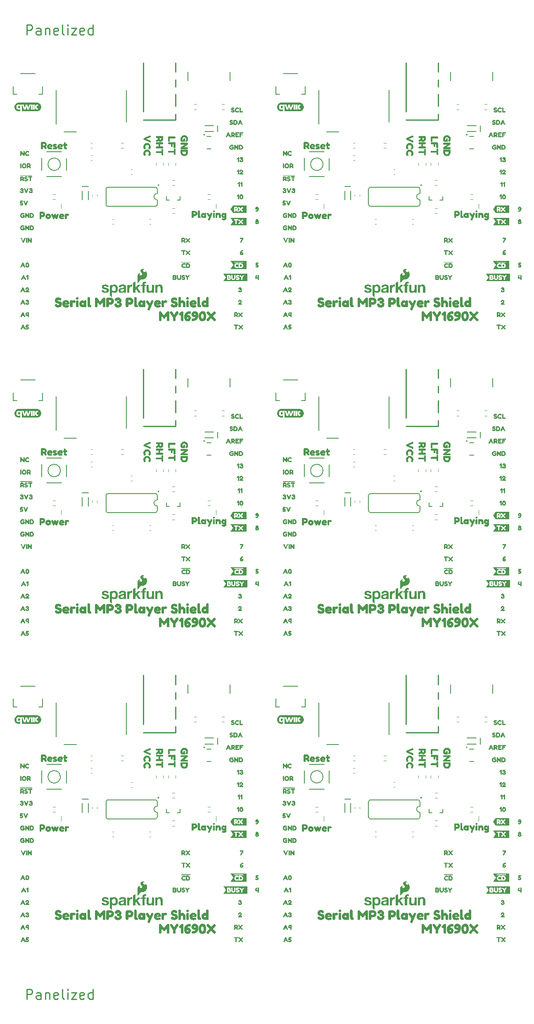
<source format=gto>
%TF.GenerationSoftware,KiCad,Pcbnew,8.0.7*%
%TF.CreationDate,2025-02-05T15:45:41-07:00*%
%TF.ProjectId,SparkFun_Serial_MP3_Player_Shield_MY1690X_panelized,53706172-6b46-4756-9e5f-53657269616c,rev?*%
%TF.SameCoordinates,Original*%
%TF.FileFunction,Legend,Top*%
%TF.FilePolarity,Positive*%
%FSLAX46Y46*%
G04 Gerber Fmt 4.6, Leading zero omitted, Abs format (unit mm)*
G04 Created by KiCad (PCBNEW 8.0.7) date 2025-02-05 15:45:41*
%MOMM*%
%LPD*%
G01*
G04 APERTURE LIST*
%ADD10C,0.250000*%
%ADD11C,0.120000*%
%ADD12C,0.000000*%
%ADD13C,0.203200*%
%ADD14C,0.254000*%
%ADD15C,0.200000*%
G04 APERTURE END LIST*
D10*
X5179563Y190413861D02*
X5179563Y192413861D01*
X5179563Y192413861D02*
X5941468Y192413861D01*
X5941468Y192413861D02*
X6131944Y192318623D01*
X6131944Y192318623D02*
X6227182Y192223385D01*
X6227182Y192223385D02*
X6322420Y192032909D01*
X6322420Y192032909D02*
X6322420Y191747195D01*
X6322420Y191747195D02*
X6227182Y191556719D01*
X6227182Y191556719D02*
X6131944Y191461480D01*
X6131944Y191461480D02*
X5941468Y191366242D01*
X5941468Y191366242D02*
X5179563Y191366242D01*
X8036706Y190413861D02*
X8036706Y191461480D01*
X8036706Y191461480D02*
X7941468Y191651957D01*
X7941468Y191651957D02*
X7750992Y191747195D01*
X7750992Y191747195D02*
X7370039Y191747195D01*
X7370039Y191747195D02*
X7179563Y191651957D01*
X8036706Y190509100D02*
X7846230Y190413861D01*
X7846230Y190413861D02*
X7370039Y190413861D01*
X7370039Y190413861D02*
X7179563Y190509100D01*
X7179563Y190509100D02*
X7084325Y190699576D01*
X7084325Y190699576D02*
X7084325Y190890052D01*
X7084325Y190890052D02*
X7179563Y191080528D01*
X7179563Y191080528D02*
X7370039Y191175766D01*
X7370039Y191175766D02*
X7846230Y191175766D01*
X7846230Y191175766D02*
X8036706Y191271004D01*
X8989087Y191747195D02*
X8989087Y190413861D01*
X8989087Y191556719D02*
X9084325Y191651957D01*
X9084325Y191651957D02*
X9274801Y191747195D01*
X9274801Y191747195D02*
X9560516Y191747195D01*
X9560516Y191747195D02*
X9750992Y191651957D01*
X9750992Y191651957D02*
X9846230Y191461480D01*
X9846230Y191461480D02*
X9846230Y190413861D01*
X11560516Y190509100D02*
X11370040Y190413861D01*
X11370040Y190413861D02*
X10989087Y190413861D01*
X10989087Y190413861D02*
X10798611Y190509100D01*
X10798611Y190509100D02*
X10703373Y190699576D01*
X10703373Y190699576D02*
X10703373Y191461480D01*
X10703373Y191461480D02*
X10798611Y191651957D01*
X10798611Y191651957D02*
X10989087Y191747195D01*
X10989087Y191747195D02*
X11370040Y191747195D01*
X11370040Y191747195D02*
X11560516Y191651957D01*
X11560516Y191651957D02*
X11655754Y191461480D01*
X11655754Y191461480D02*
X11655754Y191271004D01*
X11655754Y191271004D02*
X10703373Y191080528D01*
X12798611Y190413861D02*
X12608135Y190509100D01*
X12608135Y190509100D02*
X12512897Y190699576D01*
X12512897Y190699576D02*
X12512897Y192413861D01*
X13560516Y190413861D02*
X13560516Y191747195D01*
X13560516Y192413861D02*
X13465278Y192318623D01*
X13465278Y192318623D02*
X13560516Y192223385D01*
X13560516Y192223385D02*
X13655754Y192318623D01*
X13655754Y192318623D02*
X13560516Y192413861D01*
X13560516Y192413861D02*
X13560516Y192223385D01*
X14322421Y191747195D02*
X15370040Y191747195D01*
X15370040Y191747195D02*
X14322421Y190413861D01*
X14322421Y190413861D02*
X15370040Y190413861D01*
X16893850Y190509100D02*
X16703374Y190413861D01*
X16703374Y190413861D02*
X16322421Y190413861D01*
X16322421Y190413861D02*
X16131945Y190509100D01*
X16131945Y190509100D02*
X16036707Y190699576D01*
X16036707Y190699576D02*
X16036707Y191461480D01*
X16036707Y191461480D02*
X16131945Y191651957D01*
X16131945Y191651957D02*
X16322421Y191747195D01*
X16322421Y191747195D02*
X16703374Y191747195D01*
X16703374Y191747195D02*
X16893850Y191651957D01*
X16893850Y191651957D02*
X16989088Y191461480D01*
X16989088Y191461480D02*
X16989088Y191271004D01*
X16989088Y191271004D02*
X16036707Y191080528D01*
X18703374Y190413861D02*
X18703374Y192413861D01*
X18703374Y190509100D02*
X18512898Y190413861D01*
X18512898Y190413861D02*
X18131945Y190413861D01*
X18131945Y190413861D02*
X17941469Y190509100D01*
X17941469Y190509100D02*
X17846231Y190604338D01*
X17846231Y190604338D02*
X17750993Y190794814D01*
X17750993Y190794814D02*
X17750993Y191366242D01*
X17750993Y191366242D02*
X17846231Y191556719D01*
X17846231Y191556719D02*
X17941469Y191651957D01*
X17941469Y191651957D02*
X18131945Y191747195D01*
X18131945Y191747195D02*
X18512898Y191747195D01*
X18512898Y191747195D02*
X18703374Y191651957D01*
X5179563Y-7088338D02*
X5179563Y-5088338D01*
X5179563Y-5088338D02*
X5941468Y-5088338D01*
X5941468Y-5088338D02*
X6131944Y-5183576D01*
X6131944Y-5183576D02*
X6227182Y-5278814D01*
X6227182Y-5278814D02*
X6322420Y-5469290D01*
X6322420Y-5469290D02*
X6322420Y-5755004D01*
X6322420Y-5755004D02*
X6227182Y-5945480D01*
X6227182Y-5945480D02*
X6131944Y-6040719D01*
X6131944Y-6040719D02*
X5941468Y-6135957D01*
X5941468Y-6135957D02*
X5179563Y-6135957D01*
X8036706Y-7088338D02*
X8036706Y-6040719D01*
X8036706Y-6040719D02*
X7941468Y-5850242D01*
X7941468Y-5850242D02*
X7750992Y-5755004D01*
X7750992Y-5755004D02*
X7370039Y-5755004D01*
X7370039Y-5755004D02*
X7179563Y-5850242D01*
X8036706Y-6993100D02*
X7846230Y-7088338D01*
X7846230Y-7088338D02*
X7370039Y-7088338D01*
X7370039Y-7088338D02*
X7179563Y-6993100D01*
X7179563Y-6993100D02*
X7084325Y-6802623D01*
X7084325Y-6802623D02*
X7084325Y-6612147D01*
X7084325Y-6612147D02*
X7179563Y-6421671D01*
X7179563Y-6421671D02*
X7370039Y-6326433D01*
X7370039Y-6326433D02*
X7846230Y-6326433D01*
X7846230Y-6326433D02*
X8036706Y-6231195D01*
X8989087Y-5755004D02*
X8989087Y-7088338D01*
X8989087Y-5945480D02*
X9084325Y-5850242D01*
X9084325Y-5850242D02*
X9274801Y-5755004D01*
X9274801Y-5755004D02*
X9560516Y-5755004D01*
X9560516Y-5755004D02*
X9750992Y-5850242D01*
X9750992Y-5850242D02*
X9846230Y-6040719D01*
X9846230Y-6040719D02*
X9846230Y-7088338D01*
X11560516Y-6993100D02*
X11370040Y-7088338D01*
X11370040Y-7088338D02*
X10989087Y-7088338D01*
X10989087Y-7088338D02*
X10798611Y-6993100D01*
X10798611Y-6993100D02*
X10703373Y-6802623D01*
X10703373Y-6802623D02*
X10703373Y-6040719D01*
X10703373Y-6040719D02*
X10798611Y-5850242D01*
X10798611Y-5850242D02*
X10989087Y-5755004D01*
X10989087Y-5755004D02*
X11370040Y-5755004D01*
X11370040Y-5755004D02*
X11560516Y-5850242D01*
X11560516Y-5850242D02*
X11655754Y-6040719D01*
X11655754Y-6040719D02*
X11655754Y-6231195D01*
X11655754Y-6231195D02*
X10703373Y-6421671D01*
X12798611Y-7088338D02*
X12608135Y-6993100D01*
X12608135Y-6993100D02*
X12512897Y-6802623D01*
X12512897Y-6802623D02*
X12512897Y-5088338D01*
X13560516Y-7088338D02*
X13560516Y-5755004D01*
X13560516Y-5088338D02*
X13465278Y-5183576D01*
X13465278Y-5183576D02*
X13560516Y-5278814D01*
X13560516Y-5278814D02*
X13655754Y-5183576D01*
X13655754Y-5183576D02*
X13560516Y-5088338D01*
X13560516Y-5088338D02*
X13560516Y-5278814D01*
X14322421Y-5755004D02*
X15370040Y-5755004D01*
X15370040Y-5755004D02*
X14322421Y-7088338D01*
X14322421Y-7088338D02*
X15370040Y-7088338D01*
X16893850Y-6993100D02*
X16703374Y-7088338D01*
X16703374Y-7088338D02*
X16322421Y-7088338D01*
X16322421Y-7088338D02*
X16131945Y-6993100D01*
X16131945Y-6993100D02*
X16036707Y-6802623D01*
X16036707Y-6802623D02*
X16036707Y-6040719D01*
X16036707Y-6040719D02*
X16131945Y-5850242D01*
X16131945Y-5850242D02*
X16322421Y-5755004D01*
X16322421Y-5755004D02*
X16703374Y-5755004D01*
X16703374Y-5755004D02*
X16893850Y-5850242D01*
X16893850Y-5850242D02*
X16989088Y-6040719D01*
X16989088Y-6040719D02*
X16989088Y-6231195D01*
X16989088Y-6231195D02*
X16036707Y-6421671D01*
X18703374Y-7088338D02*
X18703374Y-5088338D01*
X18703374Y-6993100D02*
X18512898Y-7088338D01*
X18512898Y-7088338D02*
X18131945Y-7088338D01*
X18131945Y-7088338D02*
X17941469Y-6993100D01*
X17941469Y-6993100D02*
X17846231Y-6897861D01*
X17846231Y-6897861D02*
X17750993Y-6707385D01*
X17750993Y-6707385D02*
X17750993Y-6135957D01*
X17750993Y-6135957D02*
X17846231Y-5945480D01*
X17846231Y-5945480D02*
X17941469Y-5850242D01*
X17941469Y-5850242D02*
X18131945Y-5755004D01*
X18131945Y-5755004D02*
X18512898Y-5755004D01*
X18512898Y-5755004D02*
X18703374Y-5850242D01*
D11*
%TO.C,C2*%
X72395580Y168197500D02*
X72114420Y168197500D01*
X72395580Y167177500D02*
X72114420Y167177500D01*
X72395580Y105467500D02*
X72114420Y105467500D01*
X72395580Y104447500D02*
X72114420Y104447500D01*
X72395580Y42737500D02*
X72114420Y42737500D01*
X72395580Y41717500D02*
X72114420Y41717500D01*
X18555580Y168197500D02*
X18274420Y168197500D01*
X18555580Y167177500D02*
X18274420Y167177500D01*
X18555580Y105467500D02*
X18274420Y105467500D01*
X18555580Y104447500D02*
X18274420Y104447500D01*
%TO.C,C3*%
X72395580Y165657500D02*
X72114420Y165657500D01*
X72395580Y164637500D02*
X72114420Y164637500D01*
X72395580Y102927500D02*
X72114420Y102927500D01*
X72395580Y101907500D02*
X72114420Y101907500D01*
X72395580Y40197500D02*
X72114420Y40197500D01*
X72395580Y39177500D02*
X72114420Y39177500D01*
X18555580Y165657500D02*
X18274420Y165657500D01*
X18555580Y164637500D02*
X18274420Y164637500D01*
X18555580Y102927500D02*
X18274420Y102927500D01*
X18555580Y101907500D02*
X18274420Y101907500D01*
D12*
%TO.C,kibuzzard-673EAF23*%
G36*
X58279539Y143725694D02*
G01*
X58328537Y143667754D01*
X58687622Y142925265D01*
X58706935Y142823691D01*
X58627536Y142753591D01*
X58521670Y142732847D01*
X58451570Y142815107D01*
X58385762Y142951016D01*
X58141127Y142951016D01*
X58033830Y142951016D01*
X57968022Y142813677D01*
X57896491Y142734278D01*
X57792057Y142755021D01*
X57711942Y142824406D01*
X57730540Y142925265D01*
X57850695Y143174192D01*
X58141127Y143174192D01*
X58275604Y143174192D01*
X58208366Y143312961D01*
X58141127Y143174192D01*
X57850695Y143174192D01*
X58089624Y143669185D01*
X58139696Y143724263D01*
X58209796Y143745007D01*
X58279539Y143725694D01*
G37*
G36*
X59211584Y143750014D02*
G01*
X59288480Y143722117D01*
X59352142Y143680451D01*
X59400068Y143629843D01*
X59436370Y143570114D01*
X59465161Y143501087D01*
X59485905Y143430451D01*
X59498065Y143365894D01*
X59503966Y143304020D01*
X59505933Y143241431D01*
X59503788Y143177232D01*
X59497350Y143113391D01*
X59484653Y143047582D01*
X59463730Y142977482D01*
X59434939Y142909707D01*
X59398637Y142850873D01*
X59351069Y142801159D01*
X59288480Y142760744D01*
X59213015Y142733920D01*
X59126820Y142724979D01*
X59121098Y142725435D01*
X59050640Y142731059D01*
X58982328Y142749299D01*
X58923852Y142778448D01*
X58877178Y142817253D01*
X58807078Y142911674D01*
X58781506Y142965322D01*
X58763444Y143024692D01*
X58743416Y143138426D01*
X58737771Y143241431D01*
X58999496Y143241431D01*
X59007096Y143130647D01*
X59029896Y143051516D01*
X59067897Y143004038D01*
X59121098Y142988212D01*
X59180469Y143007525D01*
X59216949Y143051159D01*
X59235547Y143115536D01*
X59243416Y143178484D01*
X59244131Y143235708D01*
X59244131Y143242861D01*
X59236531Y143354270D01*
X59213730Y143433848D01*
X59175730Y143481595D01*
X59122529Y143497511D01*
X59068702Y143481506D01*
X59030254Y143433491D01*
X59007185Y143353466D01*
X58999496Y143241431D01*
X58737771Y143241431D01*
X58737693Y143242861D01*
X58739481Y143302947D01*
X58744846Y143363033D01*
X58756470Y143426695D01*
X58777035Y143497511D01*
X58805826Y143567253D01*
X58842128Y143627697D01*
X58890411Y143679020D01*
X58955147Y143721402D01*
X59033830Y143749835D01*
X59123959Y143759313D01*
X59211584Y143750014D01*
G37*
G36*
X58279539Y80995694D02*
G01*
X58328537Y80937754D01*
X58687622Y80195265D01*
X58706935Y80093691D01*
X58627536Y80023591D01*
X58521670Y80002847D01*
X58451570Y80085107D01*
X58385762Y80221016D01*
X58141127Y80221016D01*
X58033830Y80221016D01*
X57968022Y80083677D01*
X57896491Y80004278D01*
X57792057Y80025021D01*
X57711942Y80094406D01*
X57730540Y80195265D01*
X57850695Y80444192D01*
X58141127Y80444192D01*
X58275604Y80444192D01*
X58208366Y80582961D01*
X58141127Y80444192D01*
X57850695Y80444192D01*
X58089624Y80939185D01*
X58139696Y80994263D01*
X58209796Y81015007D01*
X58279539Y80995694D01*
G37*
G36*
X59211584Y81020014D02*
G01*
X59288480Y80992117D01*
X59352142Y80950451D01*
X59400068Y80899843D01*
X59436370Y80840114D01*
X59465161Y80771087D01*
X59485905Y80700451D01*
X59498065Y80635894D01*
X59503966Y80574020D01*
X59505933Y80511431D01*
X59503788Y80447232D01*
X59497350Y80383391D01*
X59484653Y80317582D01*
X59463730Y80247482D01*
X59434939Y80179707D01*
X59398637Y80120873D01*
X59351069Y80071159D01*
X59288480Y80030744D01*
X59213015Y80003920D01*
X59126820Y79994979D01*
X59121098Y79995435D01*
X59050640Y80001059D01*
X58982328Y80019299D01*
X58923852Y80048448D01*
X58877178Y80087253D01*
X58807078Y80181674D01*
X58781506Y80235322D01*
X58763444Y80294692D01*
X58743416Y80408426D01*
X58737771Y80511431D01*
X58999496Y80511431D01*
X59007096Y80400647D01*
X59029896Y80321516D01*
X59067897Y80274038D01*
X59121098Y80258212D01*
X59180469Y80277525D01*
X59216949Y80321159D01*
X59235547Y80385536D01*
X59243416Y80448484D01*
X59244131Y80505708D01*
X59244131Y80512861D01*
X59236531Y80624270D01*
X59213730Y80703848D01*
X59175730Y80751595D01*
X59122529Y80767511D01*
X59068702Y80751506D01*
X59030254Y80703491D01*
X59007185Y80623466D01*
X58999496Y80511431D01*
X58737771Y80511431D01*
X58737693Y80512861D01*
X58739481Y80572947D01*
X58744846Y80633033D01*
X58756470Y80696695D01*
X58777035Y80767511D01*
X58805826Y80837253D01*
X58842128Y80897697D01*
X58890411Y80949020D01*
X58955147Y80991402D01*
X59033830Y81019835D01*
X59123959Y81029313D01*
X59211584Y81020014D01*
G37*
G36*
X58279539Y18265694D02*
G01*
X58328537Y18207754D01*
X58687622Y17465265D01*
X58706935Y17363691D01*
X58627536Y17293591D01*
X58521670Y17272847D01*
X58451570Y17355107D01*
X58385762Y17491016D01*
X58141127Y17491016D01*
X58033830Y17491016D01*
X57968022Y17353677D01*
X57896491Y17274278D01*
X57792057Y17295021D01*
X57711942Y17364406D01*
X57730540Y17465265D01*
X57850695Y17714192D01*
X58141127Y17714192D01*
X58275604Y17714192D01*
X58208366Y17852961D01*
X58141127Y17714192D01*
X57850695Y17714192D01*
X58089624Y18209185D01*
X58139696Y18264263D01*
X58209796Y18285007D01*
X58279539Y18265694D01*
G37*
G36*
X59211584Y18290014D02*
G01*
X59288480Y18262117D01*
X59352142Y18220451D01*
X59400068Y18169843D01*
X59436370Y18110114D01*
X59465161Y18041087D01*
X59485905Y17970451D01*
X59498065Y17905894D01*
X59503966Y17844020D01*
X59505933Y17781431D01*
X59503788Y17717232D01*
X59497350Y17653391D01*
X59484653Y17587582D01*
X59463730Y17517482D01*
X59434939Y17449707D01*
X59398637Y17390873D01*
X59351069Y17341159D01*
X59288480Y17300744D01*
X59213015Y17273920D01*
X59126820Y17264979D01*
X59121098Y17265435D01*
X59050640Y17271059D01*
X58982328Y17289299D01*
X58923852Y17318448D01*
X58877178Y17357253D01*
X58807078Y17451674D01*
X58781506Y17505322D01*
X58763444Y17564692D01*
X58743416Y17678426D01*
X58737771Y17781431D01*
X58999496Y17781431D01*
X59007096Y17670647D01*
X59029896Y17591516D01*
X59067897Y17544038D01*
X59121098Y17528212D01*
X59180469Y17547525D01*
X59216949Y17591159D01*
X59235547Y17655536D01*
X59243416Y17718484D01*
X59244131Y17775708D01*
X59244131Y17782861D01*
X59236531Y17894270D01*
X59213730Y17973848D01*
X59175730Y18021595D01*
X59122529Y18037511D01*
X59068702Y18021506D01*
X59030254Y17973491D01*
X59007185Y17893466D01*
X58999496Y17781431D01*
X58737771Y17781431D01*
X58737693Y17782861D01*
X58739481Y17842947D01*
X58744846Y17903033D01*
X58756470Y17966695D01*
X58777035Y18037511D01*
X58805826Y18107253D01*
X58842128Y18167697D01*
X58890411Y18219020D01*
X58955147Y18261402D01*
X59033830Y18289835D01*
X59123959Y18299313D01*
X59211584Y18290014D01*
G37*
G36*
X4439539Y143725694D02*
G01*
X4488537Y143667754D01*
X4847622Y142925265D01*
X4866935Y142823691D01*
X4787536Y142753591D01*
X4681670Y142732847D01*
X4611570Y142815107D01*
X4545762Y142951016D01*
X4301127Y142951016D01*
X4193830Y142951016D01*
X4128022Y142813677D01*
X4056491Y142734278D01*
X3952057Y142755021D01*
X3871942Y142824406D01*
X3890540Y142925265D01*
X4010695Y143174192D01*
X4301127Y143174192D01*
X4435604Y143174192D01*
X4368366Y143312961D01*
X4301127Y143174192D01*
X4010695Y143174192D01*
X4249624Y143669185D01*
X4299696Y143724263D01*
X4369796Y143745007D01*
X4439539Y143725694D01*
G37*
G36*
X5371584Y143750014D02*
G01*
X5448480Y143722117D01*
X5512142Y143680451D01*
X5560068Y143629843D01*
X5596370Y143570114D01*
X5625161Y143501087D01*
X5645905Y143430451D01*
X5658065Y143365894D01*
X5663966Y143304020D01*
X5665933Y143241431D01*
X5663788Y143177232D01*
X5657350Y143113391D01*
X5644653Y143047582D01*
X5623730Y142977482D01*
X5594939Y142909707D01*
X5558637Y142850873D01*
X5511069Y142801159D01*
X5448480Y142760744D01*
X5373015Y142733920D01*
X5286820Y142724979D01*
X5281098Y142725435D01*
X5210640Y142731059D01*
X5142328Y142749299D01*
X5083852Y142778448D01*
X5037178Y142817253D01*
X4967078Y142911674D01*
X4941506Y142965322D01*
X4923444Y143024692D01*
X4903416Y143138426D01*
X4897771Y143241431D01*
X5159496Y143241431D01*
X5167096Y143130647D01*
X5189896Y143051516D01*
X5227897Y143004038D01*
X5281098Y142988212D01*
X5340469Y143007525D01*
X5376949Y143051159D01*
X5395547Y143115536D01*
X5403416Y143178484D01*
X5404131Y143235708D01*
X5404131Y143242861D01*
X5396531Y143354270D01*
X5373730Y143433848D01*
X5335730Y143481595D01*
X5282529Y143497511D01*
X5228702Y143481506D01*
X5190254Y143433491D01*
X5167185Y143353466D01*
X5159496Y143241431D01*
X4897771Y143241431D01*
X4897693Y143242861D01*
X4899481Y143302947D01*
X4904846Y143363033D01*
X4916470Y143426695D01*
X4937035Y143497511D01*
X4965826Y143567253D01*
X5002128Y143627697D01*
X5050411Y143679020D01*
X5115147Y143721402D01*
X5193830Y143749835D01*
X5283959Y143759313D01*
X5371584Y143750014D01*
G37*
G36*
X4439539Y80995694D02*
G01*
X4488537Y80937754D01*
X4847622Y80195265D01*
X4866935Y80093691D01*
X4787536Y80023591D01*
X4681670Y80002847D01*
X4611570Y80085107D01*
X4545762Y80221016D01*
X4301127Y80221016D01*
X4193830Y80221016D01*
X4128022Y80083677D01*
X4056491Y80004278D01*
X3952057Y80025021D01*
X3871942Y80094406D01*
X3890540Y80195265D01*
X4010695Y80444192D01*
X4301127Y80444192D01*
X4435604Y80444192D01*
X4368366Y80582961D01*
X4301127Y80444192D01*
X4010695Y80444192D01*
X4249624Y80939185D01*
X4299696Y80994263D01*
X4369796Y81015007D01*
X4439539Y80995694D01*
G37*
G36*
X5371584Y81020014D02*
G01*
X5448480Y80992117D01*
X5512142Y80950451D01*
X5560068Y80899843D01*
X5596370Y80840114D01*
X5625161Y80771087D01*
X5645905Y80700451D01*
X5658065Y80635894D01*
X5663966Y80574020D01*
X5665933Y80511431D01*
X5663788Y80447232D01*
X5657350Y80383391D01*
X5644653Y80317582D01*
X5623730Y80247482D01*
X5594939Y80179707D01*
X5558637Y80120873D01*
X5511069Y80071159D01*
X5448480Y80030744D01*
X5373015Y80003920D01*
X5286820Y79994979D01*
X5281098Y79995435D01*
X5210640Y80001059D01*
X5142328Y80019299D01*
X5083852Y80048448D01*
X5037178Y80087253D01*
X4967078Y80181674D01*
X4941506Y80235322D01*
X4923444Y80294692D01*
X4903416Y80408426D01*
X4897771Y80511431D01*
X5159496Y80511431D01*
X5167096Y80400647D01*
X5189896Y80321516D01*
X5227897Y80274038D01*
X5281098Y80258212D01*
X5340469Y80277525D01*
X5376949Y80321159D01*
X5395547Y80385536D01*
X5403416Y80448484D01*
X5404131Y80505708D01*
X5404131Y80512861D01*
X5396531Y80624270D01*
X5373730Y80703848D01*
X5335730Y80751595D01*
X5282529Y80767511D01*
X5228702Y80751506D01*
X5190254Y80703491D01*
X5167185Y80623466D01*
X5159496Y80511431D01*
X4897771Y80511431D01*
X4897693Y80512861D01*
X4899481Y80572947D01*
X4904846Y80633033D01*
X4916470Y80696695D01*
X4937035Y80767511D01*
X4965826Y80837253D01*
X5002128Y80897697D01*
X5050411Y80949020D01*
X5115147Y80991402D01*
X5193830Y81019835D01*
X5283959Y81029313D01*
X5371584Y81020014D01*
G37*
%TO.C,kibuzzard-6792AB76*%
G36*
X84408176Y169646727D02*
G01*
X84440365Y169485783D01*
X84318047Y169387071D01*
X83483283Y169048015D01*
X84318047Y168708959D01*
X84439292Y168608101D01*
X84408176Y168449303D01*
X84305172Y168325912D01*
X84157103Y168350590D01*
X83039077Y168859174D01*
X82960751Y168933208D01*
X82931781Y169043723D01*
X82958605Y169163895D01*
X83039077Y169236856D01*
X84157103Y169745440D01*
X84306245Y169766899D01*
X84408176Y169646727D01*
G37*
G36*
X83839506Y168223444D02*
G01*
X83976845Y168183208D01*
X84096212Y168122049D01*
X84192511Y168045869D01*
X84270837Y167956545D01*
X84336288Y167855955D01*
X84386985Y167750805D01*
X84421052Y167647800D01*
X84440365Y167548283D01*
X84446803Y167453594D01*
X84433450Y167325793D01*
X84393393Y167194176D01*
X84326631Y167058745D01*
X84285858Y167000805D01*
X84240794Y166961105D01*
X84176416Y166940719D01*
X84056245Y166987929D01*
X83969335Y167068401D01*
X83940365Y167142436D01*
X83989721Y167258315D01*
X83999378Y167272264D01*
X84011180Y167290504D01*
X84022983Y167310891D01*
X84033712Y167339861D01*
X84042296Y167374195D01*
X84049807Y167417114D01*
X84051953Y167468616D01*
X84030494Y167590933D01*
X83967189Y167712178D01*
X83850236Y167807672D01*
X83769764Y167835032D01*
X83678562Y167844152D01*
X83561341Y167827790D01*
X83462897Y167778702D01*
X83387521Y167709227D01*
X83339506Y167631706D01*
X83305172Y167468616D01*
X83322876Y167355418D01*
X83375987Y167247586D01*
X83418906Y167140290D01*
X83388326Y167067328D01*
X83296588Y166990075D01*
X83172124Y166942865D01*
X83093798Y166972908D01*
X83028348Y167060891D01*
X82961586Y167188215D01*
X82921528Y167321263D01*
X82908176Y167460032D01*
X82914614Y167550966D01*
X82933927Y167647800D01*
X82968530Y167749195D01*
X83020837Y167853809D01*
X83088433Y167954399D01*
X83168906Y168043723D01*
X83267886Y168120172D01*
X83391009Y168182135D01*
X83533176Y168223176D01*
X83689292Y168236856D01*
X83839506Y168223444D01*
G37*
G36*
X83839506Y166869367D02*
G01*
X83976845Y166829131D01*
X84096212Y166767972D01*
X84192511Y166691792D01*
X84270837Y166602468D01*
X84336288Y166501878D01*
X84386985Y166396727D01*
X84421052Y166293723D01*
X84440365Y166194206D01*
X84446803Y166099517D01*
X84433450Y165971716D01*
X84393393Y165840099D01*
X84326631Y165704667D01*
X84285858Y165646727D01*
X84240794Y165607028D01*
X84176416Y165586642D01*
X84056245Y165633852D01*
X83969335Y165714324D01*
X83940365Y165788358D01*
X83989721Y165904238D01*
X83999378Y165918187D01*
X84011180Y165936427D01*
X84022983Y165956813D01*
X84033712Y165985783D01*
X84042296Y166020118D01*
X84049807Y166063036D01*
X84051953Y166114539D01*
X84030494Y166236856D01*
X83967189Y166358101D01*
X83850236Y166453594D01*
X83769764Y166480955D01*
X83678562Y166490075D01*
X83561341Y166473712D01*
X83462897Y166424624D01*
X83387521Y166355150D01*
X83339506Y166277629D01*
X83305172Y166114539D01*
X83322876Y166001341D01*
X83375987Y165893509D01*
X83418906Y165786212D01*
X83388326Y165713251D01*
X83296588Y165635998D01*
X83172124Y165588788D01*
X83093798Y165618830D01*
X83028348Y165706813D01*
X82961586Y165834138D01*
X82921528Y165967185D01*
X82908176Y166105955D01*
X82914614Y166196888D01*
X82933927Y166293723D01*
X82968530Y166395118D01*
X83020837Y166499732D01*
X83088433Y166600322D01*
X83168906Y166689646D01*
X83267886Y166766094D01*
X83391009Y166828058D01*
X83533176Y166869099D01*
X83689292Y166882779D01*
X83839506Y166869367D01*
G37*
G36*
X84408176Y106916727D02*
G01*
X84440365Y106755783D01*
X84318047Y106657071D01*
X83483283Y106318015D01*
X84318047Y105978959D01*
X84439292Y105878101D01*
X84408176Y105719303D01*
X84305172Y105595912D01*
X84157103Y105620590D01*
X83039077Y106129174D01*
X82960751Y106203208D01*
X82931781Y106313723D01*
X82958605Y106433895D01*
X83039077Y106506856D01*
X84157103Y107015440D01*
X84306245Y107036899D01*
X84408176Y106916727D01*
G37*
G36*
X83839506Y105493444D02*
G01*
X83976845Y105453208D01*
X84096212Y105392049D01*
X84192511Y105315869D01*
X84270837Y105226545D01*
X84336288Y105125955D01*
X84386985Y105020805D01*
X84421052Y104917800D01*
X84440365Y104818283D01*
X84446803Y104723594D01*
X84433450Y104595793D01*
X84393393Y104464176D01*
X84326631Y104328745D01*
X84285858Y104270805D01*
X84240794Y104231105D01*
X84176416Y104210719D01*
X84056245Y104257929D01*
X83969335Y104338401D01*
X83940365Y104412436D01*
X83989721Y104528315D01*
X83999378Y104542264D01*
X84011180Y104560504D01*
X84022983Y104580891D01*
X84033712Y104609861D01*
X84042296Y104644195D01*
X84049807Y104687114D01*
X84051953Y104738616D01*
X84030494Y104860933D01*
X83967189Y104982178D01*
X83850236Y105077672D01*
X83769764Y105105032D01*
X83678562Y105114152D01*
X83561341Y105097790D01*
X83462897Y105048702D01*
X83387521Y104979227D01*
X83339506Y104901706D01*
X83305172Y104738616D01*
X83322876Y104625418D01*
X83375987Y104517586D01*
X83418906Y104410290D01*
X83388326Y104337328D01*
X83296588Y104260075D01*
X83172124Y104212865D01*
X83093798Y104242908D01*
X83028348Y104330891D01*
X82961586Y104458215D01*
X82921528Y104591263D01*
X82908176Y104730032D01*
X82914614Y104820966D01*
X82933927Y104917800D01*
X82968530Y105019195D01*
X83020837Y105123809D01*
X83088433Y105224399D01*
X83168906Y105313723D01*
X83267886Y105390172D01*
X83391009Y105452135D01*
X83533176Y105493176D01*
X83689292Y105506856D01*
X83839506Y105493444D01*
G37*
G36*
X83839506Y104139367D02*
G01*
X83976845Y104099131D01*
X84096212Y104037972D01*
X84192511Y103961792D01*
X84270837Y103872468D01*
X84336288Y103771878D01*
X84386985Y103666727D01*
X84421052Y103563723D01*
X84440365Y103464206D01*
X84446803Y103369517D01*
X84433450Y103241716D01*
X84393393Y103110099D01*
X84326631Y102974667D01*
X84285858Y102916727D01*
X84240794Y102877028D01*
X84176416Y102856642D01*
X84056245Y102903852D01*
X83969335Y102984324D01*
X83940365Y103058358D01*
X83989721Y103174238D01*
X83999378Y103188187D01*
X84011180Y103206427D01*
X84022983Y103226813D01*
X84033712Y103255783D01*
X84042296Y103290118D01*
X84049807Y103333036D01*
X84051953Y103384539D01*
X84030494Y103506856D01*
X83967189Y103628101D01*
X83850236Y103723594D01*
X83769764Y103750955D01*
X83678562Y103760075D01*
X83561341Y103743712D01*
X83462897Y103694624D01*
X83387521Y103625150D01*
X83339506Y103547629D01*
X83305172Y103384539D01*
X83322876Y103271341D01*
X83375987Y103163509D01*
X83418906Y103056212D01*
X83388326Y102983251D01*
X83296588Y102905998D01*
X83172124Y102858788D01*
X83093798Y102888830D01*
X83028348Y102976813D01*
X82961586Y103104138D01*
X82921528Y103237185D01*
X82908176Y103375955D01*
X82914614Y103466888D01*
X82933927Y103563723D01*
X82968530Y103665118D01*
X83020837Y103769732D01*
X83088433Y103870322D01*
X83168906Y103959646D01*
X83267886Y104036094D01*
X83391009Y104098058D01*
X83533176Y104139099D01*
X83689292Y104152779D01*
X83839506Y104139367D01*
G37*
G36*
X84408176Y44186727D02*
G01*
X84440365Y44025783D01*
X84318047Y43927071D01*
X83483283Y43588015D01*
X84318047Y43248959D01*
X84439292Y43148101D01*
X84408176Y42989303D01*
X84305172Y42865912D01*
X84157103Y42890590D01*
X83039077Y43399174D01*
X82960751Y43473208D01*
X82931781Y43583723D01*
X82958605Y43703895D01*
X83039077Y43776856D01*
X84157103Y44285440D01*
X84306245Y44306899D01*
X84408176Y44186727D01*
G37*
G36*
X83839506Y42763444D02*
G01*
X83976845Y42723208D01*
X84096212Y42662049D01*
X84192511Y42585869D01*
X84270837Y42496545D01*
X84336288Y42395955D01*
X84386985Y42290805D01*
X84421052Y42187800D01*
X84440365Y42088283D01*
X84446803Y41993594D01*
X84433450Y41865793D01*
X84393393Y41734176D01*
X84326631Y41598745D01*
X84285858Y41540805D01*
X84240794Y41501105D01*
X84176416Y41480719D01*
X84056245Y41527929D01*
X83969335Y41608401D01*
X83940365Y41682436D01*
X83989721Y41798315D01*
X83999378Y41812264D01*
X84011180Y41830504D01*
X84022983Y41850891D01*
X84033712Y41879861D01*
X84042296Y41914195D01*
X84049807Y41957114D01*
X84051953Y42008616D01*
X84030494Y42130933D01*
X83967189Y42252178D01*
X83850236Y42347672D01*
X83769764Y42375032D01*
X83678562Y42384152D01*
X83561341Y42367790D01*
X83462897Y42318702D01*
X83387521Y42249227D01*
X83339506Y42171706D01*
X83305172Y42008616D01*
X83322876Y41895418D01*
X83375987Y41787586D01*
X83418906Y41680290D01*
X83388326Y41607328D01*
X83296588Y41530075D01*
X83172124Y41482865D01*
X83093798Y41512908D01*
X83028348Y41600891D01*
X82961586Y41728215D01*
X82921528Y41861263D01*
X82908176Y42000032D01*
X82914614Y42090966D01*
X82933927Y42187800D01*
X82968530Y42289195D01*
X83020837Y42393809D01*
X83088433Y42494399D01*
X83168906Y42583723D01*
X83267886Y42660172D01*
X83391009Y42722135D01*
X83533176Y42763176D01*
X83689292Y42776856D01*
X83839506Y42763444D01*
G37*
G36*
X83839506Y41409367D02*
G01*
X83976845Y41369131D01*
X84096212Y41307972D01*
X84192511Y41231792D01*
X84270837Y41142468D01*
X84336288Y41041878D01*
X84386985Y40936727D01*
X84421052Y40833723D01*
X84440365Y40734206D01*
X84446803Y40639517D01*
X84433450Y40511716D01*
X84393393Y40380099D01*
X84326631Y40244667D01*
X84285858Y40186727D01*
X84240794Y40147028D01*
X84176416Y40126642D01*
X84056245Y40173852D01*
X83969335Y40254324D01*
X83940365Y40328358D01*
X83989721Y40444238D01*
X83999378Y40458187D01*
X84011180Y40476427D01*
X84022983Y40496813D01*
X84033712Y40525783D01*
X84042296Y40560118D01*
X84049807Y40603036D01*
X84051953Y40654539D01*
X84030494Y40776856D01*
X83967189Y40898101D01*
X83850236Y40993594D01*
X83769764Y41020955D01*
X83678562Y41030075D01*
X83561341Y41013712D01*
X83462897Y40964624D01*
X83387521Y40895150D01*
X83339506Y40817629D01*
X83305172Y40654539D01*
X83322876Y40541341D01*
X83375987Y40433509D01*
X83418906Y40326212D01*
X83388326Y40253251D01*
X83296588Y40175998D01*
X83172124Y40128788D01*
X83093798Y40158830D01*
X83028348Y40246813D01*
X82961586Y40374138D01*
X82921528Y40507185D01*
X82908176Y40645955D01*
X82914614Y40736888D01*
X82933927Y40833723D01*
X82968530Y40935118D01*
X83020837Y41039732D01*
X83088433Y41140322D01*
X83168906Y41229646D01*
X83267886Y41306094D01*
X83391009Y41368058D01*
X83533176Y41409099D01*
X83689292Y41422779D01*
X83839506Y41409367D01*
G37*
G36*
X30568176Y169646727D02*
G01*
X30600365Y169485783D01*
X30478047Y169387071D01*
X29643283Y169048015D01*
X30478047Y168708959D01*
X30599292Y168608101D01*
X30568176Y168449303D01*
X30465172Y168325912D01*
X30317103Y168350590D01*
X29199077Y168859174D01*
X29120751Y168933208D01*
X29091781Y169043723D01*
X29118605Y169163895D01*
X29199077Y169236856D01*
X30317103Y169745440D01*
X30466245Y169766899D01*
X30568176Y169646727D01*
G37*
G36*
X29999506Y168223444D02*
G01*
X30136845Y168183208D01*
X30256212Y168122049D01*
X30352511Y168045869D01*
X30430837Y167956545D01*
X30496288Y167855955D01*
X30546985Y167750805D01*
X30581052Y167647800D01*
X30600365Y167548283D01*
X30606803Y167453594D01*
X30593450Y167325793D01*
X30553393Y167194176D01*
X30486631Y167058745D01*
X30445858Y167000805D01*
X30400794Y166961105D01*
X30336416Y166940719D01*
X30216245Y166987929D01*
X30129335Y167068401D01*
X30100365Y167142436D01*
X30149721Y167258315D01*
X30159378Y167272264D01*
X30171180Y167290504D01*
X30182983Y167310891D01*
X30193712Y167339861D01*
X30202296Y167374195D01*
X30209807Y167417114D01*
X30211953Y167468616D01*
X30190494Y167590933D01*
X30127189Y167712178D01*
X30010236Y167807672D01*
X29929764Y167835032D01*
X29838562Y167844152D01*
X29721341Y167827790D01*
X29622897Y167778702D01*
X29547521Y167709227D01*
X29499506Y167631706D01*
X29465172Y167468616D01*
X29482876Y167355418D01*
X29535987Y167247586D01*
X29578906Y167140290D01*
X29548326Y167067328D01*
X29456588Y166990075D01*
X29332124Y166942865D01*
X29253798Y166972908D01*
X29188348Y167060891D01*
X29121586Y167188215D01*
X29081528Y167321263D01*
X29068176Y167460032D01*
X29074614Y167550966D01*
X29093927Y167647800D01*
X29128530Y167749195D01*
X29180837Y167853809D01*
X29248433Y167954399D01*
X29328906Y168043723D01*
X29427886Y168120172D01*
X29551009Y168182135D01*
X29693176Y168223176D01*
X29849292Y168236856D01*
X29999506Y168223444D01*
G37*
G36*
X29999506Y166869367D02*
G01*
X30136845Y166829131D01*
X30256212Y166767972D01*
X30352511Y166691792D01*
X30430837Y166602468D01*
X30496288Y166501878D01*
X30546985Y166396727D01*
X30581052Y166293723D01*
X30600365Y166194206D01*
X30606803Y166099517D01*
X30593450Y165971716D01*
X30553393Y165840099D01*
X30486631Y165704667D01*
X30445858Y165646727D01*
X30400794Y165607028D01*
X30336416Y165586642D01*
X30216245Y165633852D01*
X30129335Y165714324D01*
X30100365Y165788358D01*
X30149721Y165904238D01*
X30159378Y165918187D01*
X30171180Y165936427D01*
X30182983Y165956813D01*
X30193712Y165985783D01*
X30202296Y166020118D01*
X30209807Y166063036D01*
X30211953Y166114539D01*
X30190494Y166236856D01*
X30127189Y166358101D01*
X30010236Y166453594D01*
X29929764Y166480955D01*
X29838562Y166490075D01*
X29721341Y166473712D01*
X29622897Y166424624D01*
X29547521Y166355150D01*
X29499506Y166277629D01*
X29465172Y166114539D01*
X29482876Y166001341D01*
X29535987Y165893509D01*
X29578906Y165786212D01*
X29548326Y165713251D01*
X29456588Y165635998D01*
X29332124Y165588788D01*
X29253798Y165618830D01*
X29188348Y165706813D01*
X29121586Y165834138D01*
X29081528Y165967185D01*
X29068176Y166105955D01*
X29074614Y166196888D01*
X29093927Y166293723D01*
X29128530Y166395118D01*
X29180837Y166499732D01*
X29248433Y166600322D01*
X29328906Y166689646D01*
X29427886Y166766094D01*
X29551009Y166828058D01*
X29693176Y166869099D01*
X29849292Y166882779D01*
X29999506Y166869367D01*
G37*
G36*
X30568176Y106916727D02*
G01*
X30600365Y106755783D01*
X30478047Y106657071D01*
X29643283Y106318015D01*
X30478047Y105978959D01*
X30599292Y105878101D01*
X30568176Y105719303D01*
X30465172Y105595912D01*
X30317103Y105620590D01*
X29199077Y106129174D01*
X29120751Y106203208D01*
X29091781Y106313723D01*
X29118605Y106433895D01*
X29199077Y106506856D01*
X30317103Y107015440D01*
X30466245Y107036899D01*
X30568176Y106916727D01*
G37*
G36*
X29999506Y105493444D02*
G01*
X30136845Y105453208D01*
X30256212Y105392049D01*
X30352511Y105315869D01*
X30430837Y105226545D01*
X30496288Y105125955D01*
X30546985Y105020805D01*
X30581052Y104917800D01*
X30600365Y104818283D01*
X30606803Y104723594D01*
X30593450Y104595793D01*
X30553393Y104464176D01*
X30486631Y104328745D01*
X30445858Y104270805D01*
X30400794Y104231105D01*
X30336416Y104210719D01*
X30216245Y104257929D01*
X30129335Y104338401D01*
X30100365Y104412436D01*
X30149721Y104528315D01*
X30159378Y104542264D01*
X30171180Y104560504D01*
X30182983Y104580891D01*
X30193712Y104609861D01*
X30202296Y104644195D01*
X30209807Y104687114D01*
X30211953Y104738616D01*
X30190494Y104860933D01*
X30127189Y104982178D01*
X30010236Y105077672D01*
X29929764Y105105032D01*
X29838562Y105114152D01*
X29721341Y105097790D01*
X29622897Y105048702D01*
X29547521Y104979227D01*
X29499506Y104901706D01*
X29465172Y104738616D01*
X29482876Y104625418D01*
X29535987Y104517586D01*
X29578906Y104410290D01*
X29548326Y104337328D01*
X29456588Y104260075D01*
X29332124Y104212865D01*
X29253798Y104242908D01*
X29188348Y104330891D01*
X29121586Y104458215D01*
X29081528Y104591263D01*
X29068176Y104730032D01*
X29074614Y104820966D01*
X29093927Y104917800D01*
X29128530Y105019195D01*
X29180837Y105123809D01*
X29248433Y105224399D01*
X29328906Y105313723D01*
X29427886Y105390172D01*
X29551009Y105452135D01*
X29693176Y105493176D01*
X29849292Y105506856D01*
X29999506Y105493444D01*
G37*
G36*
X29999506Y104139367D02*
G01*
X30136845Y104099131D01*
X30256212Y104037972D01*
X30352511Y103961792D01*
X30430837Y103872468D01*
X30496288Y103771878D01*
X30546985Y103666727D01*
X30581052Y103563723D01*
X30600365Y103464206D01*
X30606803Y103369517D01*
X30593450Y103241716D01*
X30553393Y103110099D01*
X30486631Y102974667D01*
X30445858Y102916727D01*
X30400794Y102877028D01*
X30336416Y102856642D01*
X30216245Y102903852D01*
X30129335Y102984324D01*
X30100365Y103058358D01*
X30149721Y103174238D01*
X30159378Y103188187D01*
X30171180Y103206427D01*
X30182983Y103226813D01*
X30193712Y103255783D01*
X30202296Y103290118D01*
X30209807Y103333036D01*
X30211953Y103384539D01*
X30190494Y103506856D01*
X30127189Y103628101D01*
X30010236Y103723594D01*
X29929764Y103750955D01*
X29838562Y103760075D01*
X29721341Y103743712D01*
X29622897Y103694624D01*
X29547521Y103625150D01*
X29499506Y103547629D01*
X29465172Y103384539D01*
X29482876Y103271341D01*
X29535987Y103163509D01*
X29578906Y103056212D01*
X29548326Y102983251D01*
X29456588Y102905998D01*
X29332124Y102858788D01*
X29253798Y102888830D01*
X29188348Y102976813D01*
X29121586Y103104138D01*
X29081528Y103237185D01*
X29068176Y103375955D01*
X29074614Y103466888D01*
X29093927Y103563723D01*
X29128530Y103665118D01*
X29180837Y103769732D01*
X29248433Y103870322D01*
X29328906Y103959646D01*
X29427886Y104036094D01*
X29551009Y104098058D01*
X29693176Y104139099D01*
X29849292Y104152779D01*
X29999506Y104139367D01*
G37*
%TO.C,kibuzzard-673EAEC8*%
G36*
X102355413Y167857840D02*
G01*
X102395470Y167824936D01*
X102409061Y167785594D01*
X102411207Y167736237D01*
X102411207Y166998040D01*
X102409061Y166948684D01*
X102395470Y166910057D01*
X102355413Y166877868D01*
X102279590Y166867854D01*
X102205914Y166875722D01*
X102163711Y166906481D01*
X101793181Y167395751D01*
X101793181Y166998040D01*
X101791035Y166948684D01*
X101777445Y166910057D01*
X101737387Y166877868D01*
X101661565Y166867854D01*
X101587888Y166877868D01*
X101549261Y166910057D01*
X101535671Y166949399D01*
X101532809Y166999471D01*
X101532809Y167741960D01*
X101535671Y167789886D01*
X101549977Y167827797D01*
X101589319Y167858555D01*
X101664426Y167867854D01*
X101729519Y167859270D01*
X101766000Y167841388D01*
X101791751Y167812060D01*
X102149405Y167331373D01*
X102149405Y167741960D01*
X102152266Y167789170D01*
X102166572Y167827082D01*
X102206629Y167857840D01*
X102281021Y167867854D01*
X102355413Y167857840D01*
G37*
G36*
X102967716Y167860165D02*
G01*
X103059276Y167832804D01*
X103143682Y167787203D01*
X103220935Y167723362D01*
X103285402Y167646824D01*
X103331450Y167563133D01*
X103359079Y167472289D01*
X103368289Y167374292D01*
X103359079Y167273657D01*
X103331450Y167180622D01*
X103285402Y167095188D01*
X103220935Y167017353D01*
X103143414Y166952573D01*
X103058203Y166906302D01*
X102965302Y166878539D01*
X102864712Y166869285D01*
X102753124Y166869285D01*
X102621508Y166869285D01*
X102549261Y166879299D01*
X102509920Y166910057D01*
X102494898Y166950114D01*
X102491322Y167000901D01*
X102491322Y167131087D01*
X102753124Y167131087D01*
X102869004Y167131087D01*
X102959490Y167148433D01*
X103036386Y167200472D01*
X103088961Y167277189D01*
X103106486Y167368569D01*
X103088961Y167460129D01*
X103036386Y167537382D01*
X102959133Y167589957D01*
X102867573Y167607482D01*
X102753124Y167607482D01*
X102753124Y167131087D01*
X102491322Y167131087D01*
X102491322Y167740529D01*
X102493467Y167788455D01*
X102507058Y167827797D01*
X102547116Y167859986D01*
X102622938Y167869285D01*
X102869004Y167869285D01*
X102967716Y167860165D01*
G37*
G36*
X101102015Y167881266D02*
G01*
X101181593Y167865708D01*
X101256879Y167840851D01*
X101318217Y167807768D01*
X101358274Y167779156D01*
X101384741Y167749113D01*
X101398332Y167707625D01*
X101365427Y167627511D01*
X101312495Y167570644D01*
X101259562Y167551688D01*
X101182309Y167584592D01*
X101108990Y167614635D01*
X101020649Y167624649D01*
X100926586Y167606946D01*
X100847545Y167553834D01*
X100793897Y167474971D01*
X100776014Y167380014D01*
X100794612Y167282017D01*
X100850406Y167196896D01*
X100930878Y167137883D01*
X101023510Y167118212D01*
X101105771Y167122861D01*
X101166572Y167136810D01*
X101166572Y167259843D01*
X101060706Y167259843D01*
X101022080Y167261989D01*
X100992037Y167273433D01*
X100967716Y167307053D01*
X100960563Y167371431D01*
X100968432Y167434378D01*
X100994898Y167467997D01*
X101026372Y167479442D01*
X101064998Y167481588D01*
X101315356Y167481588D01*
X101370435Y167471574D01*
X101404054Y167452976D01*
X101421221Y167424363D01*
X101427659Y167392890D01*
X101428374Y167357124D01*
X101428374Y167063848D01*
X101394040Y166981588D01*
X101353625Y166942425D01*
X101301050Y166909342D01*
X101221889Y166878345D01*
X101127468Y166859747D01*
X101017788Y166853548D01*
X100918360Y166863294D01*
X100826085Y166892532D01*
X100740964Y166941263D01*
X100662995Y167009485D01*
X100597902Y167091298D01*
X100551407Y167180801D01*
X100523510Y167277994D01*
X100514211Y167382876D01*
X100523644Y167482884D01*
X100551944Y167575472D01*
X100599109Y167660638D01*
X100665141Y167738383D01*
X100744406Y167803163D01*
X100831271Y167849435D01*
X100925737Y167877198D01*
X101027802Y167886452D01*
X101102015Y167881266D01*
G37*
G36*
X102355413Y105127840D02*
G01*
X102395470Y105094936D01*
X102409061Y105055594D01*
X102411207Y105006237D01*
X102411207Y104268040D01*
X102409061Y104218684D01*
X102395470Y104180057D01*
X102355413Y104147868D01*
X102279590Y104137854D01*
X102205914Y104145722D01*
X102163711Y104176481D01*
X101793181Y104665751D01*
X101793181Y104268040D01*
X101791035Y104218684D01*
X101777445Y104180057D01*
X101737387Y104147868D01*
X101661565Y104137854D01*
X101587888Y104147868D01*
X101549261Y104180057D01*
X101535671Y104219399D01*
X101532809Y104269471D01*
X101532809Y105011960D01*
X101535671Y105059886D01*
X101549977Y105097797D01*
X101589319Y105128555D01*
X101664426Y105137854D01*
X101729519Y105129270D01*
X101766000Y105111388D01*
X101791751Y105082060D01*
X102149405Y104601373D01*
X102149405Y105011960D01*
X102152266Y105059170D01*
X102166572Y105097082D01*
X102206629Y105127840D01*
X102281021Y105137854D01*
X102355413Y105127840D01*
G37*
G36*
X102967716Y105130165D02*
G01*
X103059276Y105102804D01*
X103143682Y105057203D01*
X103220935Y104993362D01*
X103285402Y104916824D01*
X103331450Y104833133D01*
X103359079Y104742289D01*
X103368289Y104644292D01*
X103359079Y104543657D01*
X103331450Y104450622D01*
X103285402Y104365188D01*
X103220935Y104287353D01*
X103143414Y104222573D01*
X103058203Y104176302D01*
X102965302Y104148539D01*
X102864712Y104139285D01*
X102753124Y104139285D01*
X102621508Y104139285D01*
X102549261Y104149299D01*
X102509920Y104180057D01*
X102494898Y104220114D01*
X102491322Y104270901D01*
X102491322Y104401087D01*
X102753124Y104401087D01*
X102869004Y104401087D01*
X102959490Y104418433D01*
X103036386Y104470472D01*
X103088961Y104547189D01*
X103106486Y104638569D01*
X103088961Y104730129D01*
X103036386Y104807382D01*
X102959133Y104859957D01*
X102867573Y104877482D01*
X102753124Y104877482D01*
X102753124Y104401087D01*
X102491322Y104401087D01*
X102491322Y105010529D01*
X102493467Y105058455D01*
X102507058Y105097797D01*
X102547116Y105129986D01*
X102622938Y105139285D01*
X102869004Y105139285D01*
X102967716Y105130165D01*
G37*
G36*
X101102015Y105151266D02*
G01*
X101181593Y105135708D01*
X101256879Y105110851D01*
X101318217Y105077768D01*
X101358274Y105049156D01*
X101384741Y105019113D01*
X101398332Y104977625D01*
X101365427Y104897511D01*
X101312495Y104840644D01*
X101259562Y104821688D01*
X101182309Y104854592D01*
X101108990Y104884635D01*
X101020649Y104894649D01*
X100926586Y104876946D01*
X100847545Y104823834D01*
X100793897Y104744971D01*
X100776014Y104650014D01*
X100794612Y104552017D01*
X100850406Y104466896D01*
X100930878Y104407883D01*
X101023510Y104388212D01*
X101105771Y104392861D01*
X101166572Y104406810D01*
X101166572Y104529843D01*
X101060706Y104529843D01*
X101022080Y104531989D01*
X100992037Y104543433D01*
X100967716Y104577053D01*
X100960563Y104641431D01*
X100968432Y104704378D01*
X100994898Y104737997D01*
X101026372Y104749442D01*
X101064998Y104751588D01*
X101315356Y104751588D01*
X101370435Y104741574D01*
X101404054Y104722976D01*
X101421221Y104694363D01*
X101427659Y104662890D01*
X101428374Y104627124D01*
X101428374Y104333848D01*
X101394040Y104251588D01*
X101353625Y104212425D01*
X101301050Y104179342D01*
X101221889Y104148345D01*
X101127468Y104129747D01*
X101017788Y104123548D01*
X100918360Y104133294D01*
X100826085Y104162532D01*
X100740964Y104211263D01*
X100662995Y104279485D01*
X100597902Y104361298D01*
X100551407Y104450801D01*
X100523510Y104547994D01*
X100514211Y104652876D01*
X100523644Y104752884D01*
X100551944Y104845472D01*
X100599109Y104930638D01*
X100665141Y105008383D01*
X100744406Y105073163D01*
X100831271Y105119435D01*
X100925737Y105147198D01*
X101027802Y105156452D01*
X101102015Y105151266D01*
G37*
G36*
X102355413Y42397840D02*
G01*
X102395470Y42364936D01*
X102409061Y42325594D01*
X102411207Y42276237D01*
X102411207Y41538040D01*
X102409061Y41488684D01*
X102395470Y41450057D01*
X102355413Y41417868D01*
X102279590Y41407854D01*
X102205914Y41415722D01*
X102163711Y41446481D01*
X101793181Y41935751D01*
X101793181Y41538040D01*
X101791035Y41488684D01*
X101777445Y41450057D01*
X101737387Y41417868D01*
X101661565Y41407854D01*
X101587888Y41417868D01*
X101549261Y41450057D01*
X101535671Y41489399D01*
X101532809Y41539471D01*
X101532809Y42281960D01*
X101535671Y42329886D01*
X101549977Y42367797D01*
X101589319Y42398555D01*
X101664426Y42407854D01*
X101729519Y42399270D01*
X101766000Y42381388D01*
X101791751Y42352060D01*
X102149405Y41871373D01*
X102149405Y42281960D01*
X102152266Y42329170D01*
X102166572Y42367082D01*
X102206629Y42397840D01*
X102281021Y42407854D01*
X102355413Y42397840D01*
G37*
G36*
X102967716Y42400165D02*
G01*
X103059276Y42372804D01*
X103143682Y42327203D01*
X103220935Y42263362D01*
X103285402Y42186824D01*
X103331450Y42103133D01*
X103359079Y42012289D01*
X103368289Y41914292D01*
X103359079Y41813657D01*
X103331450Y41720622D01*
X103285402Y41635188D01*
X103220935Y41557353D01*
X103143414Y41492573D01*
X103058203Y41446302D01*
X102965302Y41418539D01*
X102864712Y41409285D01*
X102753124Y41409285D01*
X102621508Y41409285D01*
X102549261Y41419299D01*
X102509920Y41450057D01*
X102494898Y41490114D01*
X102491322Y41540901D01*
X102491322Y41671087D01*
X102753124Y41671087D01*
X102869004Y41671087D01*
X102959490Y41688433D01*
X103036386Y41740472D01*
X103088961Y41817189D01*
X103106486Y41908569D01*
X103088961Y42000129D01*
X103036386Y42077382D01*
X102959133Y42129957D01*
X102867573Y42147482D01*
X102753124Y42147482D01*
X102753124Y41671087D01*
X102491322Y41671087D01*
X102491322Y42280529D01*
X102493467Y42328455D01*
X102507058Y42367797D01*
X102547116Y42399986D01*
X102622938Y42409285D01*
X102869004Y42409285D01*
X102967716Y42400165D01*
G37*
G36*
X101102015Y42421266D02*
G01*
X101181593Y42405708D01*
X101256879Y42380851D01*
X101318217Y42347768D01*
X101358274Y42319156D01*
X101384741Y42289113D01*
X101398332Y42247625D01*
X101365427Y42167511D01*
X101312495Y42110644D01*
X101259562Y42091688D01*
X101182309Y42124592D01*
X101108990Y42154635D01*
X101020649Y42164649D01*
X100926586Y42146946D01*
X100847545Y42093834D01*
X100793897Y42014971D01*
X100776014Y41920014D01*
X100794612Y41822017D01*
X100850406Y41736896D01*
X100930878Y41677883D01*
X101023510Y41658212D01*
X101105771Y41662861D01*
X101166572Y41676810D01*
X101166572Y41799843D01*
X101060706Y41799843D01*
X101022080Y41801989D01*
X100992037Y41813433D01*
X100967716Y41847053D01*
X100960563Y41911431D01*
X100968432Y41974378D01*
X100994898Y42007997D01*
X101026372Y42019442D01*
X101064998Y42021588D01*
X101315356Y42021588D01*
X101370435Y42011574D01*
X101404054Y41992976D01*
X101421221Y41964363D01*
X101427659Y41932890D01*
X101428374Y41897124D01*
X101428374Y41603848D01*
X101394040Y41521588D01*
X101353625Y41482425D01*
X101301050Y41449342D01*
X101221889Y41418345D01*
X101127468Y41399747D01*
X101017788Y41393548D01*
X100918360Y41403294D01*
X100826085Y41432532D01*
X100740964Y41481263D01*
X100662995Y41549485D01*
X100597902Y41631298D01*
X100551407Y41720801D01*
X100523510Y41817994D01*
X100514211Y41922876D01*
X100523644Y42022884D01*
X100551944Y42115472D01*
X100599109Y42200638D01*
X100665141Y42278383D01*
X100744406Y42343163D01*
X100831271Y42389435D01*
X100925737Y42417198D01*
X101027802Y42426452D01*
X101102015Y42421266D01*
G37*
G36*
X48515413Y167857840D02*
G01*
X48555470Y167824936D01*
X48569061Y167785594D01*
X48571207Y167736237D01*
X48571207Y166998040D01*
X48569061Y166948684D01*
X48555470Y166910057D01*
X48515413Y166877868D01*
X48439590Y166867854D01*
X48365914Y166875722D01*
X48323711Y166906481D01*
X47953181Y167395751D01*
X47953181Y166998040D01*
X47951035Y166948684D01*
X47937445Y166910057D01*
X47897387Y166877868D01*
X47821565Y166867854D01*
X47747888Y166877868D01*
X47709261Y166910057D01*
X47695671Y166949399D01*
X47692809Y166999471D01*
X47692809Y167741960D01*
X47695671Y167789886D01*
X47709977Y167827797D01*
X47749319Y167858555D01*
X47824426Y167867854D01*
X47889519Y167859270D01*
X47926000Y167841388D01*
X47951751Y167812060D01*
X48309405Y167331373D01*
X48309405Y167741960D01*
X48312266Y167789170D01*
X48326572Y167827082D01*
X48366629Y167857840D01*
X48441021Y167867854D01*
X48515413Y167857840D01*
G37*
G36*
X49127716Y167860165D02*
G01*
X49219276Y167832804D01*
X49303682Y167787203D01*
X49380935Y167723362D01*
X49445402Y167646824D01*
X49491450Y167563133D01*
X49519079Y167472289D01*
X49528289Y167374292D01*
X49519079Y167273657D01*
X49491450Y167180622D01*
X49445402Y167095188D01*
X49380935Y167017353D01*
X49303414Y166952573D01*
X49218203Y166906302D01*
X49125302Y166878539D01*
X49024712Y166869285D01*
X48913124Y166869285D01*
X48781508Y166869285D01*
X48709261Y166879299D01*
X48669920Y166910057D01*
X48654898Y166950114D01*
X48651322Y167000901D01*
X48651322Y167131087D01*
X48913124Y167131087D01*
X49029004Y167131087D01*
X49119490Y167148433D01*
X49196386Y167200472D01*
X49248961Y167277189D01*
X49266486Y167368569D01*
X49248961Y167460129D01*
X49196386Y167537382D01*
X49119133Y167589957D01*
X49027573Y167607482D01*
X48913124Y167607482D01*
X48913124Y167131087D01*
X48651322Y167131087D01*
X48651322Y167740529D01*
X48653467Y167788455D01*
X48667058Y167827797D01*
X48707116Y167859986D01*
X48782938Y167869285D01*
X49029004Y167869285D01*
X49127716Y167860165D01*
G37*
G36*
X47262015Y167881266D02*
G01*
X47341593Y167865708D01*
X47416879Y167840851D01*
X47478217Y167807768D01*
X47518274Y167779156D01*
X47544741Y167749113D01*
X47558332Y167707625D01*
X47525427Y167627511D01*
X47472495Y167570644D01*
X47419562Y167551688D01*
X47342309Y167584592D01*
X47268990Y167614635D01*
X47180649Y167624649D01*
X47086586Y167606946D01*
X47007545Y167553834D01*
X46953897Y167474971D01*
X46936014Y167380014D01*
X46954612Y167282017D01*
X47010406Y167196896D01*
X47090878Y167137883D01*
X47183510Y167118212D01*
X47265771Y167122861D01*
X47326572Y167136810D01*
X47326572Y167259843D01*
X47220706Y167259843D01*
X47182080Y167261989D01*
X47152037Y167273433D01*
X47127716Y167307053D01*
X47120563Y167371431D01*
X47128432Y167434378D01*
X47154898Y167467997D01*
X47186372Y167479442D01*
X47224998Y167481588D01*
X47475356Y167481588D01*
X47530435Y167471574D01*
X47564054Y167452976D01*
X47581221Y167424363D01*
X47587659Y167392890D01*
X47588374Y167357124D01*
X47588374Y167063848D01*
X47554040Y166981588D01*
X47513625Y166942425D01*
X47461050Y166909342D01*
X47381889Y166878345D01*
X47287468Y166859747D01*
X47177788Y166853548D01*
X47078360Y166863294D01*
X46986085Y166892532D01*
X46900964Y166941263D01*
X46822995Y167009485D01*
X46757902Y167091298D01*
X46711407Y167180801D01*
X46683510Y167277994D01*
X46674211Y167382876D01*
X46683644Y167482884D01*
X46711944Y167575472D01*
X46759109Y167660638D01*
X46825141Y167738383D01*
X46904406Y167803163D01*
X46991271Y167849435D01*
X47085737Y167877198D01*
X47187802Y167886452D01*
X47262015Y167881266D01*
G37*
G36*
X48515413Y105127840D02*
G01*
X48555470Y105094936D01*
X48569061Y105055594D01*
X48571207Y105006237D01*
X48571207Y104268040D01*
X48569061Y104218684D01*
X48555470Y104180057D01*
X48515413Y104147868D01*
X48439590Y104137854D01*
X48365914Y104145722D01*
X48323711Y104176481D01*
X47953181Y104665751D01*
X47953181Y104268040D01*
X47951035Y104218684D01*
X47937445Y104180057D01*
X47897387Y104147868D01*
X47821565Y104137854D01*
X47747888Y104147868D01*
X47709261Y104180057D01*
X47695671Y104219399D01*
X47692809Y104269471D01*
X47692809Y105011960D01*
X47695671Y105059886D01*
X47709977Y105097797D01*
X47749319Y105128555D01*
X47824426Y105137854D01*
X47889519Y105129270D01*
X47926000Y105111388D01*
X47951751Y105082060D01*
X48309405Y104601373D01*
X48309405Y105011960D01*
X48312266Y105059170D01*
X48326572Y105097082D01*
X48366629Y105127840D01*
X48441021Y105137854D01*
X48515413Y105127840D01*
G37*
G36*
X49127716Y105130165D02*
G01*
X49219276Y105102804D01*
X49303682Y105057203D01*
X49380935Y104993362D01*
X49445402Y104916824D01*
X49491450Y104833133D01*
X49519079Y104742289D01*
X49528289Y104644292D01*
X49519079Y104543657D01*
X49491450Y104450622D01*
X49445402Y104365188D01*
X49380935Y104287353D01*
X49303414Y104222573D01*
X49218203Y104176302D01*
X49125302Y104148539D01*
X49024712Y104139285D01*
X48913124Y104139285D01*
X48781508Y104139285D01*
X48709261Y104149299D01*
X48669920Y104180057D01*
X48654898Y104220114D01*
X48651322Y104270901D01*
X48651322Y104401087D01*
X48913124Y104401087D01*
X49029004Y104401087D01*
X49119490Y104418433D01*
X49196386Y104470472D01*
X49248961Y104547189D01*
X49266486Y104638569D01*
X49248961Y104730129D01*
X49196386Y104807382D01*
X49119133Y104859957D01*
X49027573Y104877482D01*
X48913124Y104877482D01*
X48913124Y104401087D01*
X48651322Y104401087D01*
X48651322Y105010529D01*
X48653467Y105058455D01*
X48667058Y105097797D01*
X48707116Y105129986D01*
X48782938Y105139285D01*
X49029004Y105139285D01*
X49127716Y105130165D01*
G37*
G36*
X47262015Y105151266D02*
G01*
X47341593Y105135708D01*
X47416879Y105110851D01*
X47478217Y105077768D01*
X47518274Y105049156D01*
X47544741Y105019113D01*
X47558332Y104977625D01*
X47525427Y104897511D01*
X47472495Y104840644D01*
X47419562Y104821688D01*
X47342309Y104854592D01*
X47268990Y104884635D01*
X47180649Y104894649D01*
X47086586Y104876946D01*
X47007545Y104823834D01*
X46953897Y104744971D01*
X46936014Y104650014D01*
X46954612Y104552017D01*
X47010406Y104466896D01*
X47090878Y104407883D01*
X47183510Y104388212D01*
X47265771Y104392861D01*
X47326572Y104406810D01*
X47326572Y104529843D01*
X47220706Y104529843D01*
X47182080Y104531989D01*
X47152037Y104543433D01*
X47127716Y104577053D01*
X47120563Y104641431D01*
X47128432Y104704378D01*
X47154898Y104737997D01*
X47186372Y104749442D01*
X47224998Y104751588D01*
X47475356Y104751588D01*
X47530435Y104741574D01*
X47564054Y104722976D01*
X47581221Y104694363D01*
X47587659Y104662890D01*
X47588374Y104627124D01*
X47588374Y104333848D01*
X47554040Y104251588D01*
X47513625Y104212425D01*
X47461050Y104179342D01*
X47381889Y104148345D01*
X47287468Y104129747D01*
X47177788Y104123548D01*
X47078360Y104133294D01*
X46986085Y104162532D01*
X46900964Y104211263D01*
X46822995Y104279485D01*
X46757902Y104361298D01*
X46711407Y104450801D01*
X46683510Y104547994D01*
X46674211Y104652876D01*
X46683644Y104752884D01*
X46711944Y104845472D01*
X46759109Y104930638D01*
X46825141Y105008383D01*
X46904406Y105073163D01*
X46991271Y105119435D01*
X47085737Y105147198D01*
X47187802Y105156452D01*
X47262015Y105151266D01*
G37*
D13*
%TO.C,J4*%
X92065000Y181000000D02*
X92065000Y182800000D01*
X100705000Y181000000D02*
X100705000Y182800000D01*
X92065000Y118270000D02*
X92065000Y120070000D01*
X100705000Y118270000D02*
X100705000Y120070000D01*
X92065000Y55540000D02*
X92065000Y57340000D01*
X100705000Y55540000D02*
X100705000Y57340000D01*
X38225000Y181000000D02*
X38225000Y182800000D01*
X46865000Y181000000D02*
X46865000Y182800000D01*
X38225000Y118270000D02*
X38225000Y120070000D01*
X46865000Y118270000D02*
X46865000Y120070000D01*
D11*
%TO.C,R3*%
X99479758Y176147500D02*
X99005242Y176147500D01*
X99479758Y175102500D02*
X99005242Y175102500D01*
X99479758Y113417500D02*
X99005242Y113417500D01*
X99479758Y112372500D02*
X99005242Y112372500D01*
X99479758Y50687500D02*
X99005242Y50687500D01*
X99479758Y49642500D02*
X99005242Y49642500D01*
X45639758Y176147500D02*
X45165242Y176147500D01*
X45639758Y175102500D02*
X45165242Y175102500D01*
X45639758Y113417500D02*
X45165242Y113417500D01*
X45639758Y112372500D02*
X45165242Y112372500D01*
D12*
%TO.C,kibuzzard-673EAE60*%
G36*
X103255840Y133545665D02*
G01*
X103311634Y133452675D01*
X103262994Y133361116D01*
X103005483Y133079285D01*
X103261563Y132797454D01*
X103310919Y132705179D01*
X103254410Y132614335D01*
X103157128Y132563548D01*
X103069861Y132622918D01*
X102830948Y132886152D01*
X102590604Y132622918D01*
X102503337Y132563548D01*
X102406055Y132614335D01*
X102349546Y132705179D01*
X102398902Y132797454D01*
X102654982Y133079285D01*
X102397471Y133361116D01*
X102349546Y133452675D01*
X102404624Y133545665D01*
X102501906Y133596452D01*
X102589174Y133537082D01*
X102830948Y133272418D01*
X103071291Y133537082D01*
X103158559Y133596452D01*
X103255840Y133545665D01*
G37*
G36*
X102000655Y133574278D02*
G01*
X102060562Y133557110D01*
X102120290Y133529213D01*
X102177872Y133491302D01*
X102229195Y133440694D01*
X102270147Y133374707D01*
X102296971Y133297275D01*
X102305912Y133212332D01*
X102291924Y133105195D01*
X102249959Y133012682D01*
X102180018Y132934793D01*
X102283022Y132797454D01*
X102321649Y132698741D01*
X102252979Y132614335D01*
X102151406Y132574993D01*
X102071291Y132641516D01*
X101918215Y132848956D01*
X101785168Y132848956D01*
X101785168Y132710186D01*
X101783022Y132660830D01*
X101769431Y132622203D01*
X101729374Y132590014D01*
X101653552Y132580000D01*
X101579160Y132590014D01*
X101539102Y132622918D01*
X101525511Y132662260D01*
X101523366Y132711617D01*
X101523366Y133109328D01*
X101785168Y133109328D01*
X101942536Y133109328D01*
X102011205Y133135079D01*
X102044109Y133213763D01*
X102013351Y133288155D01*
X101939675Y133318197D01*
X101785168Y133318197D01*
X101785168Y133109328D01*
X101523366Y133109328D01*
X101523366Y133449814D01*
X101525511Y133497740D01*
X101539102Y133537082D01*
X101579160Y133569986D01*
X101654982Y133580000D01*
X101942536Y133580000D01*
X102000655Y133574278D01*
G37*
G36*
X103255840Y70815665D02*
G01*
X103311634Y70722675D01*
X103262994Y70631116D01*
X103005483Y70349285D01*
X103261563Y70067454D01*
X103310919Y69975179D01*
X103254410Y69884335D01*
X103157128Y69833548D01*
X103069861Y69892918D01*
X102830948Y70156152D01*
X102590604Y69892918D01*
X102503337Y69833548D01*
X102406055Y69884335D01*
X102349546Y69975179D01*
X102398902Y70067454D01*
X102654982Y70349285D01*
X102397471Y70631116D01*
X102349546Y70722675D01*
X102404624Y70815665D01*
X102501906Y70866452D01*
X102589174Y70807082D01*
X102830948Y70542418D01*
X103071291Y70807082D01*
X103158559Y70866452D01*
X103255840Y70815665D01*
G37*
G36*
X102000655Y70844278D02*
G01*
X102060562Y70827110D01*
X102120290Y70799213D01*
X102177872Y70761302D01*
X102229195Y70710694D01*
X102270147Y70644707D01*
X102296971Y70567275D01*
X102305912Y70482332D01*
X102291924Y70375195D01*
X102249959Y70282682D01*
X102180018Y70204793D01*
X102283022Y70067454D01*
X102321649Y69968741D01*
X102252979Y69884335D01*
X102151406Y69844993D01*
X102071291Y69911516D01*
X101918215Y70118956D01*
X101785168Y70118956D01*
X101785168Y69980186D01*
X101783022Y69930830D01*
X101769431Y69892203D01*
X101729374Y69860014D01*
X101653552Y69850000D01*
X101579160Y69860014D01*
X101539102Y69892918D01*
X101525511Y69932260D01*
X101523366Y69981617D01*
X101523366Y70379328D01*
X101785168Y70379328D01*
X101942536Y70379328D01*
X102011205Y70405079D01*
X102044109Y70483763D01*
X102013351Y70558155D01*
X101939675Y70588197D01*
X101785168Y70588197D01*
X101785168Y70379328D01*
X101523366Y70379328D01*
X101523366Y70719814D01*
X101525511Y70767740D01*
X101539102Y70807082D01*
X101579160Y70839986D01*
X101654982Y70850000D01*
X101942536Y70850000D01*
X102000655Y70844278D01*
G37*
G36*
X103255840Y8085665D02*
G01*
X103311634Y7992675D01*
X103262994Y7901116D01*
X103005483Y7619285D01*
X103261563Y7337454D01*
X103310919Y7245179D01*
X103254410Y7154335D01*
X103157128Y7103548D01*
X103069861Y7162918D01*
X102830948Y7426152D01*
X102590604Y7162918D01*
X102503337Y7103548D01*
X102406055Y7154335D01*
X102349546Y7245179D01*
X102398902Y7337454D01*
X102654982Y7619285D01*
X102397471Y7901116D01*
X102349546Y7992675D01*
X102404624Y8085665D01*
X102501906Y8136452D01*
X102589174Y8077082D01*
X102830948Y7812418D01*
X103071291Y8077082D01*
X103158559Y8136452D01*
X103255840Y8085665D01*
G37*
G36*
X102000655Y8114278D02*
G01*
X102060562Y8097110D01*
X102120290Y8069213D01*
X102177872Y8031302D01*
X102229195Y7980694D01*
X102270147Y7914707D01*
X102296971Y7837275D01*
X102305912Y7752332D01*
X102291924Y7645195D01*
X102249959Y7552682D01*
X102180018Y7474793D01*
X102283022Y7337454D01*
X102321649Y7238741D01*
X102252979Y7154335D01*
X102151406Y7114993D01*
X102071291Y7181516D01*
X101918215Y7388956D01*
X101785168Y7388956D01*
X101785168Y7250186D01*
X101783022Y7200830D01*
X101769431Y7162203D01*
X101729374Y7130014D01*
X101653552Y7120000D01*
X101579160Y7130014D01*
X101539102Y7162918D01*
X101525511Y7202260D01*
X101523366Y7251617D01*
X101523366Y7649328D01*
X101785168Y7649328D01*
X101942536Y7649328D01*
X102011205Y7675079D01*
X102044109Y7753763D01*
X102013351Y7828155D01*
X101939675Y7858197D01*
X101785168Y7858197D01*
X101785168Y7649328D01*
X101523366Y7649328D01*
X101523366Y7989814D01*
X101525511Y8037740D01*
X101539102Y8077082D01*
X101579160Y8109986D01*
X101654982Y8120000D01*
X101942536Y8120000D01*
X102000655Y8114278D01*
G37*
G36*
X49415840Y133545665D02*
G01*
X49471634Y133452675D01*
X49422994Y133361116D01*
X49165483Y133079285D01*
X49421563Y132797454D01*
X49470919Y132705179D01*
X49414410Y132614335D01*
X49317128Y132563548D01*
X49229861Y132622918D01*
X48990948Y132886152D01*
X48750604Y132622918D01*
X48663337Y132563548D01*
X48566055Y132614335D01*
X48509546Y132705179D01*
X48558902Y132797454D01*
X48814982Y133079285D01*
X48557471Y133361116D01*
X48509546Y133452675D01*
X48564624Y133545665D01*
X48661906Y133596452D01*
X48749174Y133537082D01*
X48990948Y133272418D01*
X49231291Y133537082D01*
X49318559Y133596452D01*
X49415840Y133545665D01*
G37*
G36*
X48160655Y133574278D02*
G01*
X48220562Y133557110D01*
X48280290Y133529213D01*
X48337872Y133491302D01*
X48389195Y133440694D01*
X48430147Y133374707D01*
X48456971Y133297275D01*
X48465912Y133212332D01*
X48451924Y133105195D01*
X48409959Y133012682D01*
X48340018Y132934793D01*
X48443022Y132797454D01*
X48481649Y132698741D01*
X48412979Y132614335D01*
X48311406Y132574993D01*
X48231291Y132641516D01*
X48078215Y132848956D01*
X47945168Y132848956D01*
X47945168Y132710186D01*
X47943022Y132660830D01*
X47929431Y132622203D01*
X47889374Y132590014D01*
X47813552Y132580000D01*
X47739160Y132590014D01*
X47699102Y132622918D01*
X47685511Y132662260D01*
X47683366Y132711617D01*
X47683366Y133109328D01*
X47945168Y133109328D01*
X48102536Y133109328D01*
X48171205Y133135079D01*
X48204109Y133213763D01*
X48173351Y133288155D01*
X48099675Y133318197D01*
X47945168Y133318197D01*
X47945168Y133109328D01*
X47683366Y133109328D01*
X47683366Y133449814D01*
X47685511Y133497740D01*
X47699102Y133537082D01*
X47739160Y133569986D01*
X47814982Y133580000D01*
X48102536Y133580000D01*
X48160655Y133574278D01*
G37*
G36*
X49415840Y70815665D02*
G01*
X49471634Y70722675D01*
X49422994Y70631116D01*
X49165483Y70349285D01*
X49421563Y70067454D01*
X49470919Y69975179D01*
X49414410Y69884335D01*
X49317128Y69833548D01*
X49229861Y69892918D01*
X48990948Y70156152D01*
X48750604Y69892918D01*
X48663337Y69833548D01*
X48566055Y69884335D01*
X48509546Y69975179D01*
X48558902Y70067454D01*
X48814982Y70349285D01*
X48557471Y70631116D01*
X48509546Y70722675D01*
X48564624Y70815665D01*
X48661906Y70866452D01*
X48749174Y70807082D01*
X48990948Y70542418D01*
X49231291Y70807082D01*
X49318559Y70866452D01*
X49415840Y70815665D01*
G37*
G36*
X48160655Y70844278D02*
G01*
X48220562Y70827110D01*
X48280290Y70799213D01*
X48337872Y70761302D01*
X48389195Y70710694D01*
X48430147Y70644707D01*
X48456971Y70567275D01*
X48465912Y70482332D01*
X48451924Y70375195D01*
X48409959Y70282682D01*
X48340018Y70204793D01*
X48443022Y70067454D01*
X48481649Y69968741D01*
X48412979Y69884335D01*
X48311406Y69844993D01*
X48231291Y69911516D01*
X48078215Y70118956D01*
X47945168Y70118956D01*
X47945168Y69980186D01*
X47943022Y69930830D01*
X47929431Y69892203D01*
X47889374Y69860014D01*
X47813552Y69850000D01*
X47739160Y69860014D01*
X47699102Y69892918D01*
X47685511Y69932260D01*
X47683366Y69981617D01*
X47683366Y70379328D01*
X47945168Y70379328D01*
X48102536Y70379328D01*
X48171205Y70405079D01*
X48204109Y70483763D01*
X48173351Y70558155D01*
X48099675Y70588197D01*
X47945168Y70588197D01*
X47945168Y70379328D01*
X47683366Y70379328D01*
X47683366Y70719814D01*
X47685511Y70767740D01*
X47699102Y70807082D01*
X47739160Y70839986D01*
X47814982Y70850000D01*
X48102536Y70850000D01*
X48160655Y70844278D01*
G37*
%TO.C,kibuzzard-673EAF76*%
G36*
X58693963Y158903462D02*
G01*
X58920000Y158346953D01*
X59146037Y158903462D01*
X59213276Y158984292D01*
X59319142Y158963548D01*
X59401402Y158894878D01*
X59384950Y158796166D01*
X59045894Y158050815D01*
X58996538Y157998598D01*
X58922861Y157979285D01*
X58842747Y157997167D01*
X58794106Y158050815D01*
X58455050Y158796166D01*
X58440744Y158895594D01*
X58520858Y158963548D01*
X58628155Y158985007D01*
X58693963Y158903462D01*
G37*
G36*
X58096999Y158982782D02*
G01*
X58185935Y158950354D01*
X58259771Y158896309D01*
X58315009Y158829070D01*
X58348151Y158757062D01*
X58359199Y158680286D01*
X58334521Y158575494D01*
X58260486Y158504320D01*
X58340601Y158427067D01*
X58369571Y158369843D01*
X58379227Y158301173D01*
X58367067Y158208581D01*
X58330587Y158127274D01*
X58269785Y158057253D01*
X58190386Y158003605D01*
X58098112Y157971416D01*
X57992961Y157960687D01*
X57895203Y157971416D01*
X57806028Y158003605D01*
X57725436Y158057253D01*
X57661853Y158125048D01*
X57623704Y158199679D01*
X57610987Y158281144D01*
X57646753Y158348741D01*
X57754049Y158371273D01*
X57832732Y158355536D01*
X57874220Y158288298D01*
X57877082Y158280429D01*
X57887811Y158263262D01*
X57909270Y158241803D01*
X57943605Y158224635D01*
X57994392Y158216767D01*
X58083805Y158238941D01*
X58117425Y158298312D01*
X58089886Y158360544D01*
X58007268Y158381288D01*
X57967926Y158381288D01*
X57935021Y158387725D01*
X57902833Y158405608D01*
X57885665Y158442804D01*
X57877082Y158505751D01*
X57886381Y158577282D01*
X57916423Y158614478D01*
X57952904Y158626638D01*
X57998684Y158628784D01*
X58008698Y158628784D01*
X58075222Y158638083D01*
X58095966Y158674564D01*
X58072361Y158723920D01*
X58007268Y158741803D01*
X57945751Y158727496D01*
X57904263Y158684578D01*
X57860709Y158625605D01*
X57800623Y158608914D01*
X57724006Y158634506D01*
X57653190Y158713190D01*
X57673934Y158811903D01*
X57676080Y158816910D01*
X57683948Y158832647D01*
X57698255Y158856252D01*
X57721144Y158884864D01*
X57752618Y158915622D01*
X57794821Y158944950D01*
X57847754Y158969986D01*
X57913562Y158987153D01*
X57992961Y158993591D01*
X58096999Y158982782D01*
G37*
G36*
X59946784Y158982782D02*
G01*
X60035721Y158950354D01*
X60109557Y158896309D01*
X60164794Y158829070D01*
X60197937Y158757062D01*
X60208984Y158680286D01*
X60184306Y158575494D01*
X60110272Y158504320D01*
X60190386Y158427067D01*
X60219356Y158369843D01*
X60229013Y158301173D01*
X60216853Y158208581D01*
X60180372Y158127274D01*
X60119571Y158057253D01*
X60040172Y158003605D01*
X59947897Y157971416D01*
X59842747Y157960687D01*
X59744988Y157971416D01*
X59655813Y158003605D01*
X59575222Y158057253D01*
X59511639Y158125048D01*
X59473489Y158199679D01*
X59460773Y158281144D01*
X59496538Y158348741D01*
X59603834Y158371273D01*
X59682518Y158355536D01*
X59724006Y158288298D01*
X59726867Y158280429D01*
X59737597Y158263262D01*
X59759056Y158241803D01*
X59793391Y158224635D01*
X59844177Y158216767D01*
X59933591Y158238941D01*
X59967210Y158298312D01*
X59939671Y158360544D01*
X59857053Y158381288D01*
X59817711Y158381288D01*
X59784807Y158387725D01*
X59752618Y158405608D01*
X59735451Y158442804D01*
X59726867Y158505751D01*
X59736166Y158577282D01*
X59766209Y158614478D01*
X59802690Y158626638D01*
X59848469Y158628784D01*
X59858484Y158628784D01*
X59925007Y158638083D01*
X59945751Y158674564D01*
X59922146Y158723920D01*
X59857053Y158741803D01*
X59795536Y158727496D01*
X59754049Y158684578D01*
X59710494Y158625605D01*
X59650409Y158608914D01*
X59573791Y158634506D01*
X59502976Y158713190D01*
X59523720Y158811903D01*
X59525866Y158816910D01*
X59533734Y158832647D01*
X59548040Y158856252D01*
X59570930Y158884864D01*
X59602403Y158915622D01*
X59644607Y158944950D01*
X59697539Y158969986D01*
X59763348Y158987153D01*
X59842747Y158993591D01*
X59946784Y158982782D01*
G37*
G36*
X58693963Y96173462D02*
G01*
X58920000Y95616953D01*
X59146037Y96173462D01*
X59213276Y96254292D01*
X59319142Y96233548D01*
X59401402Y96164878D01*
X59384950Y96066166D01*
X59045894Y95320815D01*
X58996538Y95268598D01*
X58922861Y95249285D01*
X58842747Y95267167D01*
X58794106Y95320815D01*
X58455050Y96066166D01*
X58440744Y96165594D01*
X58520858Y96233548D01*
X58628155Y96255007D01*
X58693963Y96173462D01*
G37*
G36*
X58096999Y96252782D02*
G01*
X58185935Y96220354D01*
X58259771Y96166309D01*
X58315009Y96099070D01*
X58348151Y96027062D01*
X58359199Y95950286D01*
X58334521Y95845494D01*
X58260486Y95774320D01*
X58340601Y95697067D01*
X58369571Y95639843D01*
X58379227Y95571173D01*
X58367067Y95478581D01*
X58330587Y95397274D01*
X58269785Y95327253D01*
X58190386Y95273605D01*
X58098112Y95241416D01*
X57992961Y95230687D01*
X57895203Y95241416D01*
X57806028Y95273605D01*
X57725436Y95327253D01*
X57661853Y95395048D01*
X57623704Y95469679D01*
X57610987Y95551144D01*
X57646753Y95618741D01*
X57754049Y95641273D01*
X57832732Y95625536D01*
X57874220Y95558298D01*
X57877082Y95550429D01*
X57887811Y95533262D01*
X57909270Y95511803D01*
X57943605Y95494635D01*
X57994392Y95486767D01*
X58083805Y95508941D01*
X58117425Y95568312D01*
X58089886Y95630544D01*
X58007268Y95651288D01*
X57967926Y95651288D01*
X57935021Y95657725D01*
X57902833Y95675608D01*
X57885665Y95712804D01*
X57877082Y95775751D01*
X57886381Y95847282D01*
X57916423Y95884478D01*
X57952904Y95896638D01*
X57998684Y95898784D01*
X58008698Y95898784D01*
X58075222Y95908083D01*
X58095966Y95944564D01*
X58072361Y95993920D01*
X58007268Y96011803D01*
X57945751Y95997496D01*
X57904263Y95954578D01*
X57860709Y95895605D01*
X57800623Y95878914D01*
X57724006Y95904506D01*
X57653190Y95983190D01*
X57673934Y96081903D01*
X57676080Y96086910D01*
X57683948Y96102647D01*
X57698255Y96126252D01*
X57721144Y96154864D01*
X57752618Y96185622D01*
X57794821Y96214950D01*
X57847754Y96239986D01*
X57913562Y96257153D01*
X57992961Y96263591D01*
X58096999Y96252782D01*
G37*
G36*
X59946784Y96252782D02*
G01*
X60035721Y96220354D01*
X60109557Y96166309D01*
X60164794Y96099070D01*
X60197937Y96027062D01*
X60208984Y95950286D01*
X60184306Y95845494D01*
X60110272Y95774320D01*
X60190386Y95697067D01*
X60219356Y95639843D01*
X60229013Y95571173D01*
X60216853Y95478581D01*
X60180372Y95397274D01*
X60119571Y95327253D01*
X60040172Y95273605D01*
X59947897Y95241416D01*
X59842747Y95230687D01*
X59744988Y95241416D01*
X59655813Y95273605D01*
X59575222Y95327253D01*
X59511639Y95395048D01*
X59473489Y95469679D01*
X59460773Y95551144D01*
X59496538Y95618741D01*
X59603834Y95641273D01*
X59682518Y95625536D01*
X59724006Y95558298D01*
X59726867Y95550429D01*
X59737597Y95533262D01*
X59759056Y95511803D01*
X59793391Y95494635D01*
X59844177Y95486767D01*
X59933591Y95508941D01*
X59967210Y95568312D01*
X59939671Y95630544D01*
X59857053Y95651288D01*
X59817711Y95651288D01*
X59784807Y95657725D01*
X59752618Y95675608D01*
X59735451Y95712804D01*
X59726867Y95775751D01*
X59736166Y95847282D01*
X59766209Y95884478D01*
X59802690Y95896638D01*
X59848469Y95898784D01*
X59858484Y95898784D01*
X59925007Y95908083D01*
X59945751Y95944564D01*
X59922146Y95993920D01*
X59857053Y96011803D01*
X59795536Y95997496D01*
X59754049Y95954578D01*
X59710494Y95895605D01*
X59650409Y95878914D01*
X59573791Y95904506D01*
X59502976Y95983190D01*
X59523720Y96081903D01*
X59525866Y96086910D01*
X59533734Y96102647D01*
X59548040Y96126252D01*
X59570930Y96154864D01*
X59602403Y96185622D01*
X59644607Y96214950D01*
X59697539Y96239986D01*
X59763348Y96257153D01*
X59842747Y96263591D01*
X59946784Y96252782D01*
G37*
G36*
X58693963Y33443462D02*
G01*
X58920000Y32886953D01*
X59146037Y33443462D01*
X59213276Y33524292D01*
X59319142Y33503548D01*
X59401402Y33434878D01*
X59384950Y33336166D01*
X59045894Y32590815D01*
X58996538Y32538598D01*
X58922861Y32519285D01*
X58842747Y32537167D01*
X58794106Y32590815D01*
X58455050Y33336166D01*
X58440744Y33435594D01*
X58520858Y33503548D01*
X58628155Y33525007D01*
X58693963Y33443462D01*
G37*
G36*
X58096999Y33522782D02*
G01*
X58185935Y33490354D01*
X58259771Y33436309D01*
X58315009Y33369070D01*
X58348151Y33297062D01*
X58359199Y33220286D01*
X58334521Y33115494D01*
X58260486Y33044320D01*
X58340601Y32967067D01*
X58369571Y32909843D01*
X58379227Y32841173D01*
X58367067Y32748581D01*
X58330587Y32667274D01*
X58269785Y32597253D01*
X58190386Y32543605D01*
X58098112Y32511416D01*
X57992961Y32500687D01*
X57895203Y32511416D01*
X57806028Y32543605D01*
X57725436Y32597253D01*
X57661853Y32665048D01*
X57623704Y32739679D01*
X57610987Y32821144D01*
X57646753Y32888741D01*
X57754049Y32911273D01*
X57832732Y32895536D01*
X57874220Y32828298D01*
X57877082Y32820429D01*
X57887811Y32803262D01*
X57909270Y32781803D01*
X57943605Y32764635D01*
X57994392Y32756767D01*
X58083805Y32778941D01*
X58117425Y32838312D01*
X58089886Y32900544D01*
X58007268Y32921288D01*
X57967926Y32921288D01*
X57935021Y32927725D01*
X57902833Y32945608D01*
X57885665Y32982804D01*
X57877082Y33045751D01*
X57886381Y33117282D01*
X57916423Y33154478D01*
X57952904Y33166638D01*
X57998684Y33168784D01*
X58008698Y33168784D01*
X58075222Y33178083D01*
X58095966Y33214564D01*
X58072361Y33263920D01*
X58007268Y33281803D01*
X57945751Y33267496D01*
X57904263Y33224578D01*
X57860709Y33165605D01*
X57800623Y33148914D01*
X57724006Y33174506D01*
X57653190Y33253190D01*
X57673934Y33351903D01*
X57676080Y33356910D01*
X57683948Y33372647D01*
X57698255Y33396252D01*
X57721144Y33424864D01*
X57752618Y33455622D01*
X57794821Y33484950D01*
X57847754Y33509986D01*
X57913562Y33527153D01*
X57992961Y33533591D01*
X58096999Y33522782D01*
G37*
G36*
X59946784Y33522782D02*
G01*
X60035721Y33490354D01*
X60109557Y33436309D01*
X60164794Y33369070D01*
X60197937Y33297062D01*
X60208984Y33220286D01*
X60184306Y33115494D01*
X60110272Y33044320D01*
X60190386Y32967067D01*
X60219356Y32909843D01*
X60229013Y32841173D01*
X60216853Y32748581D01*
X60180372Y32667274D01*
X60119571Y32597253D01*
X60040172Y32543605D01*
X59947897Y32511416D01*
X59842747Y32500687D01*
X59744988Y32511416D01*
X59655813Y32543605D01*
X59575222Y32597253D01*
X59511639Y32665048D01*
X59473489Y32739679D01*
X59460773Y32821144D01*
X59496538Y32888741D01*
X59603834Y32911273D01*
X59682518Y32895536D01*
X59724006Y32828298D01*
X59726867Y32820429D01*
X59737597Y32803262D01*
X59759056Y32781803D01*
X59793391Y32764635D01*
X59844177Y32756767D01*
X59933591Y32778941D01*
X59967210Y32838312D01*
X59939671Y32900544D01*
X59857053Y32921288D01*
X59817711Y32921288D01*
X59784807Y32927725D01*
X59752618Y32945608D01*
X59735451Y32982804D01*
X59726867Y33045751D01*
X59736166Y33117282D01*
X59766209Y33154478D01*
X59802690Y33166638D01*
X59848469Y33168784D01*
X59858484Y33168784D01*
X59925007Y33178083D01*
X59945751Y33214564D01*
X59922146Y33263920D01*
X59857053Y33281803D01*
X59795536Y33267496D01*
X59754049Y33224578D01*
X59710494Y33165605D01*
X59650409Y33148914D01*
X59573791Y33174506D01*
X59502976Y33253190D01*
X59523720Y33351903D01*
X59525866Y33356910D01*
X59533734Y33372647D01*
X59548040Y33396252D01*
X59570930Y33424864D01*
X59602403Y33455622D01*
X59644607Y33484950D01*
X59697539Y33509986D01*
X59763348Y33527153D01*
X59842747Y33533591D01*
X59946784Y33522782D01*
G37*
G36*
X4853963Y158903462D02*
G01*
X5080000Y158346953D01*
X5306037Y158903462D01*
X5373276Y158984292D01*
X5479142Y158963548D01*
X5561402Y158894878D01*
X5544950Y158796166D01*
X5205894Y158050815D01*
X5156538Y157998598D01*
X5082861Y157979285D01*
X5002747Y157997167D01*
X4954106Y158050815D01*
X4615050Y158796166D01*
X4600744Y158895594D01*
X4680858Y158963548D01*
X4788155Y158985007D01*
X4853963Y158903462D01*
G37*
G36*
X4256999Y158982782D02*
G01*
X4345935Y158950354D01*
X4419771Y158896309D01*
X4475009Y158829070D01*
X4508151Y158757062D01*
X4519199Y158680286D01*
X4494521Y158575494D01*
X4420486Y158504320D01*
X4500601Y158427067D01*
X4529571Y158369843D01*
X4539227Y158301173D01*
X4527067Y158208581D01*
X4490587Y158127274D01*
X4429785Y158057253D01*
X4350386Y158003605D01*
X4258112Y157971416D01*
X4152961Y157960687D01*
X4055203Y157971416D01*
X3966028Y158003605D01*
X3885436Y158057253D01*
X3821853Y158125048D01*
X3783704Y158199679D01*
X3770987Y158281144D01*
X3806753Y158348741D01*
X3914049Y158371273D01*
X3992732Y158355536D01*
X4034220Y158288298D01*
X4037082Y158280429D01*
X4047811Y158263262D01*
X4069270Y158241803D01*
X4103605Y158224635D01*
X4154392Y158216767D01*
X4243805Y158238941D01*
X4277425Y158298312D01*
X4249886Y158360544D01*
X4167268Y158381288D01*
X4127926Y158381288D01*
X4095021Y158387725D01*
X4062833Y158405608D01*
X4045665Y158442804D01*
X4037082Y158505751D01*
X4046381Y158577282D01*
X4076423Y158614478D01*
X4112904Y158626638D01*
X4158684Y158628784D01*
X4168698Y158628784D01*
X4235222Y158638083D01*
X4255966Y158674564D01*
X4232361Y158723920D01*
X4167268Y158741803D01*
X4105751Y158727496D01*
X4064263Y158684578D01*
X4020709Y158625605D01*
X3960623Y158608914D01*
X3884006Y158634506D01*
X3813190Y158713190D01*
X3833934Y158811903D01*
X3836080Y158816910D01*
X3843948Y158832647D01*
X3858255Y158856252D01*
X3881144Y158884864D01*
X3912618Y158915622D01*
X3954821Y158944950D01*
X4007754Y158969986D01*
X4073562Y158987153D01*
X4152961Y158993591D01*
X4256999Y158982782D01*
G37*
G36*
X6106784Y158982782D02*
G01*
X6195721Y158950354D01*
X6269557Y158896309D01*
X6324794Y158829070D01*
X6357937Y158757062D01*
X6368984Y158680286D01*
X6344306Y158575494D01*
X6270272Y158504320D01*
X6350386Y158427067D01*
X6379356Y158369843D01*
X6389013Y158301173D01*
X6376853Y158208581D01*
X6340372Y158127274D01*
X6279571Y158057253D01*
X6200172Y158003605D01*
X6107897Y157971416D01*
X6002747Y157960687D01*
X5904988Y157971416D01*
X5815813Y158003605D01*
X5735222Y158057253D01*
X5671639Y158125048D01*
X5633489Y158199679D01*
X5620773Y158281144D01*
X5656538Y158348741D01*
X5763834Y158371273D01*
X5842518Y158355536D01*
X5884006Y158288298D01*
X5886867Y158280429D01*
X5897597Y158263262D01*
X5919056Y158241803D01*
X5953391Y158224635D01*
X6004177Y158216767D01*
X6093591Y158238941D01*
X6127210Y158298312D01*
X6099671Y158360544D01*
X6017053Y158381288D01*
X5977711Y158381288D01*
X5944807Y158387725D01*
X5912618Y158405608D01*
X5895451Y158442804D01*
X5886867Y158505751D01*
X5896166Y158577282D01*
X5926209Y158614478D01*
X5962690Y158626638D01*
X6008469Y158628784D01*
X6018484Y158628784D01*
X6085007Y158638083D01*
X6105751Y158674564D01*
X6082146Y158723920D01*
X6017053Y158741803D01*
X5955536Y158727496D01*
X5914049Y158684578D01*
X5870494Y158625605D01*
X5810409Y158608914D01*
X5733791Y158634506D01*
X5662976Y158713190D01*
X5683720Y158811903D01*
X5685866Y158816910D01*
X5693734Y158832647D01*
X5708040Y158856252D01*
X5730930Y158884864D01*
X5762403Y158915622D01*
X5804607Y158944950D01*
X5857539Y158969986D01*
X5923348Y158987153D01*
X6002747Y158993591D01*
X6106784Y158982782D01*
G37*
G36*
X4853963Y96173462D02*
G01*
X5080000Y95616953D01*
X5306037Y96173462D01*
X5373276Y96254292D01*
X5479142Y96233548D01*
X5561402Y96164878D01*
X5544950Y96066166D01*
X5205894Y95320815D01*
X5156538Y95268598D01*
X5082861Y95249285D01*
X5002747Y95267167D01*
X4954106Y95320815D01*
X4615050Y96066166D01*
X4600744Y96165594D01*
X4680858Y96233548D01*
X4788155Y96255007D01*
X4853963Y96173462D01*
G37*
G36*
X4256999Y96252782D02*
G01*
X4345935Y96220354D01*
X4419771Y96166309D01*
X4475009Y96099070D01*
X4508151Y96027062D01*
X4519199Y95950286D01*
X4494521Y95845494D01*
X4420486Y95774320D01*
X4500601Y95697067D01*
X4529571Y95639843D01*
X4539227Y95571173D01*
X4527067Y95478581D01*
X4490587Y95397274D01*
X4429785Y95327253D01*
X4350386Y95273605D01*
X4258112Y95241416D01*
X4152961Y95230687D01*
X4055203Y95241416D01*
X3966028Y95273605D01*
X3885436Y95327253D01*
X3821853Y95395048D01*
X3783704Y95469679D01*
X3770987Y95551144D01*
X3806753Y95618741D01*
X3914049Y95641273D01*
X3992732Y95625536D01*
X4034220Y95558298D01*
X4037082Y95550429D01*
X4047811Y95533262D01*
X4069270Y95511803D01*
X4103605Y95494635D01*
X4154392Y95486767D01*
X4243805Y95508941D01*
X4277425Y95568312D01*
X4249886Y95630544D01*
X4167268Y95651288D01*
X4127926Y95651288D01*
X4095021Y95657725D01*
X4062833Y95675608D01*
X4045665Y95712804D01*
X4037082Y95775751D01*
X4046381Y95847282D01*
X4076423Y95884478D01*
X4112904Y95896638D01*
X4158684Y95898784D01*
X4168698Y95898784D01*
X4235222Y95908083D01*
X4255966Y95944564D01*
X4232361Y95993920D01*
X4167268Y96011803D01*
X4105751Y95997496D01*
X4064263Y95954578D01*
X4020709Y95895605D01*
X3960623Y95878914D01*
X3884006Y95904506D01*
X3813190Y95983190D01*
X3833934Y96081903D01*
X3836080Y96086910D01*
X3843948Y96102647D01*
X3858255Y96126252D01*
X3881144Y96154864D01*
X3912618Y96185622D01*
X3954821Y96214950D01*
X4007754Y96239986D01*
X4073562Y96257153D01*
X4152961Y96263591D01*
X4256999Y96252782D01*
G37*
G36*
X6106784Y96252782D02*
G01*
X6195721Y96220354D01*
X6269557Y96166309D01*
X6324794Y96099070D01*
X6357937Y96027062D01*
X6368984Y95950286D01*
X6344306Y95845494D01*
X6270272Y95774320D01*
X6350386Y95697067D01*
X6379356Y95639843D01*
X6389013Y95571173D01*
X6376853Y95478581D01*
X6340372Y95397274D01*
X6279571Y95327253D01*
X6200172Y95273605D01*
X6107897Y95241416D01*
X6002747Y95230687D01*
X5904988Y95241416D01*
X5815813Y95273605D01*
X5735222Y95327253D01*
X5671639Y95395048D01*
X5633489Y95469679D01*
X5620773Y95551144D01*
X5656538Y95618741D01*
X5763834Y95641273D01*
X5842518Y95625536D01*
X5884006Y95558298D01*
X5886867Y95550429D01*
X5897597Y95533262D01*
X5919056Y95511803D01*
X5953391Y95494635D01*
X6004177Y95486767D01*
X6093591Y95508941D01*
X6127210Y95568312D01*
X6099671Y95630544D01*
X6017053Y95651288D01*
X5977711Y95651288D01*
X5944807Y95657725D01*
X5912618Y95675608D01*
X5895451Y95712804D01*
X5886867Y95775751D01*
X5896166Y95847282D01*
X5926209Y95884478D01*
X5962690Y95896638D01*
X6008469Y95898784D01*
X6018484Y95898784D01*
X6085007Y95908083D01*
X6105751Y95944564D01*
X6082146Y95993920D01*
X6017053Y96011803D01*
X5955536Y95997496D01*
X5914049Y95954578D01*
X5870494Y95895605D01*
X5810409Y95878914D01*
X5733791Y95904506D01*
X5662976Y95983190D01*
X5683720Y96081903D01*
X5685866Y96086910D01*
X5693734Y96102647D01*
X5708040Y96126252D01*
X5730930Y96154864D01*
X5762403Y96185622D01*
X5804607Y96214950D01*
X5857539Y96239986D01*
X5923348Y96257153D01*
X6002747Y96263591D01*
X6106784Y96252782D01*
G37*
D11*
%TO.C,D4*%
X66035000Y154805000D02*
X66035000Y155805000D01*
X66035000Y92075000D02*
X66035000Y93075000D01*
X66035000Y29345000D02*
X66035000Y30345000D01*
X12195000Y154805000D02*
X12195000Y155805000D01*
X12195000Y92075000D02*
X12195000Y93075000D01*
D12*
%TO.C,kibuzzard-679D21FD*%
G36*
X102027260Y154878155D02*
G01*
X102058018Y154803763D01*
X102025114Y154725079D01*
X101956445Y154699328D01*
X101799077Y154699328D01*
X101799077Y154908197D01*
X101953583Y154908197D01*
X102027260Y154878155D01*
G37*
G36*
X104040851Y153912966D02*
G01*
X103325543Y153912966D01*
X103171037Y153912966D01*
X102165314Y153912966D01*
X101537274Y153912966D01*
X101298838Y153912966D01*
X100794149Y154670000D01*
X101040692Y155039814D01*
X101537274Y155039814D01*
X101537274Y154301617D01*
X101539420Y154252260D01*
X101553011Y154212918D01*
X101593068Y154180014D01*
X101667460Y154170000D01*
X101743283Y154180014D01*
X101783340Y154212203D01*
X101796931Y154250830D01*
X101799077Y154300186D01*
X101799077Y154438956D01*
X101932124Y154438956D01*
X102085200Y154231516D01*
X102165314Y154164993D01*
X102266888Y154204335D01*
X102335558Y154288741D01*
X102296931Y154387454D01*
X102193927Y154524793D01*
X102263868Y154602682D01*
X102305833Y154695195D01*
X102319821Y154802332D01*
X102310879Y154887275D01*
X102284055Y154964707D01*
X102243104Y155030694D01*
X102230954Y155042675D01*
X102363455Y155042675D01*
X102411380Y154951116D01*
X102668891Y154669285D01*
X102412811Y154387454D01*
X102363455Y154295179D01*
X102419964Y154204335D01*
X102517246Y154153548D01*
X102604513Y154212918D01*
X102844857Y154476152D01*
X103083769Y154212918D01*
X103171037Y154153548D01*
X103268319Y154204335D01*
X103324828Y154295179D01*
X103275472Y154387454D01*
X103019392Y154669285D01*
X103276902Y154951116D01*
X103325543Y155042675D01*
X103269749Y155135665D01*
X103172467Y155186452D01*
X103085200Y155127082D01*
X102844857Y154862418D01*
X102603083Y155127082D01*
X102515815Y155186452D01*
X102418533Y155135665D01*
X102363455Y155042675D01*
X102230954Y155042675D01*
X102191781Y155081302D01*
X102134198Y155119213D01*
X102074470Y155147110D01*
X102014563Y155164278D01*
X101956445Y155170000D01*
X101668891Y155170000D01*
X101593068Y155159986D01*
X101553011Y155127082D01*
X101539420Y155087740D01*
X101537274Y155039814D01*
X101040692Y155039814D01*
X101298838Y155427034D01*
X101537274Y155427034D01*
X103325543Y155427034D01*
X104040851Y155427034D01*
X104040851Y153912966D01*
G37*
G36*
X102027260Y92148155D02*
G01*
X102058018Y92073763D01*
X102025114Y91995079D01*
X101956445Y91969328D01*
X101799077Y91969328D01*
X101799077Y92178197D01*
X101953583Y92178197D01*
X102027260Y92148155D01*
G37*
G36*
X104040851Y91182966D02*
G01*
X103325543Y91182966D01*
X103171037Y91182966D01*
X102165314Y91182966D01*
X101537274Y91182966D01*
X101298838Y91182966D01*
X100794149Y91940000D01*
X101040692Y92309814D01*
X101537274Y92309814D01*
X101537274Y91571617D01*
X101539420Y91522260D01*
X101553011Y91482918D01*
X101593068Y91450014D01*
X101667460Y91440000D01*
X101743283Y91450014D01*
X101783340Y91482203D01*
X101796931Y91520830D01*
X101799077Y91570186D01*
X101799077Y91708956D01*
X101932124Y91708956D01*
X102085200Y91501516D01*
X102165314Y91434993D01*
X102266888Y91474335D01*
X102335558Y91558741D01*
X102296931Y91657454D01*
X102193927Y91794793D01*
X102263868Y91872682D01*
X102305833Y91965195D01*
X102319821Y92072332D01*
X102310879Y92157275D01*
X102284055Y92234707D01*
X102243104Y92300694D01*
X102230954Y92312675D01*
X102363455Y92312675D01*
X102411380Y92221116D01*
X102668891Y91939285D01*
X102412811Y91657454D01*
X102363455Y91565179D01*
X102419964Y91474335D01*
X102517246Y91423548D01*
X102604513Y91482918D01*
X102844857Y91746152D01*
X103083769Y91482918D01*
X103171037Y91423548D01*
X103268319Y91474335D01*
X103324828Y91565179D01*
X103275472Y91657454D01*
X103019392Y91939285D01*
X103276902Y92221116D01*
X103325543Y92312675D01*
X103269749Y92405665D01*
X103172467Y92456452D01*
X103085200Y92397082D01*
X102844857Y92132418D01*
X102603083Y92397082D01*
X102515815Y92456452D01*
X102418533Y92405665D01*
X102363455Y92312675D01*
X102230954Y92312675D01*
X102191781Y92351302D01*
X102134198Y92389213D01*
X102074470Y92417110D01*
X102014563Y92434278D01*
X101956445Y92440000D01*
X101668891Y92440000D01*
X101593068Y92429986D01*
X101553011Y92397082D01*
X101539420Y92357740D01*
X101537274Y92309814D01*
X101040692Y92309814D01*
X101298838Y92697034D01*
X101537274Y92697034D01*
X103325543Y92697034D01*
X104040851Y92697034D01*
X104040851Y91182966D01*
G37*
G36*
X102027260Y29418155D02*
G01*
X102058018Y29343763D01*
X102025114Y29265079D01*
X101956445Y29239328D01*
X101799077Y29239328D01*
X101799077Y29448197D01*
X101953583Y29448197D01*
X102027260Y29418155D01*
G37*
G36*
X104040851Y28452966D02*
G01*
X103325543Y28452966D01*
X103171037Y28452966D01*
X102165314Y28452966D01*
X101537274Y28452966D01*
X101298838Y28452966D01*
X100794149Y29210000D01*
X101040692Y29579814D01*
X101537274Y29579814D01*
X101537274Y28841617D01*
X101539420Y28792260D01*
X101553011Y28752918D01*
X101593068Y28720014D01*
X101667460Y28710000D01*
X101743283Y28720014D01*
X101783340Y28752203D01*
X101796931Y28790830D01*
X101799077Y28840186D01*
X101799077Y28978956D01*
X101932124Y28978956D01*
X102085200Y28771516D01*
X102165314Y28704993D01*
X102266888Y28744335D01*
X102335558Y28828741D01*
X102296931Y28927454D01*
X102193927Y29064793D01*
X102263868Y29142682D01*
X102305833Y29235195D01*
X102319821Y29342332D01*
X102310879Y29427275D01*
X102284055Y29504707D01*
X102243104Y29570694D01*
X102230954Y29582675D01*
X102363455Y29582675D01*
X102411380Y29491116D01*
X102668891Y29209285D01*
X102412811Y28927454D01*
X102363455Y28835179D01*
X102419964Y28744335D01*
X102517246Y28693548D01*
X102604513Y28752918D01*
X102844857Y29016152D01*
X103083769Y28752918D01*
X103171037Y28693548D01*
X103268319Y28744335D01*
X103324828Y28835179D01*
X103275472Y28927454D01*
X103019392Y29209285D01*
X103276902Y29491116D01*
X103325543Y29582675D01*
X103269749Y29675665D01*
X103172467Y29726452D01*
X103085200Y29667082D01*
X102844857Y29402418D01*
X102603083Y29667082D01*
X102515815Y29726452D01*
X102418533Y29675665D01*
X102363455Y29582675D01*
X102230954Y29582675D01*
X102191781Y29621302D01*
X102134198Y29659213D01*
X102074470Y29687110D01*
X102014563Y29704278D01*
X101956445Y29710000D01*
X101668891Y29710000D01*
X101593068Y29699986D01*
X101553011Y29667082D01*
X101539420Y29627740D01*
X101537274Y29579814D01*
X101040692Y29579814D01*
X101298838Y29967034D01*
X101537274Y29967034D01*
X103325543Y29967034D01*
X104040851Y29967034D01*
X104040851Y28452966D01*
G37*
G36*
X48187260Y154878155D02*
G01*
X48218018Y154803763D01*
X48185114Y154725079D01*
X48116445Y154699328D01*
X47959077Y154699328D01*
X47959077Y154908197D01*
X48113583Y154908197D01*
X48187260Y154878155D01*
G37*
G36*
X50200851Y153912966D02*
G01*
X49485543Y153912966D01*
X49331037Y153912966D01*
X48325314Y153912966D01*
X47697274Y153912966D01*
X47458838Y153912966D01*
X46954149Y154670000D01*
X47200692Y155039814D01*
X47697274Y155039814D01*
X47697274Y154301617D01*
X47699420Y154252260D01*
X47713011Y154212918D01*
X47753068Y154180014D01*
X47827460Y154170000D01*
X47903283Y154180014D01*
X47943340Y154212203D01*
X47956931Y154250830D01*
X47959077Y154300186D01*
X47959077Y154438956D01*
X48092124Y154438956D01*
X48245200Y154231516D01*
X48325314Y154164993D01*
X48426888Y154204335D01*
X48495558Y154288741D01*
X48456931Y154387454D01*
X48353927Y154524793D01*
X48423868Y154602682D01*
X48465833Y154695195D01*
X48479821Y154802332D01*
X48470879Y154887275D01*
X48444055Y154964707D01*
X48403104Y155030694D01*
X48390954Y155042675D01*
X48523455Y155042675D01*
X48571380Y154951116D01*
X48828891Y154669285D01*
X48572811Y154387454D01*
X48523455Y154295179D01*
X48579964Y154204335D01*
X48677246Y154153548D01*
X48764513Y154212918D01*
X49004857Y154476152D01*
X49243769Y154212918D01*
X49331037Y154153548D01*
X49428319Y154204335D01*
X49484828Y154295179D01*
X49435472Y154387454D01*
X49179392Y154669285D01*
X49436902Y154951116D01*
X49485543Y155042675D01*
X49429749Y155135665D01*
X49332467Y155186452D01*
X49245200Y155127082D01*
X49004857Y154862418D01*
X48763083Y155127082D01*
X48675815Y155186452D01*
X48578533Y155135665D01*
X48523455Y155042675D01*
X48390954Y155042675D01*
X48351781Y155081302D01*
X48294198Y155119213D01*
X48234470Y155147110D01*
X48174563Y155164278D01*
X48116445Y155170000D01*
X47828891Y155170000D01*
X47753068Y155159986D01*
X47713011Y155127082D01*
X47699420Y155087740D01*
X47697274Y155039814D01*
X47200692Y155039814D01*
X47458838Y155427034D01*
X47697274Y155427034D01*
X49485543Y155427034D01*
X50200851Y155427034D01*
X50200851Y153912966D01*
G37*
G36*
X48187260Y92148155D02*
G01*
X48218018Y92073763D01*
X48185114Y91995079D01*
X48116445Y91969328D01*
X47959077Y91969328D01*
X47959077Y92178197D01*
X48113583Y92178197D01*
X48187260Y92148155D01*
G37*
G36*
X50200851Y91182966D02*
G01*
X49485543Y91182966D01*
X49331037Y91182966D01*
X48325314Y91182966D01*
X47697274Y91182966D01*
X47458838Y91182966D01*
X46954149Y91940000D01*
X47200692Y92309814D01*
X47697274Y92309814D01*
X47697274Y91571617D01*
X47699420Y91522260D01*
X47713011Y91482918D01*
X47753068Y91450014D01*
X47827460Y91440000D01*
X47903283Y91450014D01*
X47943340Y91482203D01*
X47956931Y91520830D01*
X47959077Y91570186D01*
X47959077Y91708956D01*
X48092124Y91708956D01*
X48245200Y91501516D01*
X48325314Y91434993D01*
X48426888Y91474335D01*
X48495558Y91558741D01*
X48456931Y91657454D01*
X48353927Y91794793D01*
X48423868Y91872682D01*
X48465833Y91965195D01*
X48479821Y92072332D01*
X48470879Y92157275D01*
X48444055Y92234707D01*
X48403104Y92300694D01*
X48390954Y92312675D01*
X48523455Y92312675D01*
X48571380Y92221116D01*
X48828891Y91939285D01*
X48572811Y91657454D01*
X48523455Y91565179D01*
X48579964Y91474335D01*
X48677246Y91423548D01*
X48764513Y91482918D01*
X49004857Y91746152D01*
X49243769Y91482918D01*
X49331037Y91423548D01*
X49428319Y91474335D01*
X49484828Y91565179D01*
X49435472Y91657454D01*
X49179392Y91939285D01*
X49436902Y92221116D01*
X49485543Y92312675D01*
X49429749Y92405665D01*
X49332467Y92456452D01*
X49245200Y92397082D01*
X49004857Y92132418D01*
X48763083Y92397082D01*
X48675815Y92456452D01*
X48578533Y92405665D01*
X48523455Y92312675D01*
X48390954Y92312675D01*
X48351781Y92351302D01*
X48294198Y92389213D01*
X48234470Y92417110D01*
X48174563Y92434278D01*
X48116445Y92440000D01*
X47828891Y92440000D01*
X47753068Y92429986D01*
X47713011Y92397082D01*
X47699420Y92357740D01*
X47697274Y92309814D01*
X47200692Y92309814D01*
X47458838Y92697034D01*
X47697274Y92697034D01*
X49485543Y92697034D01*
X50200851Y92697034D01*
X50200851Y91182966D01*
G37*
%TO.C,kibuzzard-679D21F8*%
G36*
X106322080Y155167139D02*
G01*
X106411016Y155130658D01*
X106483580Y155069857D01*
X106537228Y154987756D01*
X106569417Y154887374D01*
X106580147Y154768712D01*
X106574024Y154663648D01*
X106555655Y154567053D01*
X106525039Y154478927D01*
X106482178Y154399270D01*
X106427071Y154328083D01*
X106361892Y154267825D01*
X106288816Y154220959D01*
X106207843Y154187482D01*
X106118974Y154167396D01*
X106022207Y154160701D01*
X105977142Y154163562D01*
X105939946Y154177868D01*
X105909903Y154217926D01*
X105900604Y154292318D01*
X105910619Y154366710D01*
X105943523Y154406767D01*
X105983580Y154420358D01*
X106033652Y154422504D01*
X106140789Y154438558D01*
X106223765Y154486722D01*
X106282579Y154566996D01*
X106215340Y154555578D01*
X106206756Y154554120D01*
X106121793Y154563976D01*
X106044302Y154593542D01*
X105974281Y154642818D01*
X105919043Y154705289D01*
X105885901Y154774435D01*
X105874853Y154850258D01*
X105875927Y154858841D01*
X106132364Y154858841D01*
X106155254Y154808054D01*
X106215340Y154788741D01*
X106285440Y154806624D01*
X106311191Y154855980D01*
X106290447Y154916066D01*
X106222493Y154934664D01*
X106153823Y154916781D01*
X106132364Y154858841D01*
X105875927Y154858841D01*
X105885821Y154937922D01*
X105918726Y155015891D01*
X105973566Y155084163D01*
X106044461Y155137016D01*
X106125529Y155168728D01*
X106216770Y155179299D01*
X106322080Y155167139D01*
G37*
G36*
X106322080Y92437139D02*
G01*
X106411016Y92400658D01*
X106483580Y92339857D01*
X106537228Y92257756D01*
X106569417Y92157374D01*
X106580147Y92038712D01*
X106574024Y91933648D01*
X106555655Y91837053D01*
X106525039Y91748927D01*
X106482178Y91669270D01*
X106427071Y91598083D01*
X106361892Y91537825D01*
X106288816Y91490959D01*
X106207843Y91457482D01*
X106118974Y91437396D01*
X106022207Y91430701D01*
X105977142Y91433562D01*
X105939946Y91447868D01*
X105909903Y91487926D01*
X105900604Y91562318D01*
X105910619Y91636710D01*
X105943523Y91676767D01*
X105983580Y91690358D01*
X106033652Y91692504D01*
X106140789Y91708558D01*
X106223765Y91756722D01*
X106282579Y91836996D01*
X106215340Y91825578D01*
X106206756Y91824120D01*
X106121793Y91833976D01*
X106044302Y91863542D01*
X105974281Y91912818D01*
X105919043Y91975289D01*
X105885901Y92044435D01*
X105874853Y92120258D01*
X105875927Y92128841D01*
X106132364Y92128841D01*
X106155254Y92078054D01*
X106215340Y92058741D01*
X106285440Y92076624D01*
X106311191Y92125980D01*
X106290447Y92186066D01*
X106222493Y92204664D01*
X106153823Y92186781D01*
X106132364Y92128841D01*
X105875927Y92128841D01*
X105885821Y92207922D01*
X105918726Y92285891D01*
X105973566Y92354163D01*
X106044461Y92407016D01*
X106125529Y92438728D01*
X106216770Y92449299D01*
X106322080Y92437139D01*
G37*
G36*
X106322080Y29707139D02*
G01*
X106411016Y29670658D01*
X106483580Y29609857D01*
X106537228Y29527756D01*
X106569417Y29427374D01*
X106580147Y29308712D01*
X106574024Y29203648D01*
X106555655Y29107053D01*
X106525039Y29018927D01*
X106482178Y28939270D01*
X106427071Y28868083D01*
X106361892Y28807825D01*
X106288816Y28760959D01*
X106207843Y28727482D01*
X106118974Y28707396D01*
X106022207Y28700701D01*
X105977142Y28703562D01*
X105939946Y28717868D01*
X105909903Y28757926D01*
X105900604Y28832318D01*
X105910619Y28906710D01*
X105943523Y28946767D01*
X105983580Y28960358D01*
X106033652Y28962504D01*
X106140789Y28978558D01*
X106223765Y29026722D01*
X106282579Y29106996D01*
X106215340Y29095578D01*
X106206756Y29094120D01*
X106121793Y29103976D01*
X106044302Y29133542D01*
X105974281Y29182818D01*
X105919043Y29245289D01*
X105885901Y29314435D01*
X105874853Y29390258D01*
X105875927Y29398841D01*
X106132364Y29398841D01*
X106155254Y29348054D01*
X106215340Y29328741D01*
X106285440Y29346624D01*
X106311191Y29395980D01*
X106290447Y29456066D01*
X106222493Y29474664D01*
X106153823Y29456781D01*
X106132364Y29398841D01*
X105875927Y29398841D01*
X105885821Y29477922D01*
X105918726Y29555891D01*
X105973566Y29624163D01*
X106044461Y29677016D01*
X106125529Y29708728D01*
X106216770Y29719299D01*
X106322080Y29707139D01*
G37*
G36*
X52482080Y155167139D02*
G01*
X52571016Y155130658D01*
X52643580Y155069857D01*
X52697228Y154987756D01*
X52729417Y154887374D01*
X52740147Y154768712D01*
X52734024Y154663648D01*
X52715655Y154567053D01*
X52685039Y154478927D01*
X52642178Y154399270D01*
X52587071Y154328083D01*
X52521892Y154267825D01*
X52448816Y154220959D01*
X52367843Y154187482D01*
X52278974Y154167396D01*
X52182207Y154160701D01*
X52137142Y154163562D01*
X52099946Y154177868D01*
X52069903Y154217926D01*
X52060604Y154292318D01*
X52070619Y154366710D01*
X52103523Y154406767D01*
X52143580Y154420358D01*
X52193652Y154422504D01*
X52300789Y154438558D01*
X52383765Y154486722D01*
X52442579Y154566996D01*
X52375340Y154555578D01*
X52366756Y154554120D01*
X52281793Y154563976D01*
X52204302Y154593542D01*
X52134281Y154642818D01*
X52079043Y154705289D01*
X52045901Y154774435D01*
X52034853Y154850258D01*
X52035927Y154858841D01*
X52292364Y154858841D01*
X52315254Y154808054D01*
X52375340Y154788741D01*
X52445440Y154806624D01*
X52471191Y154855980D01*
X52450447Y154916066D01*
X52382493Y154934664D01*
X52313823Y154916781D01*
X52292364Y154858841D01*
X52035927Y154858841D01*
X52045821Y154937922D01*
X52078726Y155015891D01*
X52133566Y155084163D01*
X52204461Y155137016D01*
X52285529Y155168728D01*
X52376770Y155179299D01*
X52482080Y155167139D01*
G37*
G36*
X52482080Y92437139D02*
G01*
X52571016Y92400658D01*
X52643580Y92339857D01*
X52697228Y92257756D01*
X52729417Y92157374D01*
X52740147Y92038712D01*
X52734024Y91933648D01*
X52715655Y91837053D01*
X52685039Y91748927D01*
X52642178Y91669270D01*
X52587071Y91598083D01*
X52521892Y91537825D01*
X52448816Y91490959D01*
X52367843Y91457482D01*
X52278974Y91437396D01*
X52182207Y91430701D01*
X52137142Y91433562D01*
X52099946Y91447868D01*
X52069903Y91487926D01*
X52060604Y91562318D01*
X52070619Y91636710D01*
X52103523Y91676767D01*
X52143580Y91690358D01*
X52193652Y91692504D01*
X52300789Y91708558D01*
X52383765Y91756722D01*
X52442579Y91836996D01*
X52375340Y91825578D01*
X52366756Y91824120D01*
X52281793Y91833976D01*
X52204302Y91863542D01*
X52134281Y91912818D01*
X52079043Y91975289D01*
X52045901Y92044435D01*
X52034853Y92120258D01*
X52035927Y92128841D01*
X52292364Y92128841D01*
X52315254Y92078054D01*
X52375340Y92058741D01*
X52445440Y92076624D01*
X52471191Y92125980D01*
X52450447Y92186066D01*
X52382493Y92204664D01*
X52313823Y92186781D01*
X52292364Y92128841D01*
X52035927Y92128841D01*
X52045821Y92207922D01*
X52078726Y92285891D01*
X52133566Y92354163D01*
X52204461Y92407016D01*
X52285529Y92438728D01*
X52376770Y92449299D01*
X52482080Y92437139D01*
G37*
%TO.C,kibuzzard-6792AD10*%
G36*
X92522357Y143752876D02*
G01*
X90722643Y143752876D01*
X90722643Y143872093D01*
X92522357Y143872093D01*
X92522357Y143752876D01*
G37*
G36*
X92121785Y143614523D02*
G01*
X92213344Y143587163D01*
X92297750Y143541562D01*
X92375004Y143477721D01*
X92439471Y143401183D01*
X92485519Y143317492D01*
X92513147Y143226648D01*
X92522357Y143128650D01*
X92513147Y143028016D01*
X92485519Y142934981D01*
X92439471Y142849546D01*
X92375004Y142771712D01*
X92297482Y142706932D01*
X92212271Y142660660D01*
X92119371Y142632898D01*
X92018780Y142623643D01*
X91907192Y142623643D01*
X91775576Y142623643D01*
X91703330Y142633658D01*
X91663988Y142664416D01*
X91648966Y142704473D01*
X91645390Y142755260D01*
X91645390Y142885446D01*
X91907192Y142885446D01*
X92023072Y142885446D01*
X92113559Y142902792D01*
X92190454Y142954831D01*
X92243029Y143031547D01*
X92260554Y143122928D01*
X92243029Y143214487D01*
X92190454Y143291741D01*
X92113201Y143344316D01*
X92021642Y143361841D01*
X91907192Y143361841D01*
X91907192Y142885446D01*
X91645390Y142885446D01*
X91645390Y143494888D01*
X91647536Y143542814D01*
X91661127Y143582155D01*
X91701184Y143614344D01*
X91777006Y143623643D01*
X92023072Y143623643D01*
X92121785Y143614523D01*
G37*
G36*
X91330019Y143624756D02*
G01*
X91417763Y143598051D01*
X91508051Y143553543D01*
X91546677Y143526361D01*
X91573144Y143496319D01*
X91586735Y143453400D01*
X91555261Y143373286D01*
X91501613Y143315346D01*
X91452257Y143296032D01*
X91375004Y143328937D01*
X91365705Y143335374D01*
X91353544Y143343243D01*
X91339954Y143351111D01*
X91320640Y143358264D01*
X91297750Y143363987D01*
X91269138Y143368994D01*
X91234803Y143370424D01*
X91153258Y143356118D01*
X91072428Y143313915D01*
X91008766Y143235947D01*
X90990526Y143182299D01*
X90984446Y143121497D01*
X90995354Y143043350D01*
X91028079Y142977721D01*
X91074396Y142927470D01*
X91126077Y142895460D01*
X91234803Y142872570D01*
X91310268Y142884373D01*
X91382157Y142919781D01*
X91453687Y142948393D01*
X91502328Y142928007D01*
X91553830Y142866848D01*
X91585304Y142783872D01*
X91565275Y142731655D01*
X91506620Y142688021D01*
X91421737Y142643513D01*
X91333039Y142616808D01*
X91240526Y142607907D01*
X91179903Y142612198D01*
X91115347Y142625074D01*
X91047750Y142648143D01*
X90978008Y142683014D01*
X90910948Y142728078D01*
X90851398Y142781726D01*
X90800433Y142847713D01*
X90759124Y142929795D01*
X90731763Y143024573D01*
X90722643Y143128650D01*
X90731584Y143228794D01*
X90758408Y143320353D01*
X90799181Y143399931D01*
X90849968Y143464130D01*
X90909517Y143516347D01*
X90976577Y143559981D01*
X91046677Y143593779D01*
X91115347Y143616490D01*
X91181692Y143629366D01*
X91244818Y143633658D01*
X91330019Y143624756D01*
G37*
G36*
X92522357Y81022876D02*
G01*
X90722643Y81022876D01*
X90722643Y81142093D01*
X92522357Y81142093D01*
X92522357Y81022876D01*
G37*
G36*
X92121785Y80884523D02*
G01*
X92213344Y80857163D01*
X92297750Y80811562D01*
X92375004Y80747721D01*
X92439471Y80671183D01*
X92485519Y80587492D01*
X92513147Y80496648D01*
X92522357Y80398650D01*
X92513147Y80298016D01*
X92485519Y80204981D01*
X92439471Y80119546D01*
X92375004Y80041712D01*
X92297482Y79976932D01*
X92212271Y79930660D01*
X92119371Y79902898D01*
X92018780Y79893643D01*
X91907192Y79893643D01*
X91775576Y79893643D01*
X91703330Y79903658D01*
X91663988Y79934416D01*
X91648966Y79974473D01*
X91645390Y80025260D01*
X91645390Y80155446D01*
X91907192Y80155446D01*
X92023072Y80155446D01*
X92113559Y80172792D01*
X92190454Y80224831D01*
X92243029Y80301547D01*
X92260554Y80392928D01*
X92243029Y80484487D01*
X92190454Y80561741D01*
X92113201Y80614316D01*
X92021642Y80631841D01*
X91907192Y80631841D01*
X91907192Y80155446D01*
X91645390Y80155446D01*
X91645390Y80764888D01*
X91647536Y80812814D01*
X91661127Y80852155D01*
X91701184Y80884344D01*
X91777006Y80893643D01*
X92023072Y80893643D01*
X92121785Y80884523D01*
G37*
G36*
X91330019Y80894756D02*
G01*
X91417763Y80868051D01*
X91508051Y80823543D01*
X91546677Y80796361D01*
X91573144Y80766319D01*
X91586735Y80723400D01*
X91555261Y80643286D01*
X91501613Y80585346D01*
X91452257Y80566032D01*
X91375004Y80598937D01*
X91365705Y80605374D01*
X91353544Y80613243D01*
X91339954Y80621111D01*
X91320640Y80628264D01*
X91297750Y80633987D01*
X91269138Y80638994D01*
X91234803Y80640424D01*
X91153258Y80626118D01*
X91072428Y80583915D01*
X91008766Y80505947D01*
X90990526Y80452299D01*
X90984446Y80391497D01*
X90995354Y80313350D01*
X91028079Y80247721D01*
X91074396Y80197470D01*
X91126077Y80165460D01*
X91234803Y80142570D01*
X91310268Y80154373D01*
X91382157Y80189781D01*
X91453687Y80218393D01*
X91502328Y80198007D01*
X91553830Y80136848D01*
X91585304Y80053872D01*
X91565275Y80001655D01*
X91506620Y79958021D01*
X91421737Y79913513D01*
X91333039Y79886808D01*
X91240526Y79877907D01*
X91179903Y79882198D01*
X91115347Y79895074D01*
X91047750Y79918143D01*
X90978008Y79953014D01*
X90910948Y79998078D01*
X90851398Y80051726D01*
X90800433Y80117713D01*
X90759124Y80199795D01*
X90731763Y80294573D01*
X90722643Y80398650D01*
X90731584Y80498794D01*
X90758408Y80590353D01*
X90799181Y80669931D01*
X90849968Y80734130D01*
X90909517Y80786347D01*
X90976577Y80829981D01*
X91046677Y80863779D01*
X91115347Y80886490D01*
X91181692Y80899366D01*
X91244818Y80903658D01*
X91330019Y80894756D01*
G37*
G36*
X92522357Y18292876D02*
G01*
X90722643Y18292876D01*
X90722643Y18412093D01*
X92522357Y18412093D01*
X92522357Y18292876D01*
G37*
G36*
X92121785Y18154523D02*
G01*
X92213344Y18127163D01*
X92297750Y18081562D01*
X92375004Y18017721D01*
X92439471Y17941183D01*
X92485519Y17857492D01*
X92513147Y17766648D01*
X92522357Y17668650D01*
X92513147Y17568016D01*
X92485519Y17474981D01*
X92439471Y17389546D01*
X92375004Y17311712D01*
X92297482Y17246932D01*
X92212271Y17200660D01*
X92119371Y17172898D01*
X92018780Y17163643D01*
X91907192Y17163643D01*
X91775576Y17163643D01*
X91703330Y17173658D01*
X91663988Y17204416D01*
X91648966Y17244473D01*
X91645390Y17295260D01*
X91645390Y17425446D01*
X91907192Y17425446D01*
X92023072Y17425446D01*
X92113559Y17442792D01*
X92190454Y17494831D01*
X92243029Y17571547D01*
X92260554Y17662928D01*
X92243029Y17754487D01*
X92190454Y17831741D01*
X92113201Y17884316D01*
X92021642Y17901841D01*
X91907192Y17901841D01*
X91907192Y17425446D01*
X91645390Y17425446D01*
X91645390Y18034888D01*
X91647536Y18082814D01*
X91661127Y18122155D01*
X91701184Y18154344D01*
X91777006Y18163643D01*
X92023072Y18163643D01*
X92121785Y18154523D01*
G37*
G36*
X91330019Y18164756D02*
G01*
X91417763Y18138051D01*
X91508051Y18093543D01*
X91546677Y18066361D01*
X91573144Y18036319D01*
X91586735Y17993400D01*
X91555261Y17913286D01*
X91501613Y17855346D01*
X91452257Y17836032D01*
X91375004Y17868937D01*
X91365705Y17875374D01*
X91353544Y17883243D01*
X91339954Y17891111D01*
X91320640Y17898264D01*
X91297750Y17903987D01*
X91269138Y17908994D01*
X91234803Y17910424D01*
X91153258Y17896118D01*
X91072428Y17853915D01*
X91008766Y17775947D01*
X90990526Y17722299D01*
X90984446Y17661497D01*
X90995354Y17583350D01*
X91028079Y17517721D01*
X91074396Y17467470D01*
X91126077Y17435460D01*
X91234803Y17412570D01*
X91310268Y17424373D01*
X91382157Y17459781D01*
X91453687Y17488393D01*
X91502328Y17468007D01*
X91553830Y17406848D01*
X91585304Y17323872D01*
X91565275Y17271655D01*
X91506620Y17228021D01*
X91421737Y17183513D01*
X91333039Y17156808D01*
X91240526Y17147907D01*
X91179903Y17152198D01*
X91115347Y17165074D01*
X91047750Y17188143D01*
X90978008Y17223014D01*
X90910948Y17268078D01*
X90851398Y17321726D01*
X90800433Y17387713D01*
X90759124Y17469795D01*
X90731763Y17564573D01*
X90722643Y17668650D01*
X90731584Y17768794D01*
X90758408Y17860353D01*
X90799181Y17939931D01*
X90849968Y18004130D01*
X90909517Y18056347D01*
X90976577Y18099981D01*
X91046677Y18133779D01*
X91115347Y18156490D01*
X91181692Y18169366D01*
X91244818Y18173658D01*
X91330019Y18164756D01*
G37*
G36*
X38682357Y143752876D02*
G01*
X36882643Y143752876D01*
X36882643Y143872093D01*
X38682357Y143872093D01*
X38682357Y143752876D01*
G37*
G36*
X38281785Y143614523D02*
G01*
X38373344Y143587163D01*
X38457750Y143541562D01*
X38535004Y143477721D01*
X38599471Y143401183D01*
X38645519Y143317492D01*
X38673147Y143226648D01*
X38682357Y143128650D01*
X38673147Y143028016D01*
X38645519Y142934981D01*
X38599471Y142849546D01*
X38535004Y142771712D01*
X38457482Y142706932D01*
X38372271Y142660660D01*
X38279371Y142632898D01*
X38178780Y142623643D01*
X38067192Y142623643D01*
X37935576Y142623643D01*
X37863330Y142633658D01*
X37823988Y142664416D01*
X37808966Y142704473D01*
X37805390Y142755260D01*
X37805390Y142885446D01*
X38067192Y142885446D01*
X38183072Y142885446D01*
X38273559Y142902792D01*
X38350454Y142954831D01*
X38403029Y143031547D01*
X38420554Y143122928D01*
X38403029Y143214487D01*
X38350454Y143291741D01*
X38273201Y143344316D01*
X38181642Y143361841D01*
X38067192Y143361841D01*
X38067192Y142885446D01*
X37805390Y142885446D01*
X37805390Y143494888D01*
X37807536Y143542814D01*
X37821127Y143582155D01*
X37861184Y143614344D01*
X37937006Y143623643D01*
X38183072Y143623643D01*
X38281785Y143614523D01*
G37*
G36*
X37490019Y143624756D02*
G01*
X37577763Y143598051D01*
X37668051Y143553543D01*
X37706677Y143526361D01*
X37733144Y143496319D01*
X37746735Y143453400D01*
X37715261Y143373286D01*
X37661613Y143315346D01*
X37612257Y143296032D01*
X37535004Y143328937D01*
X37525705Y143335374D01*
X37513544Y143343243D01*
X37499954Y143351111D01*
X37480640Y143358264D01*
X37457750Y143363987D01*
X37429138Y143368994D01*
X37394803Y143370424D01*
X37313258Y143356118D01*
X37232428Y143313915D01*
X37168766Y143235947D01*
X37150526Y143182299D01*
X37144446Y143121497D01*
X37155354Y143043350D01*
X37188079Y142977721D01*
X37234396Y142927470D01*
X37286077Y142895460D01*
X37394803Y142872570D01*
X37470268Y142884373D01*
X37542157Y142919781D01*
X37613687Y142948393D01*
X37662328Y142928007D01*
X37713830Y142866848D01*
X37745304Y142783872D01*
X37725275Y142731655D01*
X37666620Y142688021D01*
X37581737Y142643513D01*
X37493039Y142616808D01*
X37400526Y142607907D01*
X37339903Y142612198D01*
X37275347Y142625074D01*
X37207750Y142648143D01*
X37138008Y142683014D01*
X37070948Y142728078D01*
X37011398Y142781726D01*
X36960433Y142847713D01*
X36919124Y142929795D01*
X36891763Y143024573D01*
X36882643Y143128650D01*
X36891584Y143228794D01*
X36918408Y143320353D01*
X36959181Y143399931D01*
X37009968Y143464130D01*
X37069517Y143516347D01*
X37136577Y143559981D01*
X37206677Y143593779D01*
X37275347Y143616490D01*
X37341692Y143629366D01*
X37404818Y143633658D01*
X37490019Y143624756D01*
G37*
G36*
X38682357Y81022876D02*
G01*
X36882643Y81022876D01*
X36882643Y81142093D01*
X38682357Y81142093D01*
X38682357Y81022876D01*
G37*
G36*
X38281785Y80884523D02*
G01*
X38373344Y80857163D01*
X38457750Y80811562D01*
X38535004Y80747721D01*
X38599471Y80671183D01*
X38645519Y80587492D01*
X38673147Y80496648D01*
X38682357Y80398650D01*
X38673147Y80298016D01*
X38645519Y80204981D01*
X38599471Y80119546D01*
X38535004Y80041712D01*
X38457482Y79976932D01*
X38372271Y79930660D01*
X38279371Y79902898D01*
X38178780Y79893643D01*
X38067192Y79893643D01*
X37935576Y79893643D01*
X37863330Y79903658D01*
X37823988Y79934416D01*
X37808966Y79974473D01*
X37805390Y80025260D01*
X37805390Y80155446D01*
X38067192Y80155446D01*
X38183072Y80155446D01*
X38273559Y80172792D01*
X38350454Y80224831D01*
X38403029Y80301547D01*
X38420554Y80392928D01*
X38403029Y80484487D01*
X38350454Y80561741D01*
X38273201Y80614316D01*
X38181642Y80631841D01*
X38067192Y80631841D01*
X38067192Y80155446D01*
X37805390Y80155446D01*
X37805390Y80764888D01*
X37807536Y80812814D01*
X37821127Y80852155D01*
X37861184Y80884344D01*
X37937006Y80893643D01*
X38183072Y80893643D01*
X38281785Y80884523D01*
G37*
G36*
X37490019Y80894756D02*
G01*
X37577763Y80868051D01*
X37668051Y80823543D01*
X37706677Y80796361D01*
X37733144Y80766319D01*
X37746735Y80723400D01*
X37715261Y80643286D01*
X37661613Y80585346D01*
X37612257Y80566032D01*
X37535004Y80598937D01*
X37525705Y80605374D01*
X37513544Y80613243D01*
X37499954Y80621111D01*
X37480640Y80628264D01*
X37457750Y80633987D01*
X37429138Y80638994D01*
X37394803Y80640424D01*
X37313258Y80626118D01*
X37232428Y80583915D01*
X37168766Y80505947D01*
X37150526Y80452299D01*
X37144446Y80391497D01*
X37155354Y80313350D01*
X37188079Y80247721D01*
X37234396Y80197470D01*
X37286077Y80165460D01*
X37394803Y80142570D01*
X37470268Y80154373D01*
X37542157Y80189781D01*
X37613687Y80218393D01*
X37662328Y80198007D01*
X37713830Y80136848D01*
X37745304Y80053872D01*
X37725275Y80001655D01*
X37666620Y79958021D01*
X37581737Y79913513D01*
X37493039Y79886808D01*
X37400526Y79877907D01*
X37339903Y79882198D01*
X37275347Y79895074D01*
X37207750Y79918143D01*
X37138008Y79953014D01*
X37070948Y79998078D01*
X37011398Y80051726D01*
X36960433Y80117713D01*
X36919124Y80199795D01*
X36891763Y80294573D01*
X36882643Y80398650D01*
X36891584Y80498794D01*
X36918408Y80590353D01*
X36959181Y80669931D01*
X37009968Y80734130D01*
X37069517Y80786347D01*
X37136577Y80829981D01*
X37206677Y80863779D01*
X37275347Y80886490D01*
X37341692Y80899366D01*
X37404818Y80903658D01*
X37490019Y80894756D01*
G37*
%TO.C,kibuzzard-673EA3A1*%
G36*
X67478348Y153756223D02*
G01*
X67555601Y153736910D01*
X67625343Y153688627D01*
X67652167Y153607082D01*
X67640365Y153506491D01*
X67604957Y153423605D01*
X67484785Y153349571D01*
X67402167Y153365665D01*
X67349592Y153381760D01*
X67243369Y153350644D01*
X67201524Y153272318D01*
X67201524Y152853863D01*
X67198305Y152780901D01*
X67177918Y152724034D01*
X67117833Y152675751D01*
X67004099Y152660730D01*
X66893584Y152675751D01*
X66834571Y152725107D01*
X66814185Y152784120D01*
X66810966Y152858155D01*
X66810966Y153557725D01*
X66814185Y153630687D01*
X66834571Y153687554D01*
X66893584Y153735837D01*
X67006245Y153750858D01*
X67130708Y153728863D01*
X67190794Y153662876D01*
X67299163Y153736910D01*
X67413970Y153761588D01*
X67478348Y153756223D01*
G37*
G36*
X63566927Y153758250D02*
G01*
X63701762Y153703171D01*
X63820622Y153611373D01*
X63913016Y153493109D01*
X63968453Y153358631D01*
X63986931Y153207940D01*
X63967260Y153049857D01*
X63908247Y152913233D01*
X63809893Y152798069D01*
X63687933Y152711040D01*
X63558104Y152658822D01*
X63420408Y152641416D01*
X63416116Y152641965D01*
X63281400Y152659180D01*
X63150498Y152712470D01*
X63027704Y152801288D01*
X62928753Y152917287D01*
X62869382Y153052122D01*
X62849592Y153205794D01*
X62849860Y153207940D01*
X63242296Y153207940D01*
X63298090Y153077039D01*
X63416116Y153034120D01*
X63536288Y153077039D01*
X63594227Y153210086D01*
X63544871Y153336695D01*
X63413970Y153383906D01*
X63292725Y153333476D01*
X63242296Y153207940D01*
X62849860Y153207940D01*
X62868190Y153354459D01*
X62923984Y153488579D01*
X63016974Y153608155D01*
X63135715Y153701741D01*
X63268763Y153757892D01*
X63416116Y153776609D01*
X63566927Y153758250D01*
G37*
G36*
X62329742Y154154292D02*
G01*
X62420408Y154128541D01*
X62510536Y154086695D01*
X62596373Y154029828D01*
X62672822Y153953916D01*
X62734785Y153854936D01*
X62775826Y153738788D01*
X62789506Y153611373D01*
X62776094Y153484496D01*
X62735858Y153369957D01*
X62674431Y153272586D01*
X62597446Y153197210D01*
X62510536Y153140343D01*
X62419335Y153098498D01*
X62327865Y153072747D01*
X62240150Y153064163D01*
X62010536Y153064163D01*
X62010536Y152858155D01*
X62007318Y152784120D01*
X61986931Y152726180D01*
X61926845Y152677897D01*
X61813112Y152662876D01*
X61701524Y152677897D01*
X61641438Y152727253D01*
X61621052Y152786266D01*
X61617833Y152860300D01*
X61617833Y153456867D01*
X62010536Y153456867D01*
X62242296Y153456867D01*
X62348519Y153495494D01*
X62398948Y153613519D01*
X62352811Y153725107D01*
X62240150Y153770172D01*
X62010536Y153770172D01*
X62010536Y153456867D01*
X61617833Y153456867D01*
X61617833Y153967597D01*
X61621052Y154039485D01*
X61641438Y154098498D01*
X61701524Y154147854D01*
X61815258Y154162876D01*
X62242296Y154162876D01*
X62329742Y154154292D01*
G37*
G36*
X66366402Y153758965D02*
G01*
X66489077Y153712470D01*
X66586717Y153634979D01*
X66682479Y153491738D01*
X66714399Y153340987D01*
X66699646Y153234496D01*
X66655386Y153155365D01*
X66586985Y153106277D01*
X66499807Y153089914D01*
X66042725Y153089914D01*
X66107103Y153008369D01*
X66233712Y152978326D01*
X66407532Y153006223D01*
X66506245Y153034120D01*
X66577060Y153008369D01*
X66635000Y152931116D01*
X66662897Y152832403D01*
X66635000Y152746969D01*
X66551309Y152685944D01*
X66411824Y152649329D01*
X66216545Y152637124D01*
X66072768Y152650268D01*
X65946159Y152689700D01*
X65841277Y152750590D01*
X65762682Y152828112D01*
X65705279Y152916094D01*
X65663970Y153008369D01*
X65639024Y153103863D01*
X65630708Y153201502D01*
X65641084Y153291631D01*
X66042725Y153291631D01*
X66283069Y153291631D01*
X66341009Y153343133D01*
X66306674Y153406438D01*
X66214399Y153428970D01*
X66093155Y153387124D01*
X66042725Y153291631D01*
X65641084Y153291631D01*
X65648948Y153359943D01*
X65703670Y153497639D01*
X65794871Y153614592D01*
X65914924Y153703410D01*
X66056197Y153756700D01*
X66218691Y153774464D01*
X66366402Y153758965D01*
G37*
G36*
X64352454Y153737744D02*
G01*
X64405386Y153656438D01*
X64521266Y153336695D01*
X64622124Y153613519D01*
X64693476Y153718133D01*
X64804528Y153753004D01*
X64923627Y153717597D01*
X64997661Y153611373D01*
X65096373Y153336695D01*
X65199378Y153622103D01*
X65259702Y153723200D01*
X65343393Y153763257D01*
X65450451Y153742275D01*
X65548686Y153677659D01*
X65588743Y153598259D01*
X65570622Y153504077D01*
X65283069Y152806652D01*
X65276631Y152790558D01*
X65268047Y152771245D01*
X65258391Y152751931D01*
X65246588Y152730472D01*
X65232639Y152711159D01*
X65214399Y152692918D01*
X65192940Y152677897D01*
X65166116Y152665021D01*
X65135000Y152657511D01*
X65098519Y152654292D01*
X65014828Y152666094D01*
X64960107Y152705794D01*
X64931137Y152751931D01*
X64907532Y152806652D01*
X64808820Y153070601D01*
X64710107Y152806652D01*
X64699378Y152778755D01*
X64688648Y152750858D01*
X64678991Y152727253D01*
X64665043Y152705794D01*
X64648948Y152689700D01*
X64627489Y152673605D01*
X64599592Y152663948D01*
X64564185Y152656438D01*
X64521266Y152654292D01*
X64438648Y152668240D01*
X64380708Y152714378D01*
X64351738Y152759442D01*
X64332425Y152806652D01*
X64047017Y153508369D01*
X64039506Y153648927D01*
X64152167Y153735837D01*
X64268047Y153764211D01*
X64352454Y153737744D01*
G37*
G36*
X67478348Y91026223D02*
G01*
X67555601Y91006910D01*
X67625343Y90958627D01*
X67652167Y90877082D01*
X67640365Y90776491D01*
X67604957Y90693605D01*
X67484785Y90619571D01*
X67402167Y90635665D01*
X67349592Y90651760D01*
X67243369Y90620644D01*
X67201524Y90542318D01*
X67201524Y90123863D01*
X67198305Y90050901D01*
X67177918Y89994034D01*
X67117833Y89945751D01*
X67004099Y89930730D01*
X66893584Y89945751D01*
X66834571Y89995107D01*
X66814185Y90054120D01*
X66810966Y90128155D01*
X66810966Y90827725D01*
X66814185Y90900687D01*
X66834571Y90957554D01*
X66893584Y91005837D01*
X67006245Y91020858D01*
X67130708Y90998863D01*
X67190794Y90932876D01*
X67299163Y91006910D01*
X67413970Y91031588D01*
X67478348Y91026223D01*
G37*
G36*
X63566927Y91028250D02*
G01*
X63701762Y90973171D01*
X63820622Y90881373D01*
X63913016Y90763109D01*
X63968453Y90628631D01*
X63986931Y90477940D01*
X63967260Y90319857D01*
X63908247Y90183233D01*
X63809893Y90068069D01*
X63687933Y89981040D01*
X63558104Y89928822D01*
X63420408Y89911416D01*
X63416116Y89911965D01*
X63281400Y89929180D01*
X63150498Y89982470D01*
X63027704Y90071288D01*
X62928753Y90187287D01*
X62869382Y90322122D01*
X62849592Y90475794D01*
X62849860Y90477940D01*
X63242296Y90477940D01*
X63298090Y90347039D01*
X63416116Y90304120D01*
X63536288Y90347039D01*
X63594227Y90480086D01*
X63544871Y90606695D01*
X63413970Y90653906D01*
X63292725Y90603476D01*
X63242296Y90477940D01*
X62849860Y90477940D01*
X62868190Y90624459D01*
X62923984Y90758579D01*
X63016974Y90878155D01*
X63135715Y90971741D01*
X63268763Y91027892D01*
X63416116Y91046609D01*
X63566927Y91028250D01*
G37*
G36*
X62329742Y91424292D02*
G01*
X62420408Y91398541D01*
X62510536Y91356695D01*
X62596373Y91299828D01*
X62672822Y91223916D01*
X62734785Y91124936D01*
X62775826Y91008788D01*
X62789506Y90881373D01*
X62776094Y90754496D01*
X62735858Y90639957D01*
X62674431Y90542586D01*
X62597446Y90467210D01*
X62510536Y90410343D01*
X62419335Y90368498D01*
X62327865Y90342747D01*
X62240150Y90334163D01*
X62010536Y90334163D01*
X62010536Y90128155D01*
X62007318Y90054120D01*
X61986931Y89996180D01*
X61926845Y89947897D01*
X61813112Y89932876D01*
X61701524Y89947897D01*
X61641438Y89997253D01*
X61621052Y90056266D01*
X61617833Y90130300D01*
X61617833Y90726867D01*
X62010536Y90726867D01*
X62242296Y90726867D01*
X62348519Y90765494D01*
X62398948Y90883519D01*
X62352811Y90995107D01*
X62240150Y91040172D01*
X62010536Y91040172D01*
X62010536Y90726867D01*
X61617833Y90726867D01*
X61617833Y91237597D01*
X61621052Y91309485D01*
X61641438Y91368498D01*
X61701524Y91417854D01*
X61815258Y91432876D01*
X62242296Y91432876D01*
X62329742Y91424292D01*
G37*
G36*
X66366402Y91028965D02*
G01*
X66489077Y90982470D01*
X66586717Y90904979D01*
X66682479Y90761738D01*
X66714399Y90610987D01*
X66699646Y90504496D01*
X66655386Y90425365D01*
X66586985Y90376277D01*
X66499807Y90359914D01*
X66042725Y90359914D01*
X66107103Y90278369D01*
X66233712Y90248326D01*
X66407532Y90276223D01*
X66506245Y90304120D01*
X66577060Y90278369D01*
X66635000Y90201116D01*
X66662897Y90102403D01*
X66635000Y90016969D01*
X66551309Y89955944D01*
X66411824Y89919329D01*
X66216545Y89907124D01*
X66072768Y89920268D01*
X65946159Y89959700D01*
X65841277Y90020590D01*
X65762682Y90098112D01*
X65705279Y90186094D01*
X65663970Y90278369D01*
X65639024Y90373863D01*
X65630708Y90471502D01*
X65641084Y90561631D01*
X66042725Y90561631D01*
X66283069Y90561631D01*
X66341009Y90613133D01*
X66306674Y90676438D01*
X66214399Y90698970D01*
X66093155Y90657124D01*
X66042725Y90561631D01*
X65641084Y90561631D01*
X65648948Y90629943D01*
X65703670Y90767639D01*
X65794871Y90884592D01*
X65914924Y90973410D01*
X66056197Y91026700D01*
X66218691Y91044464D01*
X66366402Y91028965D01*
G37*
G36*
X64352454Y91007744D02*
G01*
X64405386Y90926438D01*
X64521266Y90606695D01*
X64622124Y90883519D01*
X64693476Y90988133D01*
X64804528Y91023004D01*
X64923627Y90987597D01*
X64997661Y90881373D01*
X65096373Y90606695D01*
X65199378Y90892103D01*
X65259702Y90993200D01*
X65343393Y91033257D01*
X65450451Y91012275D01*
X65548686Y90947659D01*
X65588743Y90868259D01*
X65570622Y90774077D01*
X65283069Y90076652D01*
X65276631Y90060558D01*
X65268047Y90041245D01*
X65258391Y90021931D01*
X65246588Y90000472D01*
X65232639Y89981159D01*
X65214399Y89962918D01*
X65192940Y89947897D01*
X65166116Y89935021D01*
X65135000Y89927511D01*
X65098519Y89924292D01*
X65014828Y89936094D01*
X64960107Y89975794D01*
X64931137Y90021931D01*
X64907532Y90076652D01*
X64808820Y90340601D01*
X64710107Y90076652D01*
X64699378Y90048755D01*
X64688648Y90020858D01*
X64678991Y89997253D01*
X64665043Y89975794D01*
X64648948Y89959700D01*
X64627489Y89943605D01*
X64599592Y89933948D01*
X64564185Y89926438D01*
X64521266Y89924292D01*
X64438648Y89938240D01*
X64380708Y89984378D01*
X64351738Y90029442D01*
X64332425Y90076652D01*
X64047017Y90778369D01*
X64039506Y90918927D01*
X64152167Y91005837D01*
X64268047Y91034211D01*
X64352454Y91007744D01*
G37*
G36*
X67478348Y28296223D02*
G01*
X67555601Y28276910D01*
X67625343Y28228627D01*
X67652167Y28147082D01*
X67640365Y28046491D01*
X67604957Y27963605D01*
X67484785Y27889571D01*
X67402167Y27905665D01*
X67349592Y27921760D01*
X67243369Y27890644D01*
X67201524Y27812318D01*
X67201524Y27393863D01*
X67198305Y27320901D01*
X67177918Y27264034D01*
X67117833Y27215751D01*
X67004099Y27200730D01*
X66893584Y27215751D01*
X66834571Y27265107D01*
X66814185Y27324120D01*
X66810966Y27398155D01*
X66810966Y28097725D01*
X66814185Y28170687D01*
X66834571Y28227554D01*
X66893584Y28275837D01*
X67006245Y28290858D01*
X67130708Y28268863D01*
X67190794Y28202876D01*
X67299163Y28276910D01*
X67413970Y28301588D01*
X67478348Y28296223D01*
G37*
G36*
X63566927Y28298250D02*
G01*
X63701762Y28243171D01*
X63820622Y28151373D01*
X63913016Y28033109D01*
X63968453Y27898631D01*
X63986931Y27747940D01*
X63967260Y27589857D01*
X63908247Y27453233D01*
X63809893Y27338069D01*
X63687933Y27251040D01*
X63558104Y27198822D01*
X63420408Y27181416D01*
X63416116Y27181965D01*
X63281400Y27199180D01*
X63150498Y27252470D01*
X63027704Y27341288D01*
X62928753Y27457287D01*
X62869382Y27592122D01*
X62849592Y27745794D01*
X62849860Y27747940D01*
X63242296Y27747940D01*
X63298090Y27617039D01*
X63416116Y27574120D01*
X63536288Y27617039D01*
X63594227Y27750086D01*
X63544871Y27876695D01*
X63413970Y27923906D01*
X63292725Y27873476D01*
X63242296Y27747940D01*
X62849860Y27747940D01*
X62868190Y27894459D01*
X62923984Y28028579D01*
X63016974Y28148155D01*
X63135715Y28241741D01*
X63268763Y28297892D01*
X63416116Y28316609D01*
X63566927Y28298250D01*
G37*
G36*
X62329742Y28694292D02*
G01*
X62420408Y28668541D01*
X62510536Y28626695D01*
X62596373Y28569828D01*
X62672822Y28493916D01*
X62734785Y28394936D01*
X62775826Y28278788D01*
X62789506Y28151373D01*
X62776094Y28024496D01*
X62735858Y27909957D01*
X62674431Y27812586D01*
X62597446Y27737210D01*
X62510536Y27680343D01*
X62419335Y27638498D01*
X62327865Y27612747D01*
X62240150Y27604163D01*
X62010536Y27604163D01*
X62010536Y27398155D01*
X62007318Y27324120D01*
X61986931Y27266180D01*
X61926845Y27217897D01*
X61813112Y27202876D01*
X61701524Y27217897D01*
X61641438Y27267253D01*
X61621052Y27326266D01*
X61617833Y27400300D01*
X61617833Y27996867D01*
X62010536Y27996867D01*
X62242296Y27996867D01*
X62348519Y28035494D01*
X62398948Y28153519D01*
X62352811Y28265107D01*
X62240150Y28310172D01*
X62010536Y28310172D01*
X62010536Y27996867D01*
X61617833Y27996867D01*
X61617833Y28507597D01*
X61621052Y28579485D01*
X61641438Y28638498D01*
X61701524Y28687854D01*
X61815258Y28702876D01*
X62242296Y28702876D01*
X62329742Y28694292D01*
G37*
G36*
X66366402Y28298965D02*
G01*
X66489077Y28252470D01*
X66586717Y28174979D01*
X66682479Y28031738D01*
X66714399Y27880987D01*
X66699646Y27774496D01*
X66655386Y27695365D01*
X66586985Y27646277D01*
X66499807Y27629914D01*
X66042725Y27629914D01*
X66107103Y27548369D01*
X66233712Y27518326D01*
X66407532Y27546223D01*
X66506245Y27574120D01*
X66577060Y27548369D01*
X66635000Y27471116D01*
X66662897Y27372403D01*
X66635000Y27286969D01*
X66551309Y27225944D01*
X66411824Y27189329D01*
X66216545Y27177124D01*
X66072768Y27190268D01*
X65946159Y27229700D01*
X65841277Y27290590D01*
X65762682Y27368112D01*
X65705279Y27456094D01*
X65663970Y27548369D01*
X65639024Y27643863D01*
X65630708Y27741502D01*
X65641084Y27831631D01*
X66042725Y27831631D01*
X66283069Y27831631D01*
X66341009Y27883133D01*
X66306674Y27946438D01*
X66214399Y27968970D01*
X66093155Y27927124D01*
X66042725Y27831631D01*
X65641084Y27831631D01*
X65648948Y27899943D01*
X65703670Y28037639D01*
X65794871Y28154592D01*
X65914924Y28243410D01*
X66056197Y28296700D01*
X66218691Y28314464D01*
X66366402Y28298965D01*
G37*
G36*
X64352454Y28277744D02*
G01*
X64405386Y28196438D01*
X64521266Y27876695D01*
X64622124Y28153519D01*
X64693476Y28258133D01*
X64804528Y28293004D01*
X64923627Y28257597D01*
X64997661Y28151373D01*
X65096373Y27876695D01*
X65199378Y28162103D01*
X65259702Y28263200D01*
X65343393Y28303257D01*
X65450451Y28282275D01*
X65548686Y28217659D01*
X65588743Y28138259D01*
X65570622Y28044077D01*
X65283069Y27346652D01*
X65276631Y27330558D01*
X65268047Y27311245D01*
X65258391Y27291931D01*
X65246588Y27270472D01*
X65232639Y27251159D01*
X65214399Y27232918D01*
X65192940Y27217897D01*
X65166116Y27205021D01*
X65135000Y27197511D01*
X65098519Y27194292D01*
X65014828Y27206094D01*
X64960107Y27245794D01*
X64931137Y27291931D01*
X64907532Y27346652D01*
X64808820Y27610601D01*
X64710107Y27346652D01*
X64699378Y27318755D01*
X64688648Y27290858D01*
X64678991Y27267253D01*
X64665043Y27245794D01*
X64648948Y27229700D01*
X64627489Y27213605D01*
X64599592Y27203948D01*
X64564185Y27196438D01*
X64521266Y27194292D01*
X64438648Y27208240D01*
X64380708Y27254378D01*
X64351738Y27299442D01*
X64332425Y27346652D01*
X64047017Y28048369D01*
X64039506Y28188927D01*
X64152167Y28275837D01*
X64268047Y28304211D01*
X64352454Y28277744D01*
G37*
G36*
X13638348Y153756223D02*
G01*
X13715601Y153736910D01*
X13785343Y153688627D01*
X13812167Y153607082D01*
X13800365Y153506491D01*
X13764957Y153423605D01*
X13644785Y153349571D01*
X13562167Y153365665D01*
X13509592Y153381760D01*
X13403369Y153350644D01*
X13361524Y153272318D01*
X13361524Y152853863D01*
X13358305Y152780901D01*
X13337918Y152724034D01*
X13277833Y152675751D01*
X13164099Y152660730D01*
X13053584Y152675751D01*
X12994571Y152725107D01*
X12974185Y152784120D01*
X12970966Y152858155D01*
X12970966Y153557725D01*
X12974185Y153630687D01*
X12994571Y153687554D01*
X13053584Y153735837D01*
X13166245Y153750858D01*
X13290708Y153728863D01*
X13350794Y153662876D01*
X13459163Y153736910D01*
X13573970Y153761588D01*
X13638348Y153756223D01*
G37*
G36*
X9726927Y153758250D02*
G01*
X9861762Y153703171D01*
X9980622Y153611373D01*
X10073016Y153493109D01*
X10128453Y153358631D01*
X10146931Y153207940D01*
X10127260Y153049857D01*
X10068247Y152913233D01*
X9969893Y152798069D01*
X9847933Y152711040D01*
X9718104Y152658822D01*
X9580408Y152641416D01*
X9576116Y152641965D01*
X9441400Y152659180D01*
X9310498Y152712470D01*
X9187704Y152801288D01*
X9088753Y152917287D01*
X9029382Y153052122D01*
X9009592Y153205794D01*
X9009860Y153207940D01*
X9402296Y153207940D01*
X9458090Y153077039D01*
X9576116Y153034120D01*
X9696288Y153077039D01*
X9754227Y153210086D01*
X9704871Y153336695D01*
X9573970Y153383906D01*
X9452725Y153333476D01*
X9402296Y153207940D01*
X9009860Y153207940D01*
X9028190Y153354459D01*
X9083984Y153488579D01*
X9176974Y153608155D01*
X9295715Y153701741D01*
X9428763Y153757892D01*
X9576116Y153776609D01*
X9726927Y153758250D01*
G37*
G36*
X8489742Y154154292D02*
G01*
X8580408Y154128541D01*
X8670536Y154086695D01*
X8756373Y154029828D01*
X8832822Y153953916D01*
X8894785Y153854936D01*
X8935826Y153738788D01*
X8949506Y153611373D01*
X8936094Y153484496D01*
X8895858Y153369957D01*
X8834431Y153272586D01*
X8757446Y153197210D01*
X8670536Y153140343D01*
X8579335Y153098498D01*
X8487865Y153072747D01*
X8400150Y153064163D01*
X8170536Y153064163D01*
X8170536Y152858155D01*
X8167318Y152784120D01*
X8146931Y152726180D01*
X8086845Y152677897D01*
X7973112Y152662876D01*
X7861524Y152677897D01*
X7801438Y152727253D01*
X7781052Y152786266D01*
X7777833Y152860300D01*
X7777833Y153456867D01*
X8170536Y153456867D01*
X8402296Y153456867D01*
X8508519Y153495494D01*
X8558948Y153613519D01*
X8512811Y153725107D01*
X8400150Y153770172D01*
X8170536Y153770172D01*
X8170536Y153456867D01*
X7777833Y153456867D01*
X7777833Y153967597D01*
X7781052Y154039485D01*
X7801438Y154098498D01*
X7861524Y154147854D01*
X7975258Y154162876D01*
X8402296Y154162876D01*
X8489742Y154154292D01*
G37*
G36*
X12526402Y153758965D02*
G01*
X12649077Y153712470D01*
X12746717Y153634979D01*
X12842479Y153491738D01*
X12874399Y153340987D01*
X12859646Y153234496D01*
X12815386Y153155365D01*
X12746985Y153106277D01*
X12659807Y153089914D01*
X12202725Y153089914D01*
X12267103Y153008369D01*
X12393712Y152978326D01*
X12567532Y153006223D01*
X12666245Y153034120D01*
X12737060Y153008369D01*
X12795000Y152931116D01*
X12822897Y152832403D01*
X12795000Y152746969D01*
X12711309Y152685944D01*
X12571824Y152649329D01*
X12376545Y152637124D01*
X12232768Y152650268D01*
X12106159Y152689700D01*
X12001277Y152750590D01*
X11922682Y152828112D01*
X11865279Y152916094D01*
X11823970Y153008369D01*
X11799024Y153103863D01*
X11790708Y153201502D01*
X11801084Y153291631D01*
X12202725Y153291631D01*
X12443069Y153291631D01*
X12501009Y153343133D01*
X12466674Y153406438D01*
X12374399Y153428970D01*
X12253155Y153387124D01*
X12202725Y153291631D01*
X11801084Y153291631D01*
X11808948Y153359943D01*
X11863670Y153497639D01*
X11954871Y153614592D01*
X12074924Y153703410D01*
X12216197Y153756700D01*
X12378691Y153774464D01*
X12526402Y153758965D01*
G37*
G36*
X10512454Y153737744D02*
G01*
X10565386Y153656438D01*
X10681266Y153336695D01*
X10782124Y153613519D01*
X10853476Y153718133D01*
X10964528Y153753004D01*
X11083627Y153717597D01*
X11157661Y153611373D01*
X11256373Y153336695D01*
X11359378Y153622103D01*
X11419702Y153723200D01*
X11503393Y153763257D01*
X11610451Y153742275D01*
X11708686Y153677659D01*
X11748743Y153598259D01*
X11730622Y153504077D01*
X11443069Y152806652D01*
X11436631Y152790558D01*
X11428047Y152771245D01*
X11418391Y152751931D01*
X11406588Y152730472D01*
X11392639Y152711159D01*
X11374399Y152692918D01*
X11352940Y152677897D01*
X11326116Y152665021D01*
X11295000Y152657511D01*
X11258519Y152654292D01*
X11174828Y152666094D01*
X11120107Y152705794D01*
X11091137Y152751931D01*
X11067532Y152806652D01*
X10968820Y153070601D01*
X10870107Y152806652D01*
X10859378Y152778755D01*
X10848648Y152750858D01*
X10838991Y152727253D01*
X10825043Y152705794D01*
X10808948Y152689700D01*
X10787489Y152673605D01*
X10759592Y152663948D01*
X10724185Y152656438D01*
X10681266Y152654292D01*
X10598648Y152668240D01*
X10540708Y152714378D01*
X10511738Y152759442D01*
X10492425Y152806652D01*
X10207017Y153508369D01*
X10199506Y153648927D01*
X10312167Y153735837D01*
X10428047Y153764211D01*
X10512454Y153737744D01*
G37*
G36*
X13638348Y91026223D02*
G01*
X13715601Y91006910D01*
X13785343Y90958627D01*
X13812167Y90877082D01*
X13800365Y90776491D01*
X13764957Y90693605D01*
X13644785Y90619571D01*
X13562167Y90635665D01*
X13509592Y90651760D01*
X13403369Y90620644D01*
X13361524Y90542318D01*
X13361524Y90123863D01*
X13358305Y90050901D01*
X13337918Y89994034D01*
X13277833Y89945751D01*
X13164099Y89930730D01*
X13053584Y89945751D01*
X12994571Y89995107D01*
X12974185Y90054120D01*
X12970966Y90128155D01*
X12970966Y90827725D01*
X12974185Y90900687D01*
X12994571Y90957554D01*
X13053584Y91005837D01*
X13166245Y91020858D01*
X13290708Y90998863D01*
X13350794Y90932876D01*
X13459163Y91006910D01*
X13573970Y91031588D01*
X13638348Y91026223D01*
G37*
G36*
X9726927Y91028250D02*
G01*
X9861762Y90973171D01*
X9980622Y90881373D01*
X10073016Y90763109D01*
X10128453Y90628631D01*
X10146931Y90477940D01*
X10127260Y90319857D01*
X10068247Y90183233D01*
X9969893Y90068069D01*
X9847933Y89981040D01*
X9718104Y89928822D01*
X9580408Y89911416D01*
X9576116Y89911965D01*
X9441400Y89929180D01*
X9310498Y89982470D01*
X9187704Y90071288D01*
X9088753Y90187287D01*
X9029382Y90322122D01*
X9009592Y90475794D01*
X9009860Y90477940D01*
X9402296Y90477940D01*
X9458090Y90347039D01*
X9576116Y90304120D01*
X9696288Y90347039D01*
X9754227Y90480086D01*
X9704871Y90606695D01*
X9573970Y90653906D01*
X9452725Y90603476D01*
X9402296Y90477940D01*
X9009860Y90477940D01*
X9028190Y90624459D01*
X9083984Y90758579D01*
X9176974Y90878155D01*
X9295715Y90971741D01*
X9428763Y91027892D01*
X9576116Y91046609D01*
X9726927Y91028250D01*
G37*
G36*
X8489742Y91424292D02*
G01*
X8580408Y91398541D01*
X8670536Y91356695D01*
X8756373Y91299828D01*
X8832822Y91223916D01*
X8894785Y91124936D01*
X8935826Y91008788D01*
X8949506Y90881373D01*
X8936094Y90754496D01*
X8895858Y90639957D01*
X8834431Y90542586D01*
X8757446Y90467210D01*
X8670536Y90410343D01*
X8579335Y90368498D01*
X8487865Y90342747D01*
X8400150Y90334163D01*
X8170536Y90334163D01*
X8170536Y90128155D01*
X8167318Y90054120D01*
X8146931Y89996180D01*
X8086845Y89947897D01*
X7973112Y89932876D01*
X7861524Y89947897D01*
X7801438Y89997253D01*
X7781052Y90056266D01*
X7777833Y90130300D01*
X7777833Y90726867D01*
X8170536Y90726867D01*
X8402296Y90726867D01*
X8508519Y90765494D01*
X8558948Y90883519D01*
X8512811Y90995107D01*
X8400150Y91040172D01*
X8170536Y91040172D01*
X8170536Y90726867D01*
X7777833Y90726867D01*
X7777833Y91237597D01*
X7781052Y91309485D01*
X7801438Y91368498D01*
X7861524Y91417854D01*
X7975258Y91432876D01*
X8402296Y91432876D01*
X8489742Y91424292D01*
G37*
G36*
X12526402Y91028965D02*
G01*
X12649077Y90982470D01*
X12746717Y90904979D01*
X12842479Y90761738D01*
X12874399Y90610987D01*
X12859646Y90504496D01*
X12815386Y90425365D01*
X12746985Y90376277D01*
X12659807Y90359914D01*
X12202725Y90359914D01*
X12267103Y90278369D01*
X12393712Y90248326D01*
X12567532Y90276223D01*
X12666245Y90304120D01*
X12737060Y90278369D01*
X12795000Y90201116D01*
X12822897Y90102403D01*
X12795000Y90016969D01*
X12711309Y89955944D01*
X12571824Y89919329D01*
X12376545Y89907124D01*
X12232768Y89920268D01*
X12106159Y89959700D01*
X12001277Y90020590D01*
X11922682Y90098112D01*
X11865279Y90186094D01*
X11823970Y90278369D01*
X11799024Y90373863D01*
X11790708Y90471502D01*
X11801084Y90561631D01*
X12202725Y90561631D01*
X12443069Y90561631D01*
X12501009Y90613133D01*
X12466674Y90676438D01*
X12374399Y90698970D01*
X12253155Y90657124D01*
X12202725Y90561631D01*
X11801084Y90561631D01*
X11808948Y90629943D01*
X11863670Y90767639D01*
X11954871Y90884592D01*
X12074924Y90973410D01*
X12216197Y91026700D01*
X12378691Y91044464D01*
X12526402Y91028965D01*
G37*
G36*
X10512454Y91007744D02*
G01*
X10565386Y90926438D01*
X10681266Y90606695D01*
X10782124Y90883519D01*
X10853476Y90988133D01*
X10964528Y91023004D01*
X11083627Y90987597D01*
X11157661Y90881373D01*
X11256373Y90606695D01*
X11359378Y90892103D01*
X11419702Y90993200D01*
X11503393Y91033257D01*
X11610451Y91012275D01*
X11708686Y90947659D01*
X11748743Y90868259D01*
X11730622Y90774077D01*
X11443069Y90076652D01*
X11436631Y90060558D01*
X11428047Y90041245D01*
X11418391Y90021931D01*
X11406588Y90000472D01*
X11392639Y89981159D01*
X11374399Y89962918D01*
X11352940Y89947897D01*
X11326116Y89935021D01*
X11295000Y89927511D01*
X11258519Y89924292D01*
X11174828Y89936094D01*
X11120107Y89975794D01*
X11091137Y90021931D01*
X11067532Y90076652D01*
X10968820Y90340601D01*
X10870107Y90076652D01*
X10859378Y90048755D01*
X10848648Y90020858D01*
X10838991Y89997253D01*
X10825043Y89975794D01*
X10808948Y89959700D01*
X10787489Y89943605D01*
X10759592Y89933948D01*
X10724185Y89926438D01*
X10681266Y89924292D01*
X10598648Y89938240D01*
X10540708Y89984378D01*
X10511738Y90029442D01*
X10492425Y90076652D01*
X10207017Y90778369D01*
X10199506Y90918927D01*
X10312167Y91005837D01*
X10428047Y91034211D01*
X10512454Y91007744D01*
G37*
D11*
%TO.C,C1*%
X84179420Y152640000D02*
X84460580Y152640000D01*
X84179420Y151620000D02*
X84460580Y151620000D01*
X84179420Y89910000D02*
X84460580Y89910000D01*
X84179420Y88890000D02*
X84460580Y88890000D01*
X84179420Y27180000D02*
X84460580Y27180000D01*
X84179420Y26160000D02*
X84460580Y26160000D01*
X30339420Y152640000D02*
X30620580Y152640000D01*
X30339420Y151620000D02*
X30620580Y151620000D01*
X30339420Y89910000D02*
X30620580Y89910000D01*
X30339420Y88890000D02*
X30620580Y88890000D01*
D12*
%TO.C,kibuzzard-678AC9A2*%
G36*
X97485858Y154417167D02*
G01*
X97544871Y154367811D01*
X97565258Y154308798D01*
X97568476Y154236910D01*
X97565258Y154163948D01*
X97544871Y154107082D01*
X97485858Y154058798D01*
X97373197Y154043777D01*
X97262682Y154058798D01*
X97203670Y154108155D01*
X97183283Y154167167D01*
X97180064Y154239056D01*
X97183283Y154310944D01*
X97203670Y154368884D01*
X97263755Y154417167D01*
X97375343Y154432189D01*
X97485858Y154417167D01*
G37*
G36*
X96263755Y153859227D02*
G01*
X96531996Y153453648D01*
X96701524Y153831330D01*
X96798090Y153951502D01*
X96956888Y153927897D01*
X97078133Y153827039D01*
X97055601Y153683262D01*
X96529850Y152505150D01*
X96434356Y152383906D01*
X96274485Y152410730D01*
X96152167Y152514807D01*
X96180064Y152663948D01*
X96347446Y153037339D01*
X95937575Y153655365D01*
X95892511Y153796996D01*
X95995515Y153912876D01*
X96150021Y153961159D01*
X96263755Y153859227D01*
G37*
G36*
X97485858Y153923605D02*
G01*
X97544871Y153874249D01*
X97565258Y153815236D01*
X97568476Y153741202D01*
X97568476Y153043777D01*
X97565258Y152970815D01*
X97544871Y152913948D01*
X97485858Y152865665D01*
X97373197Y152850644D01*
X97262682Y152865665D01*
X97203670Y152913948D01*
X97183283Y152971888D01*
X97180064Y153045923D01*
X97180064Y153745494D01*
X97183283Y153817382D01*
X97203670Y153875322D01*
X97263755Y153923605D01*
X97375343Y153938627D01*
X97485858Y153923605D01*
G37*
G36*
X94387146Y154421459D02*
G01*
X94445086Y154372103D01*
X94465472Y154312017D01*
X94469764Y154239056D01*
X94469764Y153314163D01*
X94477275Y153237983D01*
X94527704Y153226180D01*
X94572768Y153222961D01*
X94614614Y153204721D01*
X94651094Y153148927D01*
X94662897Y153043777D01*
X94651094Y152932189D01*
X94614614Y152873176D01*
X94572768Y152853863D01*
X94525558Y152850644D01*
X94405386Y152854131D01*
X94315258Y152864592D01*
X94182210Y152924678D01*
X94102811Y153057725D01*
X94086717Y153159388D01*
X94081352Y153290558D01*
X94081352Y154241202D01*
X94084571Y154315236D01*
X94104957Y154373176D01*
X94165043Y154421459D01*
X94276631Y154436481D01*
X94387146Y154421459D01*
G37*
G36*
X95721910Y153925751D02*
G01*
X95780923Y153876395D01*
X95801309Y153817382D01*
X95804528Y153745494D01*
X95804528Y153048069D01*
X95801309Y152975107D01*
X95780923Y152918240D01*
X95720837Y152869957D01*
X95609249Y152854936D01*
X95487468Y152874249D01*
X95426845Y152932189D01*
X95324378Y152874249D01*
X95255172Y152863369D01*
X95201524Y152854936D01*
X95077418Y152873295D01*
X94962611Y152928374D01*
X94857103Y153020172D01*
X94773054Y153135813D01*
X94722625Y153262423D01*
X94706339Y153395708D01*
X95094227Y153395708D01*
X95142511Y153289485D01*
X95255172Y153243348D01*
X95359249Y153289485D01*
X95403240Y153397854D01*
X95359249Y153507296D01*
X95250880Y153552361D01*
X95140365Y153505150D01*
X95094227Y153395708D01*
X94706339Y153395708D01*
X94705815Y153400000D01*
X94722744Y153534001D01*
X94773531Y153658464D01*
X94858176Y153773391D01*
X94964041Y153865188D01*
X95078491Y153920267D01*
X95201524Y153938627D01*
X95327597Y153917167D01*
X95426845Y153852790D01*
X95481567Y153918777D01*
X95611395Y153940773D01*
X95721910Y153925751D01*
G37*
G36*
X98490746Y153923844D02*
G01*
X98598042Y153873057D01*
X98684356Y153788412D01*
X98747542Y153677301D01*
X98785453Y153547115D01*
X98798090Y153397854D01*
X98798090Y153045923D01*
X98794871Y152974034D01*
X98774485Y152916094D01*
X98715472Y152867811D01*
X98602811Y152852790D01*
X98489077Y152867811D01*
X98428991Y152917167D01*
X98408605Y152976180D01*
X98405386Y153048069D01*
X98405386Y153397854D01*
X98365687Y153511588D01*
X98253026Y153552361D01*
X98139292Y153510515D01*
X98096373Y153397854D01*
X98096373Y153045923D01*
X98093155Y152974034D01*
X98072768Y152916094D01*
X98012682Y152867811D01*
X97901094Y152852790D01*
X97790579Y152867811D01*
X97731567Y152916094D01*
X97711180Y152974034D01*
X97707961Y153048069D01*
X97707961Y153754077D01*
X97712253Y153824893D01*
X97732639Y153880687D01*
X97791652Y153926824D01*
X97903240Y153940773D01*
X98004099Y153927897D01*
X98062039Y153892489D01*
X98085644Y153851717D01*
X98092082Y153807725D01*
X98206888Y153900000D01*
X98362468Y153940773D01*
X98490746Y153923844D01*
G37*
G36*
X93516438Y154344206D02*
G01*
X93607103Y154318455D01*
X93697232Y154276609D01*
X93783069Y154219742D01*
X93859517Y154143830D01*
X93921481Y154044850D01*
X93962521Y153928702D01*
X93976202Y153801288D01*
X93962790Y153674410D01*
X93922554Y153559871D01*
X93861127Y153462500D01*
X93784142Y153387124D01*
X93697232Y153330258D01*
X93606030Y153288412D01*
X93514560Y153262661D01*
X93426845Y153254077D01*
X93197232Y153254077D01*
X93197232Y153048069D01*
X93194013Y152974034D01*
X93173627Y152916094D01*
X93113541Y152867811D01*
X92999807Y152852790D01*
X92888219Y152867811D01*
X92828133Y152917167D01*
X92807747Y152976180D01*
X92804528Y153050215D01*
X92804528Y153646781D01*
X93197232Y153646781D01*
X93428991Y153646781D01*
X93535215Y153685408D01*
X93585644Y153803433D01*
X93539506Y153915021D01*
X93426845Y153960086D01*
X93197232Y153960086D01*
X93197232Y153646781D01*
X92804528Y153646781D01*
X92804528Y154157511D01*
X92807747Y154229399D01*
X92828133Y154288412D01*
X92888219Y154337768D01*
X93001953Y154352790D01*
X93428991Y154352790D01*
X93516438Y154344206D01*
G37*
G36*
X99886073Y153930043D02*
G01*
X99942940Y153882833D01*
X99962253Y153825966D01*
X99965472Y153754077D01*
X99965472Y152927897D01*
X99946993Y152779351D01*
X99891557Y152651311D01*
X99799163Y152543777D01*
X99683879Y152462709D01*
X99559773Y152414068D01*
X99426845Y152397854D01*
X99277167Y152416631D01*
X99128562Y152472961D01*
X99017511Y152548605D01*
X98980494Y152625322D01*
X99044871Y152775536D01*
X99086717Y152819528D01*
X99121052Y152843133D01*
X99167189Y152854936D01*
X99274485Y152806652D01*
X99433283Y152758369D01*
X99541652Y152810944D01*
X99587790Y152940773D01*
X99587790Y152966524D01*
X99495515Y152903755D01*
X99424700Y152891642D01*
X99373197Y152882833D01*
X99251834Y152900835D01*
X99139530Y152954840D01*
X99036288Y153044850D01*
X98954027Y153157988D01*
X98904671Y153281378D01*
X98888747Y153410730D01*
X99270193Y153410730D01*
X99316330Y153305579D01*
X99424700Y153260515D01*
X99528777Y153305579D01*
X99572768Y153410730D01*
X99527704Y153518026D01*
X99420408Y153563090D01*
X99315258Y153518026D01*
X99270193Y153410730D01*
X98888747Y153410730D01*
X98888219Y153415021D01*
X98904790Y153545088D01*
X98954504Y153666333D01*
X99037361Y153778755D01*
X99140961Y153868765D01*
X99252907Y153922771D01*
X99373197Y153940773D01*
X99498734Y153917167D01*
X99592082Y153846352D01*
X99650558Y153920386D01*
X99778777Y153945064D01*
X99886073Y153930043D01*
G37*
G36*
X97485858Y91687167D02*
G01*
X97544871Y91637811D01*
X97565258Y91578798D01*
X97568476Y91506910D01*
X97565258Y91433948D01*
X97544871Y91377082D01*
X97485858Y91328798D01*
X97373197Y91313777D01*
X97262682Y91328798D01*
X97203670Y91378155D01*
X97183283Y91437167D01*
X97180064Y91509056D01*
X97183283Y91580944D01*
X97203670Y91638884D01*
X97263755Y91687167D01*
X97375343Y91702189D01*
X97485858Y91687167D01*
G37*
G36*
X96263755Y91129227D02*
G01*
X96531996Y90723648D01*
X96701524Y91101330D01*
X96798090Y91221502D01*
X96956888Y91197897D01*
X97078133Y91097039D01*
X97055601Y90953262D01*
X96529850Y89775150D01*
X96434356Y89653906D01*
X96274485Y89680730D01*
X96152167Y89784807D01*
X96180064Y89933948D01*
X96347446Y90307339D01*
X95937575Y90925365D01*
X95892511Y91066996D01*
X95995515Y91182876D01*
X96150021Y91231159D01*
X96263755Y91129227D01*
G37*
G36*
X97485858Y91193605D02*
G01*
X97544871Y91144249D01*
X97565258Y91085236D01*
X97568476Y91011202D01*
X97568476Y90313777D01*
X97565258Y90240815D01*
X97544871Y90183948D01*
X97485858Y90135665D01*
X97373197Y90120644D01*
X97262682Y90135665D01*
X97203670Y90183948D01*
X97183283Y90241888D01*
X97180064Y90315923D01*
X97180064Y91015494D01*
X97183283Y91087382D01*
X97203670Y91145322D01*
X97263755Y91193605D01*
X97375343Y91208627D01*
X97485858Y91193605D01*
G37*
G36*
X94387146Y91691459D02*
G01*
X94445086Y91642103D01*
X94465472Y91582017D01*
X94469764Y91509056D01*
X94469764Y90584163D01*
X94477275Y90507983D01*
X94527704Y90496180D01*
X94572768Y90492961D01*
X94614614Y90474721D01*
X94651094Y90418927D01*
X94662897Y90313777D01*
X94651094Y90202189D01*
X94614614Y90143176D01*
X94572768Y90123863D01*
X94525558Y90120644D01*
X94405386Y90124131D01*
X94315258Y90134592D01*
X94182210Y90194678D01*
X94102811Y90327725D01*
X94086717Y90429388D01*
X94081352Y90560558D01*
X94081352Y91511202D01*
X94084571Y91585236D01*
X94104957Y91643176D01*
X94165043Y91691459D01*
X94276631Y91706481D01*
X94387146Y91691459D01*
G37*
G36*
X95721910Y91195751D02*
G01*
X95780923Y91146395D01*
X95801309Y91087382D01*
X95804528Y91015494D01*
X95804528Y90318069D01*
X95801309Y90245107D01*
X95780923Y90188240D01*
X95720837Y90139957D01*
X95609249Y90124936D01*
X95487468Y90144249D01*
X95426845Y90202189D01*
X95324378Y90144249D01*
X95255172Y90133369D01*
X95201524Y90124936D01*
X95077418Y90143295D01*
X94962611Y90198374D01*
X94857103Y90290172D01*
X94773054Y90405813D01*
X94722625Y90532423D01*
X94706339Y90665708D01*
X95094227Y90665708D01*
X95142511Y90559485D01*
X95255172Y90513348D01*
X95359249Y90559485D01*
X95403240Y90667854D01*
X95359249Y90777296D01*
X95250880Y90822361D01*
X95140365Y90775150D01*
X95094227Y90665708D01*
X94706339Y90665708D01*
X94705815Y90670000D01*
X94722744Y90804001D01*
X94773531Y90928464D01*
X94858176Y91043391D01*
X94964041Y91135188D01*
X95078491Y91190267D01*
X95201524Y91208627D01*
X95327597Y91187167D01*
X95426845Y91122790D01*
X95481567Y91188777D01*
X95611395Y91210773D01*
X95721910Y91195751D01*
G37*
G36*
X98490746Y91193844D02*
G01*
X98598042Y91143057D01*
X98684356Y91058412D01*
X98747542Y90947301D01*
X98785453Y90817115D01*
X98798090Y90667854D01*
X98798090Y90315923D01*
X98794871Y90244034D01*
X98774485Y90186094D01*
X98715472Y90137811D01*
X98602811Y90122790D01*
X98489077Y90137811D01*
X98428991Y90187167D01*
X98408605Y90246180D01*
X98405386Y90318069D01*
X98405386Y90667854D01*
X98365687Y90781588D01*
X98253026Y90822361D01*
X98139292Y90780515D01*
X98096373Y90667854D01*
X98096373Y90315923D01*
X98093155Y90244034D01*
X98072768Y90186094D01*
X98012682Y90137811D01*
X97901094Y90122790D01*
X97790579Y90137811D01*
X97731567Y90186094D01*
X97711180Y90244034D01*
X97707961Y90318069D01*
X97707961Y91024077D01*
X97712253Y91094893D01*
X97732639Y91150687D01*
X97791652Y91196824D01*
X97903240Y91210773D01*
X98004099Y91197897D01*
X98062039Y91162489D01*
X98085644Y91121717D01*
X98092082Y91077725D01*
X98206888Y91170000D01*
X98362468Y91210773D01*
X98490746Y91193844D01*
G37*
G36*
X93516438Y91614206D02*
G01*
X93607103Y91588455D01*
X93697232Y91546609D01*
X93783069Y91489742D01*
X93859517Y91413830D01*
X93921481Y91314850D01*
X93962521Y91198702D01*
X93976202Y91071288D01*
X93962790Y90944410D01*
X93922554Y90829871D01*
X93861127Y90732500D01*
X93784142Y90657124D01*
X93697232Y90600258D01*
X93606030Y90558412D01*
X93514560Y90532661D01*
X93426845Y90524077D01*
X93197232Y90524077D01*
X93197232Y90318069D01*
X93194013Y90244034D01*
X93173627Y90186094D01*
X93113541Y90137811D01*
X92999807Y90122790D01*
X92888219Y90137811D01*
X92828133Y90187167D01*
X92807747Y90246180D01*
X92804528Y90320215D01*
X92804528Y90916781D01*
X93197232Y90916781D01*
X93428991Y90916781D01*
X93535215Y90955408D01*
X93585644Y91073433D01*
X93539506Y91185021D01*
X93426845Y91230086D01*
X93197232Y91230086D01*
X93197232Y90916781D01*
X92804528Y90916781D01*
X92804528Y91427511D01*
X92807747Y91499399D01*
X92828133Y91558412D01*
X92888219Y91607768D01*
X93001953Y91622790D01*
X93428991Y91622790D01*
X93516438Y91614206D01*
G37*
G36*
X99886073Y91200043D02*
G01*
X99942940Y91152833D01*
X99962253Y91095966D01*
X99965472Y91024077D01*
X99965472Y90197897D01*
X99946993Y90049351D01*
X99891557Y89921311D01*
X99799163Y89813777D01*
X99683879Y89732709D01*
X99559773Y89684068D01*
X99426845Y89667854D01*
X99277167Y89686631D01*
X99128562Y89742961D01*
X99017511Y89818605D01*
X98980494Y89895322D01*
X99044871Y90045536D01*
X99086717Y90089528D01*
X99121052Y90113133D01*
X99167189Y90124936D01*
X99274485Y90076652D01*
X99433283Y90028369D01*
X99541652Y90080944D01*
X99587790Y90210773D01*
X99587790Y90236524D01*
X99495515Y90173755D01*
X99424700Y90161642D01*
X99373197Y90152833D01*
X99251834Y90170835D01*
X99139530Y90224840D01*
X99036288Y90314850D01*
X98954027Y90427988D01*
X98904671Y90551378D01*
X98888747Y90680730D01*
X99270193Y90680730D01*
X99316330Y90575579D01*
X99424700Y90530515D01*
X99528777Y90575579D01*
X99572768Y90680730D01*
X99527704Y90788026D01*
X99420408Y90833090D01*
X99315258Y90788026D01*
X99270193Y90680730D01*
X98888747Y90680730D01*
X98888219Y90685021D01*
X98904790Y90815088D01*
X98954504Y90936333D01*
X99037361Y91048755D01*
X99140961Y91138765D01*
X99252907Y91192771D01*
X99373197Y91210773D01*
X99498734Y91187167D01*
X99592082Y91116352D01*
X99650558Y91190386D01*
X99778777Y91215064D01*
X99886073Y91200043D01*
G37*
G36*
X97485858Y28957167D02*
G01*
X97544871Y28907811D01*
X97565258Y28848798D01*
X97568476Y28776910D01*
X97565258Y28703948D01*
X97544871Y28647082D01*
X97485858Y28598798D01*
X97373197Y28583777D01*
X97262682Y28598798D01*
X97203670Y28648155D01*
X97183283Y28707167D01*
X97180064Y28779056D01*
X97183283Y28850944D01*
X97203670Y28908884D01*
X97263755Y28957167D01*
X97375343Y28972189D01*
X97485858Y28957167D01*
G37*
G36*
X96263755Y28399227D02*
G01*
X96531996Y27993648D01*
X96701524Y28371330D01*
X96798090Y28491502D01*
X96956888Y28467897D01*
X97078133Y28367039D01*
X97055601Y28223262D01*
X96529850Y27045150D01*
X96434356Y26923906D01*
X96274485Y26950730D01*
X96152167Y27054807D01*
X96180064Y27203948D01*
X96347446Y27577339D01*
X95937575Y28195365D01*
X95892511Y28336996D01*
X95995515Y28452876D01*
X96150021Y28501159D01*
X96263755Y28399227D01*
G37*
G36*
X97485858Y28463605D02*
G01*
X97544871Y28414249D01*
X97565258Y28355236D01*
X97568476Y28281202D01*
X97568476Y27583777D01*
X97565258Y27510815D01*
X97544871Y27453948D01*
X97485858Y27405665D01*
X97373197Y27390644D01*
X97262682Y27405665D01*
X97203670Y27453948D01*
X97183283Y27511888D01*
X97180064Y27585923D01*
X97180064Y28285494D01*
X97183283Y28357382D01*
X97203670Y28415322D01*
X97263755Y28463605D01*
X97375343Y28478627D01*
X97485858Y28463605D01*
G37*
G36*
X94387146Y28961459D02*
G01*
X94445086Y28912103D01*
X94465472Y28852017D01*
X94469764Y28779056D01*
X94469764Y27854163D01*
X94477275Y27777983D01*
X94527704Y27766180D01*
X94572768Y27762961D01*
X94614614Y27744721D01*
X94651094Y27688927D01*
X94662897Y27583777D01*
X94651094Y27472189D01*
X94614614Y27413176D01*
X94572768Y27393863D01*
X94525558Y27390644D01*
X94405386Y27394131D01*
X94315258Y27404592D01*
X94182210Y27464678D01*
X94102811Y27597725D01*
X94086717Y27699388D01*
X94081352Y27830558D01*
X94081352Y28781202D01*
X94084571Y28855236D01*
X94104957Y28913176D01*
X94165043Y28961459D01*
X94276631Y28976481D01*
X94387146Y28961459D01*
G37*
G36*
X95721910Y28465751D02*
G01*
X95780923Y28416395D01*
X95801309Y28357382D01*
X95804528Y28285494D01*
X95804528Y27588069D01*
X95801309Y27515107D01*
X95780923Y27458240D01*
X95720837Y27409957D01*
X95609249Y27394936D01*
X95487468Y27414249D01*
X95426845Y27472189D01*
X95324378Y27414249D01*
X95255172Y27403369D01*
X95201524Y27394936D01*
X95077418Y27413295D01*
X94962611Y27468374D01*
X94857103Y27560172D01*
X94773054Y27675813D01*
X94722625Y27802423D01*
X94706339Y27935708D01*
X95094227Y27935708D01*
X95142511Y27829485D01*
X95255172Y27783348D01*
X95359249Y27829485D01*
X95403240Y27937854D01*
X95359249Y28047296D01*
X95250880Y28092361D01*
X95140365Y28045150D01*
X95094227Y27935708D01*
X94706339Y27935708D01*
X94705815Y27940000D01*
X94722744Y28074001D01*
X94773531Y28198464D01*
X94858176Y28313391D01*
X94964041Y28405188D01*
X95078491Y28460267D01*
X95201524Y28478627D01*
X95327597Y28457167D01*
X95426845Y28392790D01*
X95481567Y28458777D01*
X95611395Y28480773D01*
X95721910Y28465751D01*
G37*
G36*
X98490746Y28463844D02*
G01*
X98598042Y28413057D01*
X98684356Y28328412D01*
X98747542Y28217301D01*
X98785453Y28087115D01*
X98798090Y27937854D01*
X98798090Y27585923D01*
X98794871Y27514034D01*
X98774485Y27456094D01*
X98715472Y27407811D01*
X98602811Y27392790D01*
X98489077Y27407811D01*
X98428991Y27457167D01*
X98408605Y27516180D01*
X98405386Y27588069D01*
X98405386Y27937854D01*
X98365687Y28051588D01*
X98253026Y28092361D01*
X98139292Y28050515D01*
X98096373Y27937854D01*
X98096373Y27585923D01*
X98093155Y27514034D01*
X98072768Y27456094D01*
X98012682Y27407811D01*
X97901094Y27392790D01*
X97790579Y27407811D01*
X97731567Y27456094D01*
X97711180Y27514034D01*
X97707961Y27588069D01*
X97707961Y28294077D01*
X97712253Y28364893D01*
X97732639Y28420687D01*
X97791652Y28466824D01*
X97903240Y28480773D01*
X98004099Y28467897D01*
X98062039Y28432489D01*
X98085644Y28391717D01*
X98092082Y28347725D01*
X98206888Y28440000D01*
X98362468Y28480773D01*
X98490746Y28463844D01*
G37*
G36*
X93516438Y28884206D02*
G01*
X93607103Y28858455D01*
X93697232Y28816609D01*
X93783069Y28759742D01*
X93859517Y28683830D01*
X93921481Y28584850D01*
X93962521Y28468702D01*
X93976202Y28341288D01*
X93962790Y28214410D01*
X93922554Y28099871D01*
X93861127Y28002500D01*
X93784142Y27927124D01*
X93697232Y27870258D01*
X93606030Y27828412D01*
X93514560Y27802661D01*
X93426845Y27794077D01*
X93197232Y27794077D01*
X93197232Y27588069D01*
X93194013Y27514034D01*
X93173627Y27456094D01*
X93113541Y27407811D01*
X92999807Y27392790D01*
X92888219Y27407811D01*
X92828133Y27457167D01*
X92807747Y27516180D01*
X92804528Y27590215D01*
X92804528Y28186781D01*
X93197232Y28186781D01*
X93428991Y28186781D01*
X93535215Y28225408D01*
X93585644Y28343433D01*
X93539506Y28455021D01*
X93426845Y28500086D01*
X93197232Y28500086D01*
X93197232Y28186781D01*
X92804528Y28186781D01*
X92804528Y28697511D01*
X92807747Y28769399D01*
X92828133Y28828412D01*
X92888219Y28877768D01*
X93001953Y28892790D01*
X93428991Y28892790D01*
X93516438Y28884206D01*
G37*
G36*
X99886073Y28470043D02*
G01*
X99942940Y28422833D01*
X99962253Y28365966D01*
X99965472Y28294077D01*
X99965472Y27467897D01*
X99946993Y27319351D01*
X99891557Y27191311D01*
X99799163Y27083777D01*
X99683879Y27002709D01*
X99559773Y26954068D01*
X99426845Y26937854D01*
X99277167Y26956631D01*
X99128562Y27012961D01*
X99017511Y27088605D01*
X98980494Y27165322D01*
X99044871Y27315536D01*
X99086717Y27359528D01*
X99121052Y27383133D01*
X99167189Y27394936D01*
X99274485Y27346652D01*
X99433283Y27298369D01*
X99541652Y27350944D01*
X99587790Y27480773D01*
X99587790Y27506524D01*
X99495515Y27443755D01*
X99424700Y27431642D01*
X99373197Y27422833D01*
X99251834Y27440835D01*
X99139530Y27494840D01*
X99036288Y27584850D01*
X98954027Y27697988D01*
X98904671Y27821378D01*
X98888747Y27950730D01*
X99270193Y27950730D01*
X99316330Y27845579D01*
X99424700Y27800515D01*
X99528777Y27845579D01*
X99572768Y27950730D01*
X99527704Y28058026D01*
X99420408Y28103090D01*
X99315258Y28058026D01*
X99270193Y27950730D01*
X98888747Y27950730D01*
X98888219Y27955021D01*
X98904790Y28085088D01*
X98954504Y28206333D01*
X99037361Y28318755D01*
X99140961Y28408765D01*
X99252907Y28462771D01*
X99373197Y28480773D01*
X99498734Y28457167D01*
X99592082Y28386352D01*
X99650558Y28460386D01*
X99778777Y28485064D01*
X99886073Y28470043D01*
G37*
G36*
X43645858Y154417167D02*
G01*
X43704871Y154367811D01*
X43725258Y154308798D01*
X43728476Y154236910D01*
X43725258Y154163948D01*
X43704871Y154107082D01*
X43645858Y154058798D01*
X43533197Y154043777D01*
X43422682Y154058798D01*
X43363670Y154108155D01*
X43343283Y154167167D01*
X43340064Y154239056D01*
X43343283Y154310944D01*
X43363670Y154368884D01*
X43423755Y154417167D01*
X43535343Y154432189D01*
X43645858Y154417167D01*
G37*
G36*
X42423755Y153859227D02*
G01*
X42691996Y153453648D01*
X42861524Y153831330D01*
X42958090Y153951502D01*
X43116888Y153927897D01*
X43238133Y153827039D01*
X43215601Y153683262D01*
X42689850Y152505150D01*
X42594356Y152383906D01*
X42434485Y152410730D01*
X42312167Y152514807D01*
X42340064Y152663948D01*
X42507446Y153037339D01*
X42097575Y153655365D01*
X42052511Y153796996D01*
X42155515Y153912876D01*
X42310021Y153961159D01*
X42423755Y153859227D01*
G37*
G36*
X43645858Y153923605D02*
G01*
X43704871Y153874249D01*
X43725258Y153815236D01*
X43728476Y153741202D01*
X43728476Y153043777D01*
X43725258Y152970815D01*
X43704871Y152913948D01*
X43645858Y152865665D01*
X43533197Y152850644D01*
X43422682Y152865665D01*
X43363670Y152913948D01*
X43343283Y152971888D01*
X43340064Y153045923D01*
X43340064Y153745494D01*
X43343283Y153817382D01*
X43363670Y153875322D01*
X43423755Y153923605D01*
X43535343Y153938627D01*
X43645858Y153923605D01*
G37*
G36*
X40547146Y154421459D02*
G01*
X40605086Y154372103D01*
X40625472Y154312017D01*
X40629764Y154239056D01*
X40629764Y153314163D01*
X40637275Y153237983D01*
X40687704Y153226180D01*
X40732768Y153222961D01*
X40774614Y153204721D01*
X40811094Y153148927D01*
X40822897Y153043777D01*
X40811094Y152932189D01*
X40774614Y152873176D01*
X40732768Y152853863D01*
X40685558Y152850644D01*
X40565386Y152854131D01*
X40475258Y152864592D01*
X40342210Y152924678D01*
X40262811Y153057725D01*
X40246717Y153159388D01*
X40241352Y153290558D01*
X40241352Y154241202D01*
X40244571Y154315236D01*
X40264957Y154373176D01*
X40325043Y154421459D01*
X40436631Y154436481D01*
X40547146Y154421459D01*
G37*
G36*
X41881910Y153925751D02*
G01*
X41940923Y153876395D01*
X41961309Y153817382D01*
X41964528Y153745494D01*
X41964528Y153048069D01*
X41961309Y152975107D01*
X41940923Y152918240D01*
X41880837Y152869957D01*
X41769249Y152854936D01*
X41647468Y152874249D01*
X41586845Y152932189D01*
X41484378Y152874249D01*
X41415172Y152863369D01*
X41361524Y152854936D01*
X41237418Y152873295D01*
X41122611Y152928374D01*
X41017103Y153020172D01*
X40933054Y153135813D01*
X40882625Y153262423D01*
X40866339Y153395708D01*
X41254227Y153395708D01*
X41302511Y153289485D01*
X41415172Y153243348D01*
X41519249Y153289485D01*
X41563240Y153397854D01*
X41519249Y153507296D01*
X41410880Y153552361D01*
X41300365Y153505150D01*
X41254227Y153395708D01*
X40866339Y153395708D01*
X40865815Y153400000D01*
X40882744Y153534001D01*
X40933531Y153658464D01*
X41018176Y153773391D01*
X41124041Y153865188D01*
X41238491Y153920267D01*
X41361524Y153938627D01*
X41487597Y153917167D01*
X41586845Y153852790D01*
X41641567Y153918777D01*
X41771395Y153940773D01*
X41881910Y153925751D01*
G37*
G36*
X44650746Y153923844D02*
G01*
X44758042Y153873057D01*
X44844356Y153788412D01*
X44907542Y153677301D01*
X44945453Y153547115D01*
X44958090Y153397854D01*
X44958090Y153045923D01*
X44954871Y152974034D01*
X44934485Y152916094D01*
X44875472Y152867811D01*
X44762811Y152852790D01*
X44649077Y152867811D01*
X44588991Y152917167D01*
X44568605Y152976180D01*
X44565386Y153048069D01*
X44565386Y153397854D01*
X44525687Y153511588D01*
X44413026Y153552361D01*
X44299292Y153510515D01*
X44256373Y153397854D01*
X44256373Y153045923D01*
X44253155Y152974034D01*
X44232768Y152916094D01*
X44172682Y152867811D01*
X44061094Y152852790D01*
X43950579Y152867811D01*
X43891567Y152916094D01*
X43871180Y152974034D01*
X43867961Y153048069D01*
X43867961Y153754077D01*
X43872253Y153824893D01*
X43892639Y153880687D01*
X43951652Y153926824D01*
X44063240Y153940773D01*
X44164099Y153927897D01*
X44222039Y153892489D01*
X44245644Y153851717D01*
X44252082Y153807725D01*
X44366888Y153900000D01*
X44522468Y153940773D01*
X44650746Y153923844D01*
G37*
G36*
X39676438Y154344206D02*
G01*
X39767103Y154318455D01*
X39857232Y154276609D01*
X39943069Y154219742D01*
X40019517Y154143830D01*
X40081481Y154044850D01*
X40122521Y153928702D01*
X40136202Y153801288D01*
X40122790Y153674410D01*
X40082554Y153559871D01*
X40021127Y153462500D01*
X39944142Y153387124D01*
X39857232Y153330258D01*
X39766030Y153288412D01*
X39674560Y153262661D01*
X39586845Y153254077D01*
X39357232Y153254077D01*
X39357232Y153048069D01*
X39354013Y152974034D01*
X39333627Y152916094D01*
X39273541Y152867811D01*
X39159807Y152852790D01*
X39048219Y152867811D01*
X38988133Y152917167D01*
X38967747Y152976180D01*
X38964528Y153050215D01*
X38964528Y153646781D01*
X39357232Y153646781D01*
X39588991Y153646781D01*
X39695215Y153685408D01*
X39745644Y153803433D01*
X39699506Y153915021D01*
X39586845Y153960086D01*
X39357232Y153960086D01*
X39357232Y153646781D01*
X38964528Y153646781D01*
X38964528Y154157511D01*
X38967747Y154229399D01*
X38988133Y154288412D01*
X39048219Y154337768D01*
X39161953Y154352790D01*
X39588991Y154352790D01*
X39676438Y154344206D01*
G37*
G36*
X46046073Y153930043D02*
G01*
X46102940Y153882833D01*
X46122253Y153825966D01*
X46125472Y153754077D01*
X46125472Y152927897D01*
X46106993Y152779351D01*
X46051557Y152651311D01*
X45959163Y152543777D01*
X45843879Y152462709D01*
X45719773Y152414068D01*
X45586845Y152397854D01*
X45437167Y152416631D01*
X45288562Y152472961D01*
X45177511Y152548605D01*
X45140494Y152625322D01*
X45204871Y152775536D01*
X45246717Y152819528D01*
X45281052Y152843133D01*
X45327189Y152854936D01*
X45434485Y152806652D01*
X45593283Y152758369D01*
X45701652Y152810944D01*
X45747790Y152940773D01*
X45747790Y152966524D01*
X45655515Y152903755D01*
X45584700Y152891642D01*
X45533197Y152882833D01*
X45411834Y152900835D01*
X45299530Y152954840D01*
X45196288Y153044850D01*
X45114027Y153157988D01*
X45064671Y153281378D01*
X45048747Y153410730D01*
X45430193Y153410730D01*
X45476330Y153305579D01*
X45584700Y153260515D01*
X45688777Y153305579D01*
X45732768Y153410730D01*
X45687704Y153518026D01*
X45580408Y153563090D01*
X45475258Y153518026D01*
X45430193Y153410730D01*
X45048747Y153410730D01*
X45048219Y153415021D01*
X45064790Y153545088D01*
X45114504Y153666333D01*
X45197361Y153778755D01*
X45300961Y153868765D01*
X45412907Y153922771D01*
X45533197Y153940773D01*
X45658734Y153917167D01*
X45752082Y153846352D01*
X45810558Y153920386D01*
X45938777Y153945064D01*
X46046073Y153930043D01*
G37*
G36*
X43645858Y91687167D02*
G01*
X43704871Y91637811D01*
X43725258Y91578798D01*
X43728476Y91506910D01*
X43725258Y91433948D01*
X43704871Y91377082D01*
X43645858Y91328798D01*
X43533197Y91313777D01*
X43422682Y91328798D01*
X43363670Y91378155D01*
X43343283Y91437167D01*
X43340064Y91509056D01*
X43343283Y91580944D01*
X43363670Y91638884D01*
X43423755Y91687167D01*
X43535343Y91702189D01*
X43645858Y91687167D01*
G37*
G36*
X42423755Y91129227D02*
G01*
X42691996Y90723648D01*
X42861524Y91101330D01*
X42958090Y91221502D01*
X43116888Y91197897D01*
X43238133Y91097039D01*
X43215601Y90953262D01*
X42689850Y89775150D01*
X42594356Y89653906D01*
X42434485Y89680730D01*
X42312167Y89784807D01*
X42340064Y89933948D01*
X42507446Y90307339D01*
X42097575Y90925365D01*
X42052511Y91066996D01*
X42155515Y91182876D01*
X42310021Y91231159D01*
X42423755Y91129227D01*
G37*
G36*
X43645858Y91193605D02*
G01*
X43704871Y91144249D01*
X43725258Y91085236D01*
X43728476Y91011202D01*
X43728476Y90313777D01*
X43725258Y90240815D01*
X43704871Y90183948D01*
X43645858Y90135665D01*
X43533197Y90120644D01*
X43422682Y90135665D01*
X43363670Y90183948D01*
X43343283Y90241888D01*
X43340064Y90315923D01*
X43340064Y91015494D01*
X43343283Y91087382D01*
X43363670Y91145322D01*
X43423755Y91193605D01*
X43535343Y91208627D01*
X43645858Y91193605D01*
G37*
G36*
X40547146Y91691459D02*
G01*
X40605086Y91642103D01*
X40625472Y91582017D01*
X40629764Y91509056D01*
X40629764Y90584163D01*
X40637275Y90507983D01*
X40687704Y90496180D01*
X40732768Y90492961D01*
X40774614Y90474721D01*
X40811094Y90418927D01*
X40822897Y90313777D01*
X40811094Y90202189D01*
X40774614Y90143176D01*
X40732768Y90123863D01*
X40685558Y90120644D01*
X40565386Y90124131D01*
X40475258Y90134592D01*
X40342210Y90194678D01*
X40262811Y90327725D01*
X40246717Y90429388D01*
X40241352Y90560558D01*
X40241352Y91511202D01*
X40244571Y91585236D01*
X40264957Y91643176D01*
X40325043Y91691459D01*
X40436631Y91706481D01*
X40547146Y91691459D01*
G37*
G36*
X41881910Y91195751D02*
G01*
X41940923Y91146395D01*
X41961309Y91087382D01*
X41964528Y91015494D01*
X41964528Y90318069D01*
X41961309Y90245107D01*
X41940923Y90188240D01*
X41880837Y90139957D01*
X41769249Y90124936D01*
X41647468Y90144249D01*
X41586845Y90202189D01*
X41484378Y90144249D01*
X41415172Y90133369D01*
X41361524Y90124936D01*
X41237418Y90143295D01*
X41122611Y90198374D01*
X41017103Y90290172D01*
X40933054Y90405813D01*
X40882625Y90532423D01*
X40866339Y90665708D01*
X41254227Y90665708D01*
X41302511Y90559485D01*
X41415172Y90513348D01*
X41519249Y90559485D01*
X41563240Y90667854D01*
X41519249Y90777296D01*
X41410880Y90822361D01*
X41300365Y90775150D01*
X41254227Y90665708D01*
X40866339Y90665708D01*
X40865815Y90670000D01*
X40882744Y90804001D01*
X40933531Y90928464D01*
X41018176Y91043391D01*
X41124041Y91135188D01*
X41238491Y91190267D01*
X41361524Y91208627D01*
X41487597Y91187167D01*
X41586845Y91122790D01*
X41641567Y91188777D01*
X41771395Y91210773D01*
X41881910Y91195751D01*
G37*
G36*
X44650746Y91193844D02*
G01*
X44758042Y91143057D01*
X44844356Y91058412D01*
X44907542Y90947301D01*
X44945453Y90817115D01*
X44958090Y90667854D01*
X44958090Y90315923D01*
X44954871Y90244034D01*
X44934485Y90186094D01*
X44875472Y90137811D01*
X44762811Y90122790D01*
X44649077Y90137811D01*
X44588991Y90187167D01*
X44568605Y90246180D01*
X44565386Y90318069D01*
X44565386Y90667854D01*
X44525687Y90781588D01*
X44413026Y90822361D01*
X44299292Y90780515D01*
X44256373Y90667854D01*
X44256373Y90315923D01*
X44253155Y90244034D01*
X44232768Y90186094D01*
X44172682Y90137811D01*
X44061094Y90122790D01*
X43950579Y90137811D01*
X43891567Y90186094D01*
X43871180Y90244034D01*
X43867961Y90318069D01*
X43867961Y91024077D01*
X43872253Y91094893D01*
X43892639Y91150687D01*
X43951652Y91196824D01*
X44063240Y91210773D01*
X44164099Y91197897D01*
X44222039Y91162489D01*
X44245644Y91121717D01*
X44252082Y91077725D01*
X44366888Y91170000D01*
X44522468Y91210773D01*
X44650746Y91193844D01*
G37*
G36*
X39676438Y91614206D02*
G01*
X39767103Y91588455D01*
X39857232Y91546609D01*
X39943069Y91489742D01*
X40019517Y91413830D01*
X40081481Y91314850D01*
X40122521Y91198702D01*
X40136202Y91071288D01*
X40122790Y90944410D01*
X40082554Y90829871D01*
X40021127Y90732500D01*
X39944142Y90657124D01*
X39857232Y90600258D01*
X39766030Y90558412D01*
X39674560Y90532661D01*
X39586845Y90524077D01*
X39357232Y90524077D01*
X39357232Y90318069D01*
X39354013Y90244034D01*
X39333627Y90186094D01*
X39273541Y90137811D01*
X39159807Y90122790D01*
X39048219Y90137811D01*
X38988133Y90187167D01*
X38967747Y90246180D01*
X38964528Y90320215D01*
X38964528Y90916781D01*
X39357232Y90916781D01*
X39588991Y90916781D01*
X39695215Y90955408D01*
X39745644Y91073433D01*
X39699506Y91185021D01*
X39586845Y91230086D01*
X39357232Y91230086D01*
X39357232Y90916781D01*
X38964528Y90916781D01*
X38964528Y91427511D01*
X38967747Y91499399D01*
X38988133Y91558412D01*
X39048219Y91607768D01*
X39161953Y91622790D01*
X39588991Y91622790D01*
X39676438Y91614206D01*
G37*
G36*
X46046073Y91200043D02*
G01*
X46102940Y91152833D01*
X46122253Y91095966D01*
X46125472Y91024077D01*
X46125472Y90197897D01*
X46106993Y90049351D01*
X46051557Y89921311D01*
X45959163Y89813777D01*
X45843879Y89732709D01*
X45719773Y89684068D01*
X45586845Y89667854D01*
X45437167Y89686631D01*
X45288562Y89742961D01*
X45177511Y89818605D01*
X45140494Y89895322D01*
X45204871Y90045536D01*
X45246717Y90089528D01*
X45281052Y90113133D01*
X45327189Y90124936D01*
X45434485Y90076652D01*
X45593283Y90028369D01*
X45701652Y90080944D01*
X45747790Y90210773D01*
X45747790Y90236524D01*
X45655515Y90173755D01*
X45584700Y90161642D01*
X45533197Y90152833D01*
X45411834Y90170835D01*
X45299530Y90224840D01*
X45196288Y90314850D01*
X45114027Y90427988D01*
X45064671Y90551378D01*
X45048747Y90680730D01*
X45430193Y90680730D01*
X45476330Y90575579D01*
X45584700Y90530515D01*
X45688777Y90575579D01*
X45732768Y90680730D01*
X45687704Y90788026D01*
X45580408Y90833090D01*
X45475258Y90788026D01*
X45430193Y90680730D01*
X45048747Y90680730D01*
X45048219Y90685021D01*
X45064790Y90815088D01*
X45114504Y90936333D01*
X45197361Y91048755D01*
X45300961Y91138765D01*
X45412907Y91192771D01*
X45533197Y91210773D01*
X45658734Y91187167D01*
X45752082Y91116352D01*
X45810558Y91190386D01*
X45938777Y91215064D01*
X46046073Y91200043D01*
G37*
%TO.C,kibuzzard-673EAF38*%
G36*
X58331041Y131031416D02*
G01*
X58380039Y130973476D01*
X58739124Y130230987D01*
X58758437Y130129413D01*
X58679038Y130059313D01*
X58573172Y130038569D01*
X58503072Y130120830D01*
X58437264Y130256738D01*
X58192629Y130256738D01*
X58085333Y130256738D01*
X58019524Y130119399D01*
X57947994Y130040000D01*
X57843559Y130060744D01*
X57763444Y130130129D01*
X57782042Y130230987D01*
X57902197Y130479914D01*
X58192629Y130479914D01*
X58327107Y130479914D01*
X58259868Y130618684D01*
X58192629Y130479914D01*
X57902197Y130479914D01*
X58141127Y130974907D01*
X58191198Y131029986D01*
X58261298Y131050730D01*
X58331041Y131031416D01*
G37*
G36*
X59304217Y131052160D02*
G01*
X59353573Y131049299D01*
X59392200Y131035708D01*
X59424388Y130995651D01*
X59434403Y130917682D01*
X59425104Y130846152D01*
X59394345Y130808240D01*
X59357149Y130795365D01*
X59311370Y130793219D01*
X59091055Y130793219D01*
X59081041Y130717396D01*
X59105361Y130720258D01*
X59112514Y130720258D01*
X59199464Y130709051D01*
X59279101Y130675432D01*
X59351427Y130619399D01*
X59408652Y130548584D01*
X59442986Y130470615D01*
X59454431Y130385494D01*
X59443304Y130290676D01*
X59409923Y130206508D01*
X59354288Y130132990D01*
X59282281Y130076163D01*
X59199782Y130042066D01*
X59106792Y130030701D01*
X59029539Y130036960D01*
X58958008Y130055737D01*
X58860726Y130105093D01*
X58830683Y130130844D01*
X58776320Y130218112D01*
X58829253Y130315393D01*
X58917951Y130364034D01*
X59015232Y130316824D01*
X59098208Y130293934D01*
X59166878Y130315393D01*
X59191198Y130375479D01*
X59165447Y130434850D01*
X59102500Y130458455D01*
X59046706Y130438426D01*
X58966592Y130404092D01*
X58873602Y130432704D01*
X58809939Y130475622D01*
X58792057Y130517110D01*
X58844989Y130923405D01*
X58852142Y130963462D01*
X58868594Y131002804D01*
X58908652Y131040715D01*
X58976606Y131053591D01*
X59304217Y131052160D01*
G37*
G36*
X58331041Y68301416D02*
G01*
X58380039Y68243476D01*
X58739124Y67500987D01*
X58758437Y67399413D01*
X58679038Y67329313D01*
X58573172Y67308569D01*
X58503072Y67390830D01*
X58437264Y67526738D01*
X58192629Y67526738D01*
X58085333Y67526738D01*
X58019524Y67389399D01*
X57947994Y67310000D01*
X57843559Y67330744D01*
X57763444Y67400129D01*
X57782042Y67500987D01*
X57902197Y67749914D01*
X58192629Y67749914D01*
X58327107Y67749914D01*
X58259868Y67888684D01*
X58192629Y67749914D01*
X57902197Y67749914D01*
X58141127Y68244907D01*
X58191198Y68299986D01*
X58261298Y68320730D01*
X58331041Y68301416D01*
G37*
G36*
X59304217Y68322160D02*
G01*
X59353573Y68319299D01*
X59392200Y68305708D01*
X59424388Y68265651D01*
X59434403Y68187682D01*
X59425104Y68116152D01*
X59394345Y68078240D01*
X59357149Y68065365D01*
X59311370Y68063219D01*
X59091055Y68063219D01*
X59081041Y67987396D01*
X59105361Y67990258D01*
X59112514Y67990258D01*
X59199464Y67979051D01*
X59279101Y67945432D01*
X59351427Y67889399D01*
X59408652Y67818584D01*
X59442986Y67740615D01*
X59454431Y67655494D01*
X59443304Y67560676D01*
X59409923Y67476508D01*
X59354288Y67402990D01*
X59282281Y67346163D01*
X59199782Y67312066D01*
X59106792Y67300701D01*
X59029539Y67306960D01*
X58958008Y67325737D01*
X58860726Y67375093D01*
X58830683Y67400844D01*
X58776320Y67488112D01*
X58829253Y67585393D01*
X58917951Y67634034D01*
X59015232Y67586824D01*
X59098208Y67563934D01*
X59166878Y67585393D01*
X59191198Y67645479D01*
X59165447Y67704850D01*
X59102500Y67728455D01*
X59046706Y67708426D01*
X58966592Y67674092D01*
X58873602Y67702704D01*
X58809939Y67745622D01*
X58792057Y67787110D01*
X58844989Y68193405D01*
X58852142Y68233462D01*
X58868594Y68272804D01*
X58908652Y68310715D01*
X58976606Y68323591D01*
X59304217Y68322160D01*
G37*
G36*
X58331041Y5571416D02*
G01*
X58380039Y5513476D01*
X58739124Y4770987D01*
X58758437Y4669413D01*
X58679038Y4599313D01*
X58573172Y4578569D01*
X58503072Y4660830D01*
X58437264Y4796738D01*
X58192629Y4796738D01*
X58085333Y4796738D01*
X58019524Y4659399D01*
X57947994Y4580000D01*
X57843559Y4600744D01*
X57763444Y4670129D01*
X57782042Y4770987D01*
X57902197Y5019914D01*
X58192629Y5019914D01*
X58327107Y5019914D01*
X58259868Y5158684D01*
X58192629Y5019914D01*
X57902197Y5019914D01*
X58141127Y5514907D01*
X58191198Y5569986D01*
X58261298Y5590730D01*
X58331041Y5571416D01*
G37*
G36*
X59304217Y5592160D02*
G01*
X59353573Y5589299D01*
X59392200Y5575708D01*
X59424388Y5535651D01*
X59434403Y5457682D01*
X59425104Y5386152D01*
X59394345Y5348240D01*
X59357149Y5335365D01*
X59311370Y5333219D01*
X59091055Y5333219D01*
X59081041Y5257396D01*
X59105361Y5260258D01*
X59112514Y5260258D01*
X59199464Y5249051D01*
X59279101Y5215432D01*
X59351427Y5159399D01*
X59408652Y5088584D01*
X59442986Y5010615D01*
X59454431Y4925494D01*
X59443304Y4830676D01*
X59409923Y4746508D01*
X59354288Y4672990D01*
X59282281Y4616163D01*
X59199782Y4582066D01*
X59106792Y4570701D01*
X59029539Y4576960D01*
X58958008Y4595737D01*
X58860726Y4645093D01*
X58830683Y4670844D01*
X58776320Y4758112D01*
X58829253Y4855393D01*
X58917951Y4904034D01*
X59015232Y4856824D01*
X59098208Y4833934D01*
X59166878Y4855393D01*
X59191198Y4915479D01*
X59165447Y4974850D01*
X59102500Y4998455D01*
X59046706Y4978426D01*
X58966592Y4944092D01*
X58873602Y4972704D01*
X58809939Y5015622D01*
X58792057Y5057110D01*
X58844989Y5463405D01*
X58852142Y5503462D01*
X58868594Y5542804D01*
X58908652Y5580715D01*
X58976606Y5593591D01*
X59304217Y5592160D01*
G37*
G36*
X4491041Y131031416D02*
G01*
X4540039Y130973476D01*
X4899124Y130230987D01*
X4918437Y130129413D01*
X4839038Y130059313D01*
X4733172Y130038569D01*
X4663072Y130120830D01*
X4597264Y130256738D01*
X4352629Y130256738D01*
X4245333Y130256738D01*
X4179524Y130119399D01*
X4107994Y130040000D01*
X4003559Y130060744D01*
X3923444Y130130129D01*
X3942042Y130230987D01*
X4062197Y130479914D01*
X4352629Y130479914D01*
X4487107Y130479914D01*
X4419868Y130618684D01*
X4352629Y130479914D01*
X4062197Y130479914D01*
X4301127Y130974907D01*
X4351198Y131029986D01*
X4421298Y131050730D01*
X4491041Y131031416D01*
G37*
G36*
X5464217Y131052160D02*
G01*
X5513573Y131049299D01*
X5552200Y131035708D01*
X5584388Y130995651D01*
X5594403Y130917682D01*
X5585104Y130846152D01*
X5554345Y130808240D01*
X5517149Y130795365D01*
X5471370Y130793219D01*
X5251055Y130793219D01*
X5241041Y130717396D01*
X5265361Y130720258D01*
X5272514Y130720258D01*
X5359464Y130709051D01*
X5439101Y130675432D01*
X5511427Y130619399D01*
X5568652Y130548584D01*
X5602986Y130470615D01*
X5614431Y130385494D01*
X5603304Y130290676D01*
X5569923Y130206508D01*
X5514288Y130132990D01*
X5442281Y130076163D01*
X5359782Y130042066D01*
X5266792Y130030701D01*
X5189539Y130036960D01*
X5118008Y130055737D01*
X5020726Y130105093D01*
X4990683Y130130844D01*
X4936320Y130218112D01*
X4989253Y130315393D01*
X5077951Y130364034D01*
X5175232Y130316824D01*
X5258208Y130293934D01*
X5326878Y130315393D01*
X5351198Y130375479D01*
X5325447Y130434850D01*
X5262500Y130458455D01*
X5206706Y130438426D01*
X5126592Y130404092D01*
X5033602Y130432704D01*
X4969939Y130475622D01*
X4952057Y130517110D01*
X5004989Y130923405D01*
X5012142Y130963462D01*
X5028594Y131002804D01*
X5068652Y131040715D01*
X5136606Y131053591D01*
X5464217Y131052160D01*
G37*
G36*
X4491041Y68301416D02*
G01*
X4540039Y68243476D01*
X4899124Y67500987D01*
X4918437Y67399413D01*
X4839038Y67329313D01*
X4733172Y67308569D01*
X4663072Y67390830D01*
X4597264Y67526738D01*
X4352629Y67526738D01*
X4245333Y67526738D01*
X4179524Y67389399D01*
X4107994Y67310000D01*
X4003559Y67330744D01*
X3923444Y67400129D01*
X3942042Y67500987D01*
X4062197Y67749914D01*
X4352629Y67749914D01*
X4487107Y67749914D01*
X4419868Y67888684D01*
X4352629Y67749914D01*
X4062197Y67749914D01*
X4301127Y68244907D01*
X4351198Y68299986D01*
X4421298Y68320730D01*
X4491041Y68301416D01*
G37*
G36*
X5464217Y68322160D02*
G01*
X5513573Y68319299D01*
X5552200Y68305708D01*
X5584388Y68265651D01*
X5594403Y68187682D01*
X5585104Y68116152D01*
X5554345Y68078240D01*
X5517149Y68065365D01*
X5471370Y68063219D01*
X5251055Y68063219D01*
X5241041Y67987396D01*
X5265361Y67990258D01*
X5272514Y67990258D01*
X5359464Y67979051D01*
X5439101Y67945432D01*
X5511427Y67889399D01*
X5568652Y67818584D01*
X5602986Y67740615D01*
X5614431Y67655494D01*
X5603304Y67560676D01*
X5569923Y67476508D01*
X5514288Y67402990D01*
X5442281Y67346163D01*
X5359782Y67312066D01*
X5266792Y67300701D01*
X5189539Y67306960D01*
X5118008Y67325737D01*
X5020726Y67375093D01*
X4990683Y67400844D01*
X4936320Y67488112D01*
X4989253Y67585393D01*
X5077951Y67634034D01*
X5175232Y67586824D01*
X5258208Y67563934D01*
X5326878Y67585393D01*
X5351198Y67645479D01*
X5325447Y67704850D01*
X5262500Y67728455D01*
X5206706Y67708426D01*
X5126592Y67674092D01*
X5033602Y67702704D01*
X4969939Y67745622D01*
X4952057Y67787110D01*
X5004989Y68193405D01*
X5012142Y68233462D01*
X5028594Y68272804D01*
X5068652Y68310715D01*
X5136606Y68323591D01*
X5464217Y68322160D01*
G37*
%TO.C,kibuzzard-673EAEC1*%
G36*
X102538290Y165302818D02*
G01*
X102566903Y165200529D01*
X102566903Y164456609D01*
X102538290Y164356466D01*
X102436717Y164327854D01*
X102336574Y164356466D01*
X102307961Y164458040D01*
X102307961Y164941588D01*
X102293655Y164928712D01*
X102205672Y164887225D01*
X102120551Y164937296D01*
X102076202Y165031717D01*
X102092654Y165077496D01*
X102136288Y165126137D01*
X102317976Y165289227D01*
X102340866Y165307825D01*
X102438147Y165332146D01*
X102538290Y165302818D01*
G37*
G36*
X103114431Y165335643D02*
G01*
X103203368Y165303216D01*
X103277203Y165249170D01*
X103332441Y165181931D01*
X103365583Y165109924D01*
X103376631Y165033147D01*
X103351953Y164928355D01*
X103277918Y164857182D01*
X103358033Y164779928D01*
X103387003Y164722704D01*
X103396660Y164654034D01*
X103384499Y164561442D01*
X103348019Y164480135D01*
X103287217Y164410114D01*
X103207818Y164356466D01*
X103115544Y164324278D01*
X103010393Y164313548D01*
X102912635Y164324278D01*
X102823460Y164356466D01*
X102742868Y164410114D01*
X102679285Y164477910D01*
X102641136Y164552540D01*
X102628419Y164634006D01*
X102664185Y164701602D01*
X102771481Y164724134D01*
X102850165Y164708398D01*
X102891652Y164641159D01*
X102894514Y164633290D01*
X102905243Y164616123D01*
X102926702Y164594664D01*
X102961037Y164577496D01*
X103011824Y164569628D01*
X103101237Y164591803D01*
X103134857Y164651173D01*
X103107318Y164713405D01*
X103024700Y164734149D01*
X102985358Y164734149D01*
X102952454Y164740587D01*
X102920265Y164758469D01*
X102903097Y164795665D01*
X102894514Y164858612D01*
X102903813Y164930143D01*
X102933856Y164967339D01*
X102970336Y164979499D01*
X103016116Y164981645D01*
X103026130Y164981645D01*
X103092654Y164990944D01*
X103113398Y165027425D01*
X103089793Y165076781D01*
X103024700Y165094664D01*
X102963183Y165080358D01*
X102921695Y165037439D01*
X102878141Y164978466D01*
X102818055Y164961776D01*
X102741438Y164987368D01*
X102670622Y165066052D01*
X102691366Y165164764D01*
X102693512Y165169771D01*
X102701381Y165185508D01*
X102715687Y165209113D01*
X102738577Y165237725D01*
X102770050Y165268484D01*
X102812253Y165297811D01*
X102865186Y165322847D01*
X102930994Y165340014D01*
X103010393Y165346452D01*
X103114431Y165335643D01*
G37*
G36*
X102538290Y102572818D02*
G01*
X102566903Y102470529D01*
X102566903Y101726609D01*
X102538290Y101626466D01*
X102436717Y101597854D01*
X102336574Y101626466D01*
X102307961Y101728040D01*
X102307961Y102211588D01*
X102293655Y102198712D01*
X102205672Y102157225D01*
X102120551Y102207296D01*
X102076202Y102301717D01*
X102092654Y102347496D01*
X102136288Y102396137D01*
X102317976Y102559227D01*
X102340866Y102577825D01*
X102438147Y102602146D01*
X102538290Y102572818D01*
G37*
G36*
X103114431Y102605643D02*
G01*
X103203368Y102573216D01*
X103277203Y102519170D01*
X103332441Y102451931D01*
X103365583Y102379924D01*
X103376631Y102303147D01*
X103351953Y102198355D01*
X103277918Y102127182D01*
X103358033Y102049928D01*
X103387003Y101992704D01*
X103396660Y101924034D01*
X103384499Y101831442D01*
X103348019Y101750135D01*
X103287217Y101680114D01*
X103207818Y101626466D01*
X103115544Y101594278D01*
X103010393Y101583548D01*
X102912635Y101594278D01*
X102823460Y101626466D01*
X102742868Y101680114D01*
X102679285Y101747910D01*
X102641136Y101822540D01*
X102628419Y101904006D01*
X102664185Y101971602D01*
X102771481Y101994134D01*
X102850165Y101978398D01*
X102891652Y101911159D01*
X102894514Y101903290D01*
X102905243Y101886123D01*
X102926702Y101864664D01*
X102961037Y101847496D01*
X103011824Y101839628D01*
X103101237Y101861803D01*
X103134857Y101921173D01*
X103107318Y101983405D01*
X103024700Y102004149D01*
X102985358Y102004149D01*
X102952454Y102010587D01*
X102920265Y102028469D01*
X102903097Y102065665D01*
X102894514Y102128612D01*
X102903813Y102200143D01*
X102933856Y102237339D01*
X102970336Y102249499D01*
X103016116Y102251645D01*
X103026130Y102251645D01*
X103092654Y102260944D01*
X103113398Y102297425D01*
X103089793Y102346781D01*
X103024700Y102364664D01*
X102963183Y102350358D01*
X102921695Y102307439D01*
X102878141Y102248466D01*
X102818055Y102231776D01*
X102741438Y102257368D01*
X102670622Y102336052D01*
X102691366Y102434764D01*
X102693512Y102439771D01*
X102701381Y102455508D01*
X102715687Y102479113D01*
X102738577Y102507725D01*
X102770050Y102538484D01*
X102812253Y102567811D01*
X102865186Y102592847D01*
X102930994Y102610014D01*
X103010393Y102616452D01*
X103114431Y102605643D01*
G37*
G36*
X102538290Y39842818D02*
G01*
X102566903Y39740529D01*
X102566903Y38996609D01*
X102538290Y38896466D01*
X102436717Y38867854D01*
X102336574Y38896466D01*
X102307961Y38998040D01*
X102307961Y39481588D01*
X102293655Y39468712D01*
X102205672Y39427225D01*
X102120551Y39477296D01*
X102076202Y39571717D01*
X102092654Y39617496D01*
X102136288Y39666137D01*
X102317976Y39829227D01*
X102340866Y39847825D01*
X102438147Y39872146D01*
X102538290Y39842818D01*
G37*
G36*
X103114431Y39875643D02*
G01*
X103203368Y39843216D01*
X103277203Y39789170D01*
X103332441Y39721931D01*
X103365583Y39649924D01*
X103376631Y39573147D01*
X103351953Y39468355D01*
X103277918Y39397182D01*
X103358033Y39319928D01*
X103387003Y39262704D01*
X103396660Y39194034D01*
X103384499Y39101442D01*
X103348019Y39020135D01*
X103287217Y38950114D01*
X103207818Y38896466D01*
X103115544Y38864278D01*
X103010393Y38853548D01*
X102912635Y38864278D01*
X102823460Y38896466D01*
X102742868Y38950114D01*
X102679285Y39017910D01*
X102641136Y39092540D01*
X102628419Y39174006D01*
X102664185Y39241602D01*
X102771481Y39264134D01*
X102850165Y39248398D01*
X102891652Y39181159D01*
X102894514Y39173290D01*
X102905243Y39156123D01*
X102926702Y39134664D01*
X102961037Y39117496D01*
X103011824Y39109628D01*
X103101237Y39131803D01*
X103134857Y39191173D01*
X103107318Y39253405D01*
X103024700Y39274149D01*
X102985358Y39274149D01*
X102952454Y39280587D01*
X102920265Y39298469D01*
X102903097Y39335665D01*
X102894514Y39398612D01*
X102903813Y39470143D01*
X102933856Y39507339D01*
X102970336Y39519499D01*
X103016116Y39521645D01*
X103026130Y39521645D01*
X103092654Y39530944D01*
X103113398Y39567425D01*
X103089793Y39616781D01*
X103024700Y39634664D01*
X102963183Y39620358D01*
X102921695Y39577439D01*
X102878141Y39518466D01*
X102818055Y39501776D01*
X102741438Y39527368D01*
X102670622Y39606052D01*
X102691366Y39704764D01*
X102693512Y39709771D01*
X102701381Y39725508D01*
X102715687Y39749113D01*
X102738577Y39777725D01*
X102770050Y39808484D01*
X102812253Y39837811D01*
X102865186Y39862847D01*
X102930994Y39880014D01*
X103010393Y39886452D01*
X103114431Y39875643D01*
G37*
G36*
X48698290Y165302818D02*
G01*
X48726903Y165200529D01*
X48726903Y164456609D01*
X48698290Y164356466D01*
X48596717Y164327854D01*
X48496574Y164356466D01*
X48467961Y164458040D01*
X48467961Y164941588D01*
X48453655Y164928712D01*
X48365672Y164887225D01*
X48280551Y164937296D01*
X48236202Y165031717D01*
X48252654Y165077496D01*
X48296288Y165126137D01*
X48477976Y165289227D01*
X48500866Y165307825D01*
X48598147Y165332146D01*
X48698290Y165302818D01*
G37*
G36*
X49274431Y165335643D02*
G01*
X49363368Y165303216D01*
X49437203Y165249170D01*
X49492441Y165181931D01*
X49525583Y165109924D01*
X49536631Y165033147D01*
X49511953Y164928355D01*
X49437918Y164857182D01*
X49518033Y164779928D01*
X49547003Y164722704D01*
X49556660Y164654034D01*
X49544499Y164561442D01*
X49508019Y164480135D01*
X49447217Y164410114D01*
X49367818Y164356466D01*
X49275544Y164324278D01*
X49170393Y164313548D01*
X49072635Y164324278D01*
X48983460Y164356466D01*
X48902868Y164410114D01*
X48839285Y164477910D01*
X48801136Y164552540D01*
X48788419Y164634006D01*
X48824185Y164701602D01*
X48931481Y164724134D01*
X49010165Y164708398D01*
X49051652Y164641159D01*
X49054514Y164633290D01*
X49065243Y164616123D01*
X49086702Y164594664D01*
X49121037Y164577496D01*
X49171824Y164569628D01*
X49261237Y164591803D01*
X49294857Y164651173D01*
X49267318Y164713405D01*
X49184700Y164734149D01*
X49145358Y164734149D01*
X49112454Y164740587D01*
X49080265Y164758469D01*
X49063097Y164795665D01*
X49054514Y164858612D01*
X49063813Y164930143D01*
X49093856Y164967339D01*
X49130336Y164979499D01*
X49176116Y164981645D01*
X49186130Y164981645D01*
X49252654Y164990944D01*
X49273398Y165027425D01*
X49249793Y165076781D01*
X49184700Y165094664D01*
X49123183Y165080358D01*
X49081695Y165037439D01*
X49038141Y164978466D01*
X48978055Y164961776D01*
X48901438Y164987368D01*
X48830622Y165066052D01*
X48851366Y165164764D01*
X48853512Y165169771D01*
X48861381Y165185508D01*
X48875687Y165209113D01*
X48898577Y165237725D01*
X48930050Y165268484D01*
X48972253Y165297811D01*
X49025186Y165322847D01*
X49090994Y165340014D01*
X49170393Y165346452D01*
X49274431Y165335643D01*
G37*
G36*
X48698290Y102572818D02*
G01*
X48726903Y102470529D01*
X48726903Y101726609D01*
X48698290Y101626466D01*
X48596717Y101597854D01*
X48496574Y101626466D01*
X48467961Y101728040D01*
X48467961Y102211588D01*
X48453655Y102198712D01*
X48365672Y102157225D01*
X48280551Y102207296D01*
X48236202Y102301717D01*
X48252654Y102347496D01*
X48296288Y102396137D01*
X48477976Y102559227D01*
X48500866Y102577825D01*
X48598147Y102602146D01*
X48698290Y102572818D01*
G37*
G36*
X49274431Y102605643D02*
G01*
X49363368Y102573216D01*
X49437203Y102519170D01*
X49492441Y102451931D01*
X49525583Y102379924D01*
X49536631Y102303147D01*
X49511953Y102198355D01*
X49437918Y102127182D01*
X49518033Y102049928D01*
X49547003Y101992704D01*
X49556660Y101924034D01*
X49544499Y101831442D01*
X49508019Y101750135D01*
X49447217Y101680114D01*
X49367818Y101626466D01*
X49275544Y101594278D01*
X49170393Y101583548D01*
X49072635Y101594278D01*
X48983460Y101626466D01*
X48902868Y101680114D01*
X48839285Y101747910D01*
X48801136Y101822540D01*
X48788419Y101904006D01*
X48824185Y101971602D01*
X48931481Y101994134D01*
X49010165Y101978398D01*
X49051652Y101911159D01*
X49054514Y101903290D01*
X49065243Y101886123D01*
X49086702Y101864664D01*
X49121037Y101847496D01*
X49171824Y101839628D01*
X49261237Y101861803D01*
X49294857Y101921173D01*
X49267318Y101983405D01*
X49184700Y102004149D01*
X49145358Y102004149D01*
X49112454Y102010587D01*
X49080265Y102028469D01*
X49063097Y102065665D01*
X49054514Y102128612D01*
X49063813Y102200143D01*
X49093856Y102237339D01*
X49130336Y102249499D01*
X49176116Y102251645D01*
X49186130Y102251645D01*
X49252654Y102260944D01*
X49273398Y102297425D01*
X49249793Y102346781D01*
X49184700Y102364664D01*
X49123183Y102350358D01*
X49081695Y102307439D01*
X49038141Y102248466D01*
X48978055Y102231776D01*
X48901438Y102257368D01*
X48830622Y102336052D01*
X48851366Y102434764D01*
X48853512Y102439771D01*
X48861381Y102455508D01*
X48875687Y102479113D01*
X48898577Y102507725D01*
X48930050Y102538484D01*
X48972253Y102567811D01*
X49025186Y102592847D01*
X49090994Y102610014D01*
X49170393Y102616452D01*
X49274431Y102605643D01*
G37*
%TO.C,kibuzzard-673EAEDE*%
G36*
X102858632Y172934979D02*
G01*
X102907631Y172877039D01*
X103266715Y172134549D01*
X103286028Y172032976D01*
X103206629Y171962876D01*
X103100764Y171942132D01*
X103030663Y172024392D01*
X102964855Y172160300D01*
X102720220Y172160300D01*
X102612924Y172160300D01*
X102547116Y172022961D01*
X102475585Y171943562D01*
X102371150Y171964306D01*
X102291035Y172033691D01*
X102309633Y172134549D01*
X102429788Y172383476D01*
X102720220Y172383476D01*
X102854698Y172383476D01*
X102787459Y172522246D01*
X102720220Y172383476D01*
X102429788Y172383476D01*
X102668718Y172878469D01*
X102718789Y172933548D01*
X102788889Y172954292D01*
X102858632Y172934979D01*
G37*
G36*
X101858990Y172945172D02*
G01*
X101950549Y172917811D01*
X102034955Y172872210D01*
X102112209Y172808369D01*
X102176676Y172731831D01*
X102222724Y172648140D01*
X102250352Y172557296D01*
X102259562Y172459299D01*
X102250352Y172358664D01*
X102222724Y172265629D01*
X102176676Y172180195D01*
X102112209Y172102361D01*
X102034687Y172037580D01*
X101949476Y171991309D01*
X101856575Y171963546D01*
X101755985Y171954292D01*
X101644397Y171954292D01*
X101512781Y171954292D01*
X101440535Y171964306D01*
X101401193Y171995064D01*
X101386171Y172035122D01*
X101382595Y172085908D01*
X101382595Y172216094D01*
X101644397Y172216094D01*
X101760277Y172216094D01*
X101850764Y172233441D01*
X101927659Y172285479D01*
X101980234Y172362196D01*
X101997759Y172453577D01*
X101980234Y172545136D01*
X101927659Y172622389D01*
X101850406Y172674964D01*
X101758847Y172692489D01*
X101644397Y172692489D01*
X101644397Y172216094D01*
X101382595Y172216094D01*
X101382595Y172825536D01*
X101384741Y172873462D01*
X101398332Y172912804D01*
X101438389Y172944993D01*
X101514211Y172954292D01*
X101760277Y172954292D01*
X101858990Y172945172D01*
G37*
G36*
X101049897Y172960491D02*
G01*
X101140980Y172931879D01*
X101215213Y172884192D01*
X101266715Y172810515D01*
X101232380Y172722532D01*
X101147974Y172653147D01*
X101052123Y172679614D01*
X101035671Y172693205D01*
X101015642Y172709657D01*
X100987745Y172720386D01*
X100940535Y172725393D01*
X100887602Y172707511D01*
X100864712Y172663877D01*
X100889748Y172617382D01*
X100946257Y172592346D01*
X101033525Y172574464D01*
X101125084Y172552289D01*
X101206093Y172515093D01*
X101268861Y172460730D01*
X101309097Y172383119D01*
X101322509Y172276180D01*
X101316429Y172207868D01*
X101298188Y172145994D01*
X101235957Y172049428D01*
X101147974Y171985765D01*
X101049977Y171949285D01*
X100954841Y171938555D01*
X100874726Y171944993D01*
X100807487Y171960730D01*
X100752409Y171984335D01*
X100708060Y172011516D01*
X100673725Y172039413D01*
X100648689Y172064449D01*
X100632952Y172084478D01*
X100624369Y172094492D01*
X100588603Y172187482D01*
X100648689Y172279041D01*
X100708139Y172312105D01*
X100770133Y172302567D01*
X100834669Y172250429D01*
X100892609Y172198212D01*
X100949118Y172184621D01*
X101033525Y172205365D01*
X101059276Y172271888D01*
X101022080Y172316237D01*
X100909776Y172349857D01*
X100841643Y172368276D01*
X100787459Y172387768D01*
X100707344Y172433548D01*
X100650120Y172495064D01*
X100615785Y172572318D01*
X100604340Y172665308D01*
X100614990Y172748045D01*
X100646941Y172820768D01*
X100700191Y172883476D01*
X100769656Y172931561D01*
X100850247Y172960412D01*
X100941965Y172970029D01*
X101049897Y172960491D01*
G37*
G36*
X102858632Y110204979D02*
G01*
X102907631Y110147039D01*
X103266715Y109404549D01*
X103286028Y109302976D01*
X103206629Y109232876D01*
X103100764Y109212132D01*
X103030663Y109294392D01*
X102964855Y109430300D01*
X102720220Y109430300D01*
X102612924Y109430300D01*
X102547116Y109292961D01*
X102475585Y109213562D01*
X102371150Y109234306D01*
X102291035Y109303691D01*
X102309633Y109404549D01*
X102429788Y109653476D01*
X102720220Y109653476D01*
X102854698Y109653476D01*
X102787459Y109792246D01*
X102720220Y109653476D01*
X102429788Y109653476D01*
X102668718Y110148469D01*
X102718789Y110203548D01*
X102788889Y110224292D01*
X102858632Y110204979D01*
G37*
G36*
X101858990Y110215172D02*
G01*
X101950549Y110187811D01*
X102034955Y110142210D01*
X102112209Y110078369D01*
X102176676Y110001831D01*
X102222724Y109918140D01*
X102250352Y109827296D01*
X102259562Y109729299D01*
X102250352Y109628664D01*
X102222724Y109535629D01*
X102176676Y109450195D01*
X102112209Y109372361D01*
X102034687Y109307580D01*
X101949476Y109261309D01*
X101856575Y109233546D01*
X101755985Y109224292D01*
X101644397Y109224292D01*
X101512781Y109224292D01*
X101440535Y109234306D01*
X101401193Y109265064D01*
X101386171Y109305122D01*
X101382595Y109355908D01*
X101382595Y109486094D01*
X101644397Y109486094D01*
X101760277Y109486094D01*
X101850764Y109503441D01*
X101927659Y109555479D01*
X101980234Y109632196D01*
X101997759Y109723577D01*
X101980234Y109815136D01*
X101927659Y109892389D01*
X101850406Y109944964D01*
X101758847Y109962489D01*
X101644397Y109962489D01*
X101644397Y109486094D01*
X101382595Y109486094D01*
X101382595Y110095536D01*
X101384741Y110143462D01*
X101398332Y110182804D01*
X101438389Y110214993D01*
X101514211Y110224292D01*
X101760277Y110224292D01*
X101858990Y110215172D01*
G37*
G36*
X101049897Y110230491D02*
G01*
X101140980Y110201879D01*
X101215213Y110154192D01*
X101266715Y110080515D01*
X101232380Y109992532D01*
X101147974Y109923147D01*
X101052123Y109949614D01*
X101035671Y109963205D01*
X101015642Y109979657D01*
X100987745Y109990386D01*
X100940535Y109995393D01*
X100887602Y109977511D01*
X100864712Y109933877D01*
X100889748Y109887382D01*
X100946257Y109862346D01*
X101033525Y109844464D01*
X101125084Y109822289D01*
X101206093Y109785093D01*
X101268861Y109730730D01*
X101309097Y109653119D01*
X101322509Y109546180D01*
X101316429Y109477868D01*
X101298188Y109415994D01*
X101235957Y109319428D01*
X101147974Y109255765D01*
X101049977Y109219285D01*
X100954841Y109208555D01*
X100874726Y109214993D01*
X100807487Y109230730D01*
X100752409Y109254335D01*
X100708060Y109281516D01*
X100673725Y109309413D01*
X100648689Y109334449D01*
X100632952Y109354478D01*
X100624369Y109364492D01*
X100588603Y109457482D01*
X100648689Y109549041D01*
X100708139Y109582105D01*
X100770133Y109572567D01*
X100834669Y109520429D01*
X100892609Y109468212D01*
X100949118Y109454621D01*
X101033525Y109475365D01*
X101059276Y109541888D01*
X101022080Y109586237D01*
X100909776Y109619857D01*
X100841643Y109638276D01*
X100787459Y109657768D01*
X100707344Y109703548D01*
X100650120Y109765064D01*
X100615785Y109842318D01*
X100604340Y109935308D01*
X100614990Y110018045D01*
X100646941Y110090768D01*
X100700191Y110153476D01*
X100769656Y110201561D01*
X100850247Y110230412D01*
X100941965Y110240029D01*
X101049897Y110230491D01*
G37*
G36*
X102858632Y47474979D02*
G01*
X102907631Y47417039D01*
X103266715Y46674549D01*
X103286028Y46572976D01*
X103206629Y46502876D01*
X103100764Y46482132D01*
X103030663Y46564392D01*
X102964855Y46700300D01*
X102720220Y46700300D01*
X102612924Y46700300D01*
X102547116Y46562961D01*
X102475585Y46483562D01*
X102371150Y46504306D01*
X102291035Y46573691D01*
X102309633Y46674549D01*
X102429788Y46923476D01*
X102720220Y46923476D01*
X102854698Y46923476D01*
X102787459Y47062246D01*
X102720220Y46923476D01*
X102429788Y46923476D01*
X102668718Y47418469D01*
X102718789Y47473548D01*
X102788889Y47494292D01*
X102858632Y47474979D01*
G37*
G36*
X101858990Y47485172D02*
G01*
X101950549Y47457811D01*
X102034955Y47412210D01*
X102112209Y47348369D01*
X102176676Y47271831D01*
X102222724Y47188140D01*
X102250352Y47097296D01*
X102259562Y46999299D01*
X102250352Y46898664D01*
X102222724Y46805629D01*
X102176676Y46720195D01*
X102112209Y46642361D01*
X102034687Y46577580D01*
X101949476Y46531309D01*
X101856575Y46503546D01*
X101755985Y46494292D01*
X101644397Y46494292D01*
X101512781Y46494292D01*
X101440535Y46504306D01*
X101401193Y46535064D01*
X101386171Y46575122D01*
X101382595Y46625908D01*
X101382595Y46756094D01*
X101644397Y46756094D01*
X101760277Y46756094D01*
X101850764Y46773441D01*
X101927659Y46825479D01*
X101980234Y46902196D01*
X101997759Y46993577D01*
X101980234Y47085136D01*
X101927659Y47162389D01*
X101850406Y47214964D01*
X101758847Y47232489D01*
X101644397Y47232489D01*
X101644397Y46756094D01*
X101382595Y46756094D01*
X101382595Y47365536D01*
X101384741Y47413462D01*
X101398332Y47452804D01*
X101438389Y47484993D01*
X101514211Y47494292D01*
X101760277Y47494292D01*
X101858990Y47485172D01*
G37*
G36*
X101049897Y47500491D02*
G01*
X101140980Y47471879D01*
X101215213Y47424192D01*
X101266715Y47350515D01*
X101232380Y47262532D01*
X101147974Y47193147D01*
X101052123Y47219614D01*
X101035671Y47233205D01*
X101015642Y47249657D01*
X100987745Y47260386D01*
X100940535Y47265393D01*
X100887602Y47247511D01*
X100864712Y47203877D01*
X100889748Y47157382D01*
X100946257Y47132346D01*
X101033525Y47114464D01*
X101125084Y47092289D01*
X101206093Y47055093D01*
X101268861Y47000730D01*
X101309097Y46923119D01*
X101322509Y46816180D01*
X101316429Y46747868D01*
X101298188Y46685994D01*
X101235957Y46589428D01*
X101147974Y46525765D01*
X101049977Y46489285D01*
X100954841Y46478555D01*
X100874726Y46484993D01*
X100807487Y46500730D01*
X100752409Y46524335D01*
X100708060Y46551516D01*
X100673725Y46579413D01*
X100648689Y46604449D01*
X100632952Y46624478D01*
X100624369Y46634492D01*
X100588603Y46727482D01*
X100648689Y46819041D01*
X100708139Y46852105D01*
X100770133Y46842567D01*
X100834669Y46790429D01*
X100892609Y46738212D01*
X100949118Y46724621D01*
X101033525Y46745365D01*
X101059276Y46811888D01*
X101022080Y46856237D01*
X100909776Y46889857D01*
X100841643Y46908276D01*
X100787459Y46927768D01*
X100707344Y46973548D01*
X100650120Y47035064D01*
X100615785Y47112318D01*
X100604340Y47205308D01*
X100614990Y47288045D01*
X100646941Y47360768D01*
X100700191Y47423476D01*
X100769656Y47471561D01*
X100850247Y47500412D01*
X100941965Y47510029D01*
X101049897Y47500491D01*
G37*
G36*
X49018632Y172934979D02*
G01*
X49067631Y172877039D01*
X49426715Y172134549D01*
X49446028Y172032976D01*
X49366629Y171962876D01*
X49260764Y171942132D01*
X49190663Y172024392D01*
X49124855Y172160300D01*
X48880220Y172160300D01*
X48772924Y172160300D01*
X48707116Y172022961D01*
X48635585Y171943562D01*
X48531150Y171964306D01*
X48451035Y172033691D01*
X48469633Y172134549D01*
X48589788Y172383476D01*
X48880220Y172383476D01*
X49014698Y172383476D01*
X48947459Y172522246D01*
X48880220Y172383476D01*
X48589788Y172383476D01*
X48828718Y172878469D01*
X48878789Y172933548D01*
X48948889Y172954292D01*
X49018632Y172934979D01*
G37*
G36*
X48018990Y172945172D02*
G01*
X48110549Y172917811D01*
X48194955Y172872210D01*
X48272209Y172808369D01*
X48336676Y172731831D01*
X48382724Y172648140D01*
X48410352Y172557296D01*
X48419562Y172459299D01*
X48410352Y172358664D01*
X48382724Y172265629D01*
X48336676Y172180195D01*
X48272209Y172102361D01*
X48194687Y172037580D01*
X48109476Y171991309D01*
X48016575Y171963546D01*
X47915985Y171954292D01*
X47804397Y171954292D01*
X47672781Y171954292D01*
X47600535Y171964306D01*
X47561193Y171995064D01*
X47546171Y172035122D01*
X47542595Y172085908D01*
X47542595Y172216094D01*
X47804397Y172216094D01*
X47920277Y172216094D01*
X48010764Y172233441D01*
X48087659Y172285479D01*
X48140234Y172362196D01*
X48157759Y172453577D01*
X48140234Y172545136D01*
X48087659Y172622389D01*
X48010406Y172674964D01*
X47918847Y172692489D01*
X47804397Y172692489D01*
X47804397Y172216094D01*
X47542595Y172216094D01*
X47542595Y172825536D01*
X47544741Y172873462D01*
X47558332Y172912804D01*
X47598389Y172944993D01*
X47674211Y172954292D01*
X47920277Y172954292D01*
X48018990Y172945172D01*
G37*
G36*
X47209897Y172960491D02*
G01*
X47300980Y172931879D01*
X47375213Y172884192D01*
X47426715Y172810515D01*
X47392380Y172722532D01*
X47307974Y172653147D01*
X47212123Y172679614D01*
X47195671Y172693205D01*
X47175642Y172709657D01*
X47147745Y172720386D01*
X47100535Y172725393D01*
X47047602Y172707511D01*
X47024712Y172663877D01*
X47049748Y172617382D01*
X47106257Y172592346D01*
X47193525Y172574464D01*
X47285084Y172552289D01*
X47366093Y172515093D01*
X47428861Y172460730D01*
X47469097Y172383119D01*
X47482509Y172276180D01*
X47476429Y172207868D01*
X47458188Y172145994D01*
X47395957Y172049428D01*
X47307974Y171985765D01*
X47209977Y171949285D01*
X47114841Y171938555D01*
X47034726Y171944993D01*
X46967487Y171960730D01*
X46912409Y171984335D01*
X46868060Y172011516D01*
X46833725Y172039413D01*
X46808689Y172064449D01*
X46792952Y172084478D01*
X46784369Y172094492D01*
X46748603Y172187482D01*
X46808689Y172279041D01*
X46868139Y172312105D01*
X46930133Y172302567D01*
X46994669Y172250429D01*
X47052609Y172198212D01*
X47109118Y172184621D01*
X47193525Y172205365D01*
X47219276Y172271888D01*
X47182080Y172316237D01*
X47069776Y172349857D01*
X47001643Y172368276D01*
X46947459Y172387768D01*
X46867344Y172433548D01*
X46810120Y172495064D01*
X46775785Y172572318D01*
X46764340Y172665308D01*
X46774990Y172748045D01*
X46806941Y172820768D01*
X46860191Y172883476D01*
X46929656Y172931561D01*
X47010247Y172960412D01*
X47101965Y172970029D01*
X47209897Y172960491D01*
G37*
G36*
X49018632Y110204979D02*
G01*
X49067631Y110147039D01*
X49426715Y109404549D01*
X49446028Y109302976D01*
X49366629Y109232876D01*
X49260764Y109212132D01*
X49190663Y109294392D01*
X49124855Y109430300D01*
X48880220Y109430300D01*
X48772924Y109430300D01*
X48707116Y109292961D01*
X48635585Y109213562D01*
X48531150Y109234306D01*
X48451035Y109303691D01*
X48469633Y109404549D01*
X48589788Y109653476D01*
X48880220Y109653476D01*
X49014698Y109653476D01*
X48947459Y109792246D01*
X48880220Y109653476D01*
X48589788Y109653476D01*
X48828718Y110148469D01*
X48878789Y110203548D01*
X48948889Y110224292D01*
X49018632Y110204979D01*
G37*
G36*
X48018990Y110215172D02*
G01*
X48110549Y110187811D01*
X48194955Y110142210D01*
X48272209Y110078369D01*
X48336676Y110001831D01*
X48382724Y109918140D01*
X48410352Y109827296D01*
X48419562Y109729299D01*
X48410352Y109628664D01*
X48382724Y109535629D01*
X48336676Y109450195D01*
X48272209Y109372361D01*
X48194687Y109307580D01*
X48109476Y109261309D01*
X48016575Y109233546D01*
X47915985Y109224292D01*
X47804397Y109224292D01*
X47672781Y109224292D01*
X47600535Y109234306D01*
X47561193Y109265064D01*
X47546171Y109305122D01*
X47542595Y109355908D01*
X47542595Y109486094D01*
X47804397Y109486094D01*
X47920277Y109486094D01*
X48010764Y109503441D01*
X48087659Y109555479D01*
X48140234Y109632196D01*
X48157759Y109723577D01*
X48140234Y109815136D01*
X48087659Y109892389D01*
X48010406Y109944964D01*
X47918847Y109962489D01*
X47804397Y109962489D01*
X47804397Y109486094D01*
X47542595Y109486094D01*
X47542595Y110095536D01*
X47544741Y110143462D01*
X47558332Y110182804D01*
X47598389Y110214993D01*
X47674211Y110224292D01*
X47920277Y110224292D01*
X48018990Y110215172D01*
G37*
G36*
X47209897Y110230491D02*
G01*
X47300980Y110201879D01*
X47375213Y110154192D01*
X47426715Y110080515D01*
X47392380Y109992532D01*
X47307974Y109923147D01*
X47212123Y109949614D01*
X47195671Y109963205D01*
X47175642Y109979657D01*
X47147745Y109990386D01*
X47100535Y109995393D01*
X47047602Y109977511D01*
X47024712Y109933877D01*
X47049748Y109887382D01*
X47106257Y109862346D01*
X47193525Y109844464D01*
X47285084Y109822289D01*
X47366093Y109785093D01*
X47428861Y109730730D01*
X47469097Y109653119D01*
X47482509Y109546180D01*
X47476429Y109477868D01*
X47458188Y109415994D01*
X47395957Y109319428D01*
X47307974Y109255765D01*
X47209977Y109219285D01*
X47114841Y109208555D01*
X47034726Y109214993D01*
X46967487Y109230730D01*
X46912409Y109254335D01*
X46868060Y109281516D01*
X46833725Y109309413D01*
X46808689Y109334449D01*
X467
... [958290 chars truncated]
</source>
